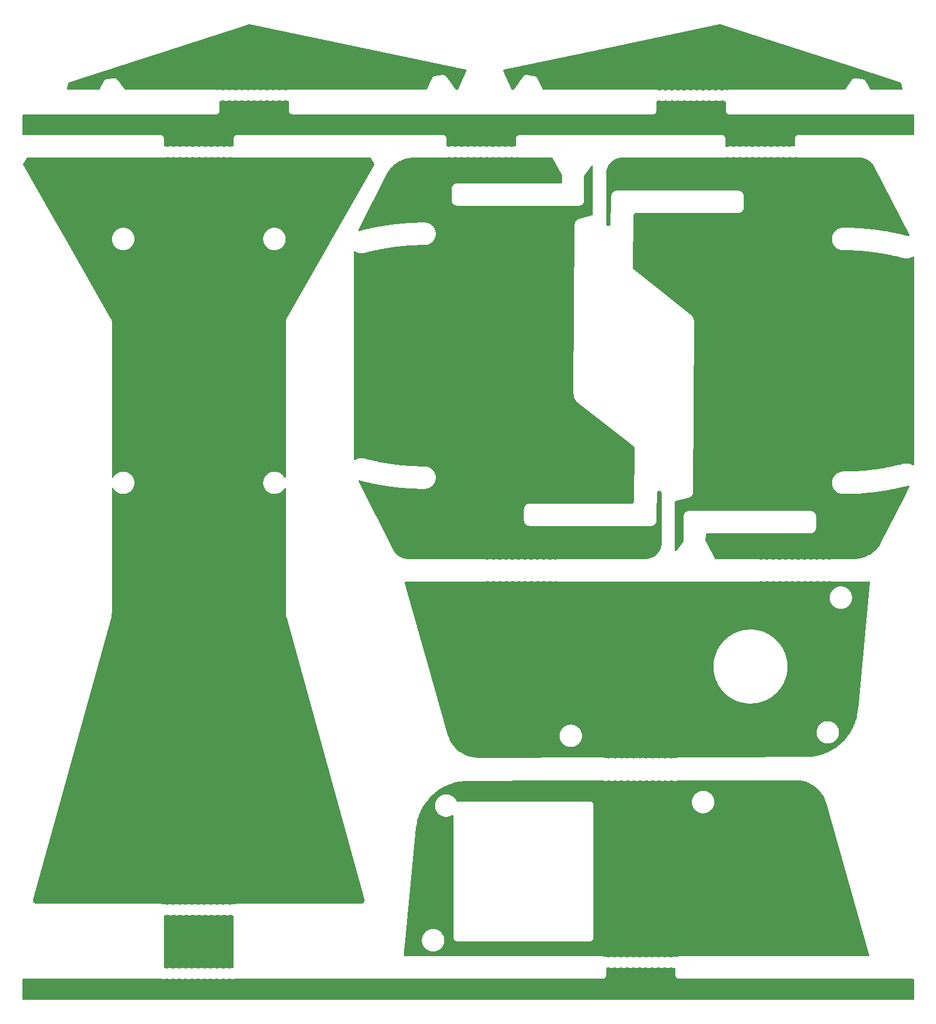
<source format=gbr>
%TF.GenerationSoftware,KiCad,Pcbnew,(6.0.5)*%
%TF.CreationDate,2022-08-06T09:39:29+09:00*%
%TF.ProjectId,ergotonic_f24_parts,6572676f-746f-46e6-9963-5f6632345f70,rev?*%
%TF.SameCoordinates,Original*%
%TF.FileFunction,Copper,L1,Top*%
%TF.FilePolarity,Positive*%
%FSLAX46Y46*%
G04 Gerber Fmt 4.6, Leading zero omitted, Abs format (unit mm)*
G04 Created by KiCad (PCBNEW (6.0.5)) date 2022-08-06 09:39:29*
%MOMM*%
%LPD*%
G01*
G04 APERTURE LIST*
G04 APERTURE END LIST*
%TA.AperFunction,NonConductor*%
G36*
X-126113695Y11574629D02*
G01*
X-126078364Y11572505D01*
X-126066188Y11571177D01*
X-126015728Y11563174D01*
X-126009680Y11562062D01*
X-94966467Y5071888D01*
X-94903881Y5038369D01*
X-94869352Y4976335D01*
X-94873844Y4905480D01*
X-94877944Y4895549D01*
X-95725458Y3068186D01*
X-96088868Y2284622D01*
X-96135675Y2231239D01*
X-96188319Y2212514D01*
X-96195071Y2211712D01*
X-96206067Y2210893D01*
X-96390120Y2205260D01*
X-96458820Y2223169D01*
X-96490191Y2249849D01*
X-96494405Y2254833D01*
X-96500397Y2262501D01*
X-97783011Y4041637D01*
X-97795172Y4062449D01*
X-97796469Y4065254D01*
X-97800235Y4073401D01*
X-97806135Y4080161D01*
X-97806137Y4080165D01*
X-97829018Y4106384D01*
X-97836298Y4115552D01*
X-97837525Y4117254D01*
X-97840145Y4120889D01*
X-97854233Y4135509D01*
X-97858413Y4140067D01*
X-97860358Y4142296D01*
X-97896007Y4183146D01*
X-97903575Y4187984D01*
X-97906346Y4190371D01*
X-97906427Y4190447D01*
X-97906497Y4190497D01*
X-97909394Y4192753D01*
X-97915621Y4199215D01*
X-97965257Y4227597D01*
X-97970569Y4230811D01*
X-98011170Y4256766D01*
X-98011173Y4256767D01*
X-98018731Y4261599D01*
X-98027342Y4264116D01*
X-98030692Y4265638D01*
X-98030775Y4265680D01*
X-98030867Y4265712D01*
X-98034277Y4267063D01*
X-98042067Y4271517D01*
X-98050792Y4273606D01*
X-98050796Y4273607D01*
X-98097659Y4284824D01*
X-98103651Y4286415D01*
X-98158541Y4302455D01*
X-98167521Y4302454D01*
X-98171138Y4302971D01*
X-98171248Y4302992D01*
X-98171333Y4302996D01*
X-98174997Y4303337D01*
X-98183722Y4305425D01*
X-98192683Y4304981D01*
X-98192686Y4304981D01*
X-98215310Y4303859D01*
X-98240818Y4302595D01*
X-98247002Y4302440D01*
X-98262494Y4302438D01*
X-98265592Y4302437D01*
X-98265593Y4302437D01*
X-98270459Y4302436D01*
X-98275269Y4301686D01*
X-98275272Y4301686D01*
X-98276248Y4301534D01*
X-98289415Y4300185D01*
X-98305416Y4299391D01*
X-98320234Y4298657D01*
X-98320237Y4298657D01*
X-98329201Y4298212D01*
X-98337684Y4295268D01*
X-98337685Y4295268D01*
X-98344308Y4292970D01*
X-98366206Y4287511D01*
X-99422952Y4122777D01*
X-99429378Y4121943D01*
X-99431743Y4121698D01*
X-99486381Y4116039D01*
X-99526919Y4099485D01*
X-99527115Y4099405D01*
X-99537885Y4095568D01*
X-99571381Y4085320D01*
X-99571384Y4085319D01*
X-99579963Y4082694D01*
X-99587462Y4077766D01*
X-99589314Y4076549D01*
X-99610869Y4065203D01*
X-99621228Y4060973D01*
X-99628251Y4055384D01*
X-99655656Y4033575D01*
X-99664918Y4026868D01*
X-99694186Y4007634D01*
X-99694189Y4007631D01*
X-99701690Y4002702D01*
X-99707504Y3995868D01*
X-99707505Y3995867D01*
X-99708939Y3994181D01*
X-99726445Y3977240D01*
X-99728173Y3975865D01*
X-99728176Y3975862D01*
X-99735200Y3970272D01*
X-99747273Y3953149D01*
X-99760553Y3934315D01*
X-99767560Y3925277D01*
X-99796073Y3891762D01*
X-99815661Y3847952D01*
X-99821141Y3835696D01*
X-99823246Y3831226D01*
X-99859957Y3757066D01*
X-100585061Y2292301D01*
X-100586198Y2290005D01*
X-100634345Y2237829D01*
X-100687956Y2220401D01*
X-100694760Y2219796D01*
X-100705797Y2219301D01*
X-119841511Y2203376D01*
X-119842152Y2203378D01*
X-119918822Y2203846D01*
X-119927453Y2201379D01*
X-119927454Y2201379D01*
X-119947506Y2195648D01*
X-119964169Y2192083D01*
X-119969934Y2191253D01*
X-119982305Y2189471D01*
X-119993698Y2187830D01*
X-120001867Y2184108D01*
X-120001869Y2184107D01*
X-120016825Y2177292D01*
X-120034448Y2170800D01*
X-120047954Y2166940D01*
X-120125673Y2169688D01*
X-120127469Y2170342D01*
X-120160821Y2182481D01*
X-120177066Y2188394D01*
X-120177067Y2188394D01*
X-120183685Y2190803D01*
X-120323769Y2208500D01*
X-120420610Y2208500D01*
X-120555255Y2193397D01*
X-120561908Y2191080D01*
X-120561909Y2191080D01*
X-120616188Y2172178D01*
X-120726552Y2133745D01*
X-120732524Y2130014D01*
X-120732529Y2130011D01*
X-120757447Y2114440D01*
X-120825816Y2095304D01*
X-120892473Y2115383D01*
X-120907315Y2124948D01*
X-120913238Y2128765D01*
X-120920216Y2131305D01*
X-121077066Y2188394D01*
X-121077067Y2188394D01*
X-121083685Y2190803D01*
X-121223769Y2208500D01*
X-121320610Y2208500D01*
X-121455255Y2193397D01*
X-121461908Y2191080D01*
X-121461909Y2191080D01*
X-121516188Y2172178D01*
X-121626552Y2133745D01*
X-121632524Y2130014D01*
X-121632529Y2130011D01*
X-121657447Y2114440D01*
X-121725816Y2095304D01*
X-121792473Y2115383D01*
X-121807315Y2124948D01*
X-121813238Y2128765D01*
X-121820216Y2131305D01*
X-121977066Y2188394D01*
X-121977067Y2188394D01*
X-121983685Y2190803D01*
X-122123769Y2208500D01*
X-122220610Y2208500D01*
X-122355255Y2193397D01*
X-122361908Y2191080D01*
X-122361909Y2191080D01*
X-122416188Y2172178D01*
X-122526552Y2133745D01*
X-122532524Y2130014D01*
X-122532529Y2130011D01*
X-122557447Y2114440D01*
X-122625816Y2095304D01*
X-122692473Y2115383D01*
X-122707315Y2124948D01*
X-122713238Y2128765D01*
X-122720216Y2131305D01*
X-122877066Y2188394D01*
X-122877067Y2188394D01*
X-122883685Y2190803D01*
X-123023769Y2208500D01*
X-123120610Y2208500D01*
X-123255255Y2193397D01*
X-123261908Y2191080D01*
X-123261909Y2191080D01*
X-123316188Y2172178D01*
X-123426552Y2133745D01*
X-123432524Y2130014D01*
X-123432529Y2130011D01*
X-123457447Y2114440D01*
X-123525816Y2095304D01*
X-123592473Y2115383D01*
X-123607315Y2124948D01*
X-123613238Y2128765D01*
X-123620216Y2131305D01*
X-123777066Y2188394D01*
X-123777067Y2188394D01*
X-123783685Y2190803D01*
X-123923769Y2208500D01*
X-124020610Y2208500D01*
X-124155255Y2193397D01*
X-124161908Y2191080D01*
X-124161909Y2191080D01*
X-124216188Y2172178D01*
X-124326552Y2133745D01*
X-124332524Y2130014D01*
X-124332529Y2130011D01*
X-124357447Y2114440D01*
X-124425816Y2095304D01*
X-124492473Y2115383D01*
X-124507315Y2124948D01*
X-124513238Y2128765D01*
X-124520216Y2131305D01*
X-124677066Y2188394D01*
X-124677067Y2188394D01*
X-124683685Y2190803D01*
X-124823769Y2208500D01*
X-124920610Y2208500D01*
X-125055255Y2193397D01*
X-125061908Y2191080D01*
X-125061909Y2191080D01*
X-125116188Y2172178D01*
X-125226552Y2133745D01*
X-125232524Y2130014D01*
X-125232529Y2130011D01*
X-125257447Y2114440D01*
X-125325816Y2095304D01*
X-125392473Y2115383D01*
X-125407315Y2124948D01*
X-125413238Y2128765D01*
X-125420216Y2131305D01*
X-125577066Y2188394D01*
X-125577067Y2188394D01*
X-125583685Y2190803D01*
X-125723769Y2208500D01*
X-125820610Y2208500D01*
X-125955255Y2193397D01*
X-125961908Y2191080D01*
X-125961909Y2191080D01*
X-126016188Y2172178D01*
X-126126552Y2133745D01*
X-126132524Y2130014D01*
X-126132529Y2130011D01*
X-126157447Y2114440D01*
X-126225816Y2095304D01*
X-126292473Y2115383D01*
X-126307315Y2124948D01*
X-126313238Y2128765D01*
X-126320216Y2131305D01*
X-126477066Y2188394D01*
X-126477067Y2188394D01*
X-126483685Y2190803D01*
X-126623769Y2208500D01*
X-126720610Y2208500D01*
X-126855255Y2193397D01*
X-126861908Y2191080D01*
X-126861909Y2191080D01*
X-126916188Y2172178D01*
X-127026552Y2133745D01*
X-127032524Y2130014D01*
X-127032529Y2130011D01*
X-127057447Y2114440D01*
X-127125816Y2095304D01*
X-127192473Y2115383D01*
X-127207315Y2124948D01*
X-127213238Y2128765D01*
X-127220216Y2131305D01*
X-127377066Y2188394D01*
X-127377067Y2188394D01*
X-127383685Y2190803D01*
X-127523769Y2208500D01*
X-127620610Y2208500D01*
X-127755255Y2193397D01*
X-127761908Y2191080D01*
X-127761909Y2191080D01*
X-127816188Y2172178D01*
X-127926552Y2133745D01*
X-127932524Y2130014D01*
X-127932529Y2130011D01*
X-127957447Y2114440D01*
X-128025816Y2095304D01*
X-128092473Y2115383D01*
X-128107315Y2124948D01*
X-128113238Y2128765D01*
X-128120216Y2131305D01*
X-128277066Y2188394D01*
X-128277067Y2188394D01*
X-128283685Y2190803D01*
X-128423769Y2208500D01*
X-128520610Y2208500D01*
X-128655255Y2193397D01*
X-128661908Y2191080D01*
X-128661909Y2191080D01*
X-128716188Y2172178D01*
X-128826552Y2133745D01*
X-128832524Y2130014D01*
X-128832529Y2130011D01*
X-128857447Y2114440D01*
X-128925816Y2095304D01*
X-128992473Y2115383D01*
X-129007315Y2124948D01*
X-129013238Y2128765D01*
X-129020216Y2131305D01*
X-129177066Y2188394D01*
X-129177067Y2188394D01*
X-129183685Y2190803D01*
X-129323769Y2208500D01*
X-129420610Y2208500D01*
X-129555255Y2193397D01*
X-129561908Y2191080D01*
X-129561909Y2191080D01*
X-129616188Y2172178D01*
X-129726552Y2133745D01*
X-129732524Y2130014D01*
X-129732529Y2130011D01*
X-129757447Y2114440D01*
X-129825816Y2095304D01*
X-129892473Y2115383D01*
X-129907315Y2124948D01*
X-129913238Y2128765D01*
X-129920216Y2131305D01*
X-130077066Y2188394D01*
X-130077067Y2188394D01*
X-130083685Y2190803D01*
X-130223769Y2208500D01*
X-130320610Y2208500D01*
X-130455255Y2193397D01*
X-130562981Y2155883D01*
X-130640514Y2154157D01*
X-130658462Y2159524D01*
X-130675819Y2166143D01*
X-130691175Y2173337D01*
X-130691174Y2173337D01*
X-130699305Y2177146D01*
X-130725802Y2181249D01*
X-130728268Y2181631D01*
X-130745085Y2185429D01*
X-130746608Y2185884D01*
X-130773163Y2193826D01*
X-130782137Y2193881D01*
X-130782139Y2193881D01*
X-130790986Y2193935D01*
X-130807680Y2194037D01*
X-130808637Y2194076D01*
X-130809906Y2194273D01*
X-130841599Y2194246D01*
X-130842239Y2194248D01*
X-130918818Y2194716D01*
X-130920332Y2194284D01*
X-130921842Y2194180D01*
X-143868412Y2183403D01*
X-143936549Y2203348D01*
X-143963249Y2226326D01*
X-143970838Y2234980D01*
X-143977838Y2243718D01*
X-143980116Y2246837D01*
X-144923020Y3537413D01*
X-144927360Y3544098D01*
X-144929829Y3550305D01*
X-144969174Y3600692D01*
X-144971591Y3603892D01*
X-144983777Y3620572D01*
X-144983779Y3620575D01*
X-144986422Y3624192D01*
X-144989553Y3627400D01*
X-144992449Y3630824D01*
X-144992354Y3630904D01*
X-144996207Y3635314D01*
X-145013948Y3658035D01*
X-145013950Y3658037D01*
X-145019473Y3665110D01*
X-145030525Y3673056D01*
X-145033605Y3675271D01*
X-145050225Y3689569D01*
X-145056124Y3695613D01*
X-145062393Y3702037D01*
X-145095347Y3720604D01*
X-145107035Y3728067D01*
X-145130445Y3744898D01*
X-145130447Y3744899D01*
X-145137735Y3750139D01*
X-145146201Y3753123D01*
X-145154156Y3755927D01*
X-145174118Y3764985D01*
X-145181472Y3769128D01*
X-145181476Y3769130D01*
X-145189295Y3773535D01*
X-145198034Y3775568D01*
X-145198036Y3775569D01*
X-145226120Y3782103D01*
X-145239452Y3785991D01*
X-145266644Y3795576D01*
X-145266651Y3795577D01*
X-145275110Y3798559D01*
X-145284067Y3799047D01*
X-145284068Y3799047D01*
X-145290879Y3799418D01*
X-145292503Y3799506D01*
X-145314200Y3802597D01*
X-145331163Y3806544D01*
X-145340123Y3806043D01*
X-145340125Y3806043D01*
X-145368911Y3804433D01*
X-145380044Y3804423D01*
X-145381998Y3804378D01*
X-145386863Y3804643D01*
X-145411427Y3802176D01*
X-145416959Y3801744D01*
X-145476594Y3798408D01*
X-145485057Y3795411D01*
X-145485264Y3795369D01*
X-145497447Y3793538D01*
X-146532464Y3689604D01*
X-146535640Y3689327D01*
X-146583875Y3685733D01*
X-146601745Y3684402D01*
X-146610150Y3681250D01*
X-146610152Y3681249D01*
X-146635281Y3671823D01*
X-146649296Y3667478D01*
X-146684069Y3658883D01*
X-146691829Y3654369D01*
X-146691835Y3654367D01*
X-146700851Y3649123D01*
X-146719946Y3640067D01*
X-146728127Y3636998D01*
X-146738124Y3633248D01*
X-146745305Y3627864D01*
X-146745307Y3627863D01*
X-146766786Y3611759D01*
X-146779011Y3603661D01*
X-146809977Y3585649D01*
X-146823344Y3571571D01*
X-146839130Y3557520D01*
X-146854665Y3545872D01*
X-146860048Y3538687D01*
X-146876145Y3517202D01*
X-146885608Y3505995D01*
X-146891785Y3499489D01*
X-146910270Y3480020D01*
X-146914373Y3472042D01*
X-146942994Y3416389D01*
X-146943774Y3414899D01*
X-147560322Y2254833D01*
X-147563831Y2248230D01*
X-147613463Y2197464D01*
X-147664243Y2181831D01*
X-147666222Y2181660D01*
X-147670978Y2181249D01*
X-147681723Y2180781D01*
X-152105085Y2177141D01*
X-152110716Y2177136D01*
X-152178853Y2197082D01*
X-152225391Y2250699D01*
X-152235552Y2320965D01*
X-152234140Y2328984D01*
X-152206624Y2460263D01*
X-152105830Y2941144D01*
X-152104900Y2945238D01*
X-152097773Y2974364D01*
X-152094861Y2984431D01*
X-152081660Y3023847D01*
X-152077108Y3035488D01*
X-152062411Y3068186D01*
X-152056778Y3079229D01*
X-152039030Y3110166D01*
X-152032377Y3120550D01*
X-152011730Y3149547D01*
X-152004129Y3159191D01*
X-151994356Y3170418D01*
X-151980755Y3186042D01*
X-151972264Y3194887D01*
X-151946379Y3219342D01*
X-151937032Y3227346D01*
X-151908863Y3249176D01*
X-151898724Y3256265D01*
X-151892933Y3259904D01*
X-151868440Y3275295D01*
X-151857578Y3281393D01*
X-151825287Y3297475D01*
X-151813775Y3302509D01*
X-151764483Y3321193D01*
X-151758543Y3323277D01*
X-126281355Y11550278D01*
X-126279413Y11550887D01*
X-126275671Y11552029D01*
X-126272976Y11552851D01*
X-126265075Y11554984D01*
X-126236311Y11561752D01*
X-126220445Y11565485D01*
X-126208414Y11567705D01*
X-126173377Y11572425D01*
X-126161219Y11573466D01*
X-126144906Y11574068D01*
X-126125906Y11574770D01*
X-126113695Y11574629D01*
G37*
%TD.AperFunction*%
%TA.AperFunction,NonConductor*%
G36*
X-58384574Y11574497D02*
G01*
X-58349350Y11572050D01*
X-58337208Y11570612D01*
X-58302343Y11564755D01*
X-58290376Y11562141D01*
X-58240998Y11548808D01*
X-58235167Y11547079D01*
X-40726391Y5891691D01*
X-32763443Y3319634D01*
X-32759466Y3318276D01*
X-32731237Y3308105D01*
X-32721551Y3304153D01*
X-32683739Y3286856D01*
X-32672650Y3281102D01*
X-32641688Y3263034D01*
X-32631297Y3256263D01*
X-32602400Y3235339D01*
X-32592788Y3227635D01*
X-32566124Y3204031D01*
X-32557349Y3195465D01*
X-32533088Y3169354D01*
X-32525204Y3159993D01*
X-32513317Y3144396D01*
X-32503620Y3131672D01*
X-32496647Y3121530D01*
X-32477910Y3091206D01*
X-32471930Y3080372D01*
X-32456205Y3048248D01*
X-32451287Y3036798D01*
X-32438704Y3002987D01*
X-32434918Y2991023D01*
X-32421542Y2940024D01*
X-32420102Y2933916D01*
X-32383272Y2758119D01*
X-32293367Y2328984D01*
X-32292928Y2326887D01*
X-32298537Y2256113D01*
X-32341519Y2199606D01*
X-32408228Y2175307D01*
X-32416365Y2175051D01*
X-36851124Y2179063D01*
X-36919227Y2199127D01*
X-36956815Y2236643D01*
X-36960479Y2242309D01*
X-36965940Y2251604D01*
X-37235928Y2759687D01*
X-37582076Y3411095D01*
X-37583501Y3413860D01*
X-37613106Y3473211D01*
X-37619205Y3479795D01*
X-37637449Y3499489D01*
X-37646775Y3510813D01*
X-37651440Y3517202D01*
X-37667900Y3539745D01*
X-37683294Y3551584D01*
X-37698906Y3565829D01*
X-37703851Y3571167D01*
X-37712093Y3580064D01*
X-37719788Y3584668D01*
X-37719795Y3584673D01*
X-37742835Y3598456D01*
X-37754964Y3606707D01*
X-37776242Y3623072D01*
X-37783358Y3628545D01*
X-37801444Y3635584D01*
X-37820432Y3644876D01*
X-37829383Y3650231D01*
X-37829389Y3650234D01*
X-37837091Y3654841D01*
X-37845776Y3657101D01*
X-37845780Y3657103D01*
X-37871756Y3663863D01*
X-37885715Y3668379D01*
X-37919099Y3681371D01*
X-37990365Y3687562D01*
X-37992060Y3687721D01*
X-39030059Y3792037D01*
X-39037933Y3793269D01*
X-39044195Y3795574D01*
X-39053147Y3796186D01*
X-39053149Y3796186D01*
X-39095036Y3799047D01*
X-39107973Y3799931D01*
X-39111959Y3800267D01*
X-39136992Y3802782D01*
X-39141472Y3802593D01*
X-39145950Y3802723D01*
X-39145946Y3802848D01*
X-39151805Y3802924D01*
X-39189514Y3805500D01*
X-39198282Y3803573D01*
X-39198286Y3803573D01*
X-39206527Y3801762D01*
X-39228265Y3798938D01*
X-39236699Y3798583D01*
X-39236701Y3798583D01*
X-39245668Y3798205D01*
X-39254171Y3795325D01*
X-39281475Y3786077D01*
X-39294855Y3782353D01*
X-39331777Y3774240D01*
X-39339649Y3769931D01*
X-39339650Y3769931D01*
X-39347051Y3765880D01*
X-39367129Y3757066D01*
X-39383627Y3751478D01*
X-39390979Y3746328D01*
X-39414598Y3729783D01*
X-39426384Y3722461D01*
X-39459549Y3704309D01*
X-39465898Y3697961D01*
X-39465900Y3697960D01*
X-39471868Y3691993D01*
X-39488655Y3677906D01*
X-39502926Y3667909D01*
X-39508536Y3660904D01*
X-39508538Y3660902D01*
X-39513771Y3654367D01*
X-39525731Y3639432D01*
X-39526557Y3638401D01*
X-39533942Y3630155D01*
X-39535249Y3628629D01*
X-39538698Y3625181D01*
X-39542066Y3620572D01*
X-39553254Y3605262D01*
X-39556637Y3600841D01*
X-39588363Y3561226D01*
X-39588365Y3561222D01*
X-39593976Y3554216D01*
X-39597397Y3545912D01*
X-39597499Y3545739D01*
X-39604285Y3535428D01*
X-40554154Y2235567D01*
X-40554816Y2234661D01*
X-40611157Y2191462D01*
X-40645470Y2183490D01*
X-40656906Y2182481D01*
X-40668094Y2181993D01*
X-44614430Y2185591D01*
X-57136128Y2197009D01*
X-57136783Y2197011D01*
X-57186703Y2197316D01*
X-57215824Y2197494D01*
X-57224447Y2195029D01*
X-57224451Y2195029D01*
X-57243986Y2189446D01*
X-57260858Y2185853D01*
X-57280953Y2182994D01*
X-57280956Y2182993D01*
X-57289840Y2181729D01*
X-57298013Y2178022D01*
X-57298016Y2178021D01*
X-57313490Y2171002D01*
X-57330904Y2164603D01*
X-57355874Y2157467D01*
X-57363465Y2152677D01*
X-57363468Y2152676D01*
X-57378571Y2143146D01*
X-57446856Y2123710D01*
X-57488904Y2131305D01*
X-57495607Y2133745D01*
X-57547619Y2152676D01*
X-57577066Y2163394D01*
X-57577067Y2163394D01*
X-57583685Y2165803D01*
X-57723769Y2183500D01*
X-57820610Y2183500D01*
X-57955255Y2168397D01*
X-57961908Y2166080D01*
X-57961909Y2166080D01*
X-58027766Y2143146D01*
X-58126552Y2108745D01*
X-58132524Y2105014D01*
X-58132529Y2105011D01*
X-58157447Y2089440D01*
X-58225816Y2070304D01*
X-58292473Y2090383D01*
X-58307315Y2099948D01*
X-58313238Y2103765D01*
X-58359175Y2120485D01*
X-58477066Y2163394D01*
X-58477067Y2163394D01*
X-58483685Y2165803D01*
X-58623769Y2183500D01*
X-58720610Y2183500D01*
X-58855255Y2168397D01*
X-58861908Y2166080D01*
X-58861909Y2166080D01*
X-58927766Y2143146D01*
X-59026552Y2108745D01*
X-59032524Y2105014D01*
X-59032529Y2105011D01*
X-59057447Y2089440D01*
X-59125816Y2070304D01*
X-59192473Y2090383D01*
X-59207315Y2099948D01*
X-59213238Y2103765D01*
X-59259175Y2120485D01*
X-59377066Y2163394D01*
X-59377067Y2163394D01*
X-59383685Y2165803D01*
X-59523769Y2183500D01*
X-59620610Y2183500D01*
X-59755255Y2168397D01*
X-59761908Y2166080D01*
X-59761909Y2166080D01*
X-59827766Y2143146D01*
X-59926552Y2108745D01*
X-59932524Y2105014D01*
X-59932529Y2105011D01*
X-59957447Y2089440D01*
X-60025816Y2070304D01*
X-60092473Y2090383D01*
X-60107315Y2099948D01*
X-60113238Y2103765D01*
X-60159175Y2120485D01*
X-60277066Y2163394D01*
X-60277067Y2163394D01*
X-60283685Y2165803D01*
X-60423769Y2183500D01*
X-60520610Y2183500D01*
X-60655255Y2168397D01*
X-60661908Y2166080D01*
X-60661909Y2166080D01*
X-60727766Y2143146D01*
X-60826552Y2108745D01*
X-60832524Y2105014D01*
X-60832529Y2105011D01*
X-60857447Y2089440D01*
X-60925816Y2070304D01*
X-60992473Y2090383D01*
X-61007315Y2099948D01*
X-61013238Y2103765D01*
X-61059175Y2120485D01*
X-61177066Y2163394D01*
X-61177067Y2163394D01*
X-61183685Y2165803D01*
X-61323769Y2183500D01*
X-61420610Y2183500D01*
X-61555255Y2168397D01*
X-61561908Y2166080D01*
X-61561909Y2166080D01*
X-61627766Y2143146D01*
X-61726552Y2108745D01*
X-61732524Y2105014D01*
X-61732529Y2105011D01*
X-61757447Y2089440D01*
X-61825816Y2070304D01*
X-61892473Y2090383D01*
X-61907315Y2099948D01*
X-61913238Y2103765D01*
X-61959175Y2120485D01*
X-62077066Y2163394D01*
X-62077067Y2163394D01*
X-62083685Y2165803D01*
X-62223769Y2183500D01*
X-62320610Y2183500D01*
X-62455255Y2168397D01*
X-62461908Y2166080D01*
X-62461909Y2166080D01*
X-62527766Y2143146D01*
X-62626552Y2108745D01*
X-62632524Y2105014D01*
X-62632529Y2105011D01*
X-62657447Y2089440D01*
X-62725816Y2070304D01*
X-62792473Y2090383D01*
X-62807315Y2099948D01*
X-62813238Y2103765D01*
X-62859175Y2120485D01*
X-62977066Y2163394D01*
X-62977067Y2163394D01*
X-62983685Y2165803D01*
X-63123769Y2183500D01*
X-63220610Y2183500D01*
X-63355255Y2168397D01*
X-63361908Y2166080D01*
X-63361909Y2166080D01*
X-63427766Y2143146D01*
X-63526552Y2108745D01*
X-63532524Y2105014D01*
X-63532529Y2105011D01*
X-63557447Y2089440D01*
X-63625816Y2070304D01*
X-63692473Y2090383D01*
X-63707315Y2099948D01*
X-63713238Y2103765D01*
X-63759175Y2120485D01*
X-63877066Y2163394D01*
X-63877067Y2163394D01*
X-63883685Y2165803D01*
X-64023769Y2183500D01*
X-64120610Y2183500D01*
X-64255255Y2168397D01*
X-64261908Y2166080D01*
X-64261909Y2166080D01*
X-64327766Y2143146D01*
X-64426552Y2108745D01*
X-64432524Y2105014D01*
X-64432529Y2105011D01*
X-64457447Y2089440D01*
X-64525816Y2070304D01*
X-64592473Y2090383D01*
X-64607315Y2099948D01*
X-64613238Y2103765D01*
X-64659175Y2120485D01*
X-64777066Y2163394D01*
X-64777067Y2163394D01*
X-64783685Y2165803D01*
X-64923769Y2183500D01*
X-65020610Y2183500D01*
X-65155255Y2168397D01*
X-65161908Y2166080D01*
X-65161909Y2166080D01*
X-65227766Y2143146D01*
X-65326552Y2108745D01*
X-65332524Y2105014D01*
X-65332529Y2105011D01*
X-65357447Y2089440D01*
X-65425816Y2070304D01*
X-65492473Y2090383D01*
X-65507315Y2099948D01*
X-65513238Y2103765D01*
X-65559175Y2120485D01*
X-65677066Y2163394D01*
X-65677067Y2163394D01*
X-65683685Y2165803D01*
X-65823769Y2183500D01*
X-65920610Y2183500D01*
X-66055255Y2168397D01*
X-66061908Y2166080D01*
X-66061909Y2166080D01*
X-66127766Y2143146D01*
X-66226552Y2108745D01*
X-66232524Y2105014D01*
X-66232529Y2105011D01*
X-66257447Y2089440D01*
X-66325816Y2070304D01*
X-66392473Y2090383D01*
X-66407315Y2099948D01*
X-66413238Y2103765D01*
X-66459175Y2120485D01*
X-66577066Y2163394D01*
X-66577067Y2163394D01*
X-66583685Y2165803D01*
X-66723769Y2183500D01*
X-66820610Y2183500D01*
X-66955255Y2168397D01*
X-66961908Y2166080D01*
X-66961909Y2166080D01*
X-67027766Y2143146D01*
X-67126552Y2108745D01*
X-67132524Y2105014D01*
X-67132529Y2105011D01*
X-67157447Y2089440D01*
X-67225816Y2070304D01*
X-67292473Y2090383D01*
X-67307315Y2099948D01*
X-67313238Y2103765D01*
X-67359175Y2120485D01*
X-67477066Y2163394D01*
X-67477067Y2163394D01*
X-67483685Y2165803D01*
X-67623769Y2183500D01*
X-67720610Y2183500D01*
X-67795934Y2175051D01*
X-67848259Y2169182D01*
X-67848261Y2169181D01*
X-67855255Y2168397D01*
X-67861904Y2166081D01*
X-67868776Y2164520D01*
X-67869459Y2167525D01*
X-67934516Y2166071D01*
X-67954942Y2172179D01*
X-67972487Y2178889D01*
X-67987327Y2185873D01*
X-67987328Y2185873D01*
X-67995451Y2189696D01*
X-68024955Y2194318D01*
X-68041554Y2198082D01*
X-68061567Y2204067D01*
X-68061568Y2204067D01*
X-68070165Y2206638D01*
X-68079137Y2206693D01*
X-68079138Y2206693D01*
X-68087316Y2206743D01*
X-68104507Y2206848D01*
X-68105109Y2206874D01*
X-68106021Y2207016D01*
X-68121606Y2207030D01*
X-68136206Y2207044D01*
X-68136858Y2207046D01*
X-68195594Y2207404D01*
X-68215820Y2207528D01*
X-68216978Y2207197D01*
X-68218142Y2207118D01*
X-80345864Y2218176D01*
X-83827096Y2221350D01*
X-83895198Y2241414D01*
X-83934568Y2281767D01*
X-83937319Y2286280D01*
X-83938108Y2287575D01*
X-83943445Y2297264D01*
X-84702091Y3830101D01*
X-84704814Y3835978D01*
X-84723992Y3880325D01*
X-84723993Y3880327D01*
X-84727554Y3888561D01*
X-84733286Y3895469D01*
X-84755646Y3922415D01*
X-84762545Y3931542D01*
X-84782367Y3960403D01*
X-84782369Y3960405D01*
X-84787450Y3967803D01*
X-84796125Y3974883D01*
X-84813414Y3992030D01*
X-84820569Y4000652D01*
X-84830915Y4007634D01*
X-84857037Y4025263D01*
X-84866220Y4032087D01*
X-84893343Y4054222D01*
X-84900298Y4059898D01*
X-84908564Y4063393D01*
X-84908566Y4063394D01*
X-84910612Y4064259D01*
X-84932024Y4075868D01*
X-84941305Y4082131D01*
X-84958346Y4087574D01*
X-84983201Y4095513D01*
X-84993930Y4099485D01*
X-85026185Y4113122D01*
X-85026187Y4113123D01*
X-85034457Y4116619D01*
X-85043372Y4117653D01*
X-85043375Y4117654D01*
X-85095500Y4123701D01*
X-85100389Y4124366D01*
X-85370624Y4166508D01*
X-86156864Y4289118D01*
X-86180218Y4295093D01*
X-86180703Y4295268D01*
X-86191559Y4299186D01*
X-86200520Y4299741D01*
X-86205665Y4300060D01*
X-86235267Y4301893D01*
X-86246881Y4303155D01*
X-86253406Y4304173D01*
X-86257886Y4304229D01*
X-86257889Y4304229D01*
X-86265785Y4304327D01*
X-86273680Y4304425D01*
X-86279882Y4304656D01*
X-86336938Y4308189D01*
X-86345693Y4306207D01*
X-86349377Y4305910D01*
X-86349461Y4305907D01*
X-86349546Y4305892D01*
X-86353199Y4305415D01*
X-86362171Y4305527D01*
X-86370810Y4303117D01*
X-86370819Y4303116D01*
X-86417231Y4290169D01*
X-86423256Y4288647D01*
X-86479000Y4276026D01*
X-86486842Y4271669D01*
X-86490293Y4270351D01*
X-86490368Y4270326D01*
X-86490445Y4270288D01*
X-86493823Y4268803D01*
X-86502471Y4266390D01*
X-86551005Y4236196D01*
X-86556362Y4233044D01*
X-86606325Y4205285D01*
X-86612635Y4198896D01*
X-86615566Y4196671D01*
X-86615639Y4196621D01*
X-86615695Y4196569D01*
X-86618526Y4194191D01*
X-86626149Y4189448D01*
X-86632133Y4182758D01*
X-86632137Y4182755D01*
X-86664270Y4146833D01*
X-86668505Y4142327D01*
X-86684970Y4125656D01*
X-86687819Y4121706D01*
X-86687825Y4121698D01*
X-86688406Y4120893D01*
X-86696686Y4110595D01*
X-86723261Y4080887D01*
X-86727128Y4072784D01*
X-86730146Y4066461D01*
X-86741657Y4047039D01*
X-87539856Y2940047D01*
X-88008570Y2290005D01*
X-88029954Y2260349D01*
X-88086020Y2216793D01*
X-88126314Y2208178D01*
X-88132799Y2207877D01*
X-88142520Y2207801D01*
X-88326834Y2213478D01*
X-88394307Y2235567D01*
X-88432193Y2276624D01*
X-88435588Y2282530D01*
X-88440659Y2292320D01*
X-88448152Y2308481D01*
X-89648906Y4898038D01*
X-89659416Y4968252D01*
X-89630297Y5033003D01*
X-89570794Y5071731D01*
X-89560380Y5074375D01*
X-76102977Y7886771D01*
X-58506534Y11564165D01*
X-58504556Y11564562D01*
X-58497833Y11565855D01*
X-58489734Y11567141D01*
X-58473383Y11569193D01*
X-58444293Y11572844D01*
X-58432082Y11573777D01*
X-58396785Y11574752D01*
X-58384574Y11574497D01*
G37*
%TD.AperFunction*%
%TA.AperFunction,NonConductor*%
G36*
X-120757527Y684617D02*
G01*
X-120736762Y671235D01*
X-120730142Y668826D01*
X-120730141Y668825D01*
X-120572934Y611606D01*
X-120566315Y609197D01*
X-120559327Y608314D01*
X-120559326Y608314D01*
X-120545782Y606603D01*
X-120467808Y596752D01*
X-120402733Y568371D01*
X-120363331Y509312D01*
X-120357601Y471747D01*
X-120357601Y-824863D01*
X-120357603Y-825633D01*
X-120358077Y-903207D01*
X-120355610Y-911838D01*
X-120349951Y-931639D01*
X-120346373Y-948401D01*
X-120342181Y-977673D01*
X-120338467Y-985841D01*
X-120338467Y-985842D01*
X-120331553Y-1001048D01*
X-120325105Y-1018572D01*
X-120318050Y-1043257D01*
X-120313258Y-1050851D01*
X-120313257Y-1050854D01*
X-120302271Y-1068266D01*
X-120294132Y-1083349D01*
X-120281893Y-1110268D01*
X-120276032Y-1117070D01*
X-120265131Y-1129721D01*
X-120254028Y-1144725D01*
X-120240325Y-1166444D01*
X-120233600Y-1172383D01*
X-120233597Y-1172387D01*
X-120218163Y-1186018D01*
X-120206119Y-1198210D01*
X-120192674Y-1213813D01*
X-120192671Y-1213815D01*
X-120186814Y-1220613D01*
X-120179285Y-1225493D01*
X-120179284Y-1225494D01*
X-120165266Y-1234580D01*
X-120150392Y-1245871D01*
X-120137884Y-1256917D01*
X-120131150Y-1262864D01*
X-120104390Y-1275428D01*
X-120089410Y-1283749D01*
X-120072118Y-1294957D01*
X-120072113Y-1294959D01*
X-120064586Y-1299838D01*
X-120055993Y-1302408D01*
X-120055988Y-1302410D01*
X-120039981Y-1307197D01*
X-120022537Y-1313858D01*
X-120007425Y-1320953D01*
X-120007423Y-1320954D01*
X-119999301Y-1324767D01*
X-119990434Y-1326148D01*
X-119990433Y-1326148D01*
X-119987748Y-1326566D01*
X-119970084Y-1329316D01*
X-119953369Y-1333099D01*
X-119933635Y-1339001D01*
X-119933629Y-1339002D01*
X-119925035Y-1341572D01*
X-119916064Y-1341627D01*
X-119916063Y-1341627D01*
X-119906004Y-1341688D01*
X-119890595Y-1341782D01*
X-119889812Y-1341815D01*
X-119888715Y-1341986D01*
X-119857724Y-1341986D01*
X-119856954Y-1341988D01*
X-119783316Y-1342438D01*
X-119783315Y-1342438D01*
X-119779380Y-1342462D01*
X-119778036Y-1342078D01*
X-119776691Y-1341986D01*
X-68154722Y-1341986D01*
X-68153951Y-1341988D01*
X-68076378Y-1342462D01*
X-68047947Y-1334336D01*
X-68031184Y-1330758D01*
X-68030346Y-1330638D01*
X-68001912Y-1326566D01*
X-67978535Y-1315937D01*
X-67961012Y-1309490D01*
X-67936328Y-1302435D01*
X-67928734Y-1297643D01*
X-67928731Y-1297642D01*
X-67911319Y-1286656D01*
X-67896234Y-1278516D01*
X-67869317Y-1266278D01*
X-67849864Y-1249516D01*
X-67834860Y-1238413D01*
X-67813141Y-1224710D01*
X-67807202Y-1217985D01*
X-67807198Y-1217982D01*
X-67793567Y-1202548D01*
X-67781375Y-1190504D01*
X-67765772Y-1177059D01*
X-67765770Y-1177056D01*
X-67758972Y-1171199D01*
X-67745005Y-1149651D01*
X-67733714Y-1134777D01*
X-67722668Y-1122269D01*
X-67722667Y-1122268D01*
X-67716721Y-1115535D01*
X-67704156Y-1088773D01*
X-67695836Y-1073795D01*
X-67684628Y-1056503D01*
X-67684626Y-1056498D01*
X-67679747Y-1048971D01*
X-67677177Y-1040378D01*
X-67677175Y-1040373D01*
X-67672388Y-1024366D01*
X-67665727Y-1006922D01*
X-67658632Y-991810D01*
X-67658631Y-991808D01*
X-67654818Y-983686D01*
X-67650269Y-954469D01*
X-67646486Y-937754D01*
X-67640584Y-918020D01*
X-67640583Y-918014D01*
X-67638013Y-909420D01*
X-67637803Y-874980D01*
X-67637770Y-874197D01*
X-67637599Y-873100D01*
X-67637599Y-842109D01*
X-67637597Y-841339D01*
X-67637147Y-767701D01*
X-67637147Y-767700D01*
X-67637123Y-763765D01*
X-67637507Y-762421D01*
X-67637599Y-761076D01*
X-67637599Y452922D01*
X-67617597Y521043D01*
X-67563941Y567536D01*
X-67525645Y578137D01*
X-67501743Y580818D01*
X-67494745Y581603D01*
X-67466324Y591500D01*
X-67408588Y611606D01*
X-67323448Y641255D01*
X-67317476Y644986D01*
X-67317471Y644989D01*
X-67292553Y660560D01*
X-67224184Y679696D01*
X-67157527Y659617D01*
X-67136762Y646235D01*
X-67130142Y643826D01*
X-67130141Y643825D01*
X-66986380Y591500D01*
X-66966315Y584197D01*
X-66826231Y566500D01*
X-66729390Y566500D01*
X-66594745Y581603D01*
X-66566324Y591500D01*
X-66508588Y611606D01*
X-66423448Y641255D01*
X-66417476Y644986D01*
X-66417471Y644989D01*
X-66392553Y660560D01*
X-66324184Y679696D01*
X-66257527Y659617D01*
X-66236762Y646235D01*
X-66230142Y643826D01*
X-66230141Y643825D01*
X-66086380Y591500D01*
X-66066315Y584197D01*
X-65926231Y566500D01*
X-65829390Y566500D01*
X-65694745Y581603D01*
X-65666324Y591500D01*
X-65608588Y611606D01*
X-65523448Y641255D01*
X-65517476Y644986D01*
X-65517471Y644989D01*
X-65492553Y660560D01*
X-65424184Y679696D01*
X-65357527Y659617D01*
X-65336762Y646235D01*
X-65330142Y643826D01*
X-65330141Y643825D01*
X-65186380Y591500D01*
X-65166315Y584197D01*
X-65026231Y566500D01*
X-64929390Y566500D01*
X-64794745Y581603D01*
X-64766324Y591500D01*
X-64708588Y611606D01*
X-64623448Y641255D01*
X-64617476Y644986D01*
X-64617471Y644989D01*
X-64592553Y660560D01*
X-64524184Y679696D01*
X-64457527Y659617D01*
X-64436762Y646235D01*
X-64430142Y643826D01*
X-64430141Y643825D01*
X-64286380Y591500D01*
X-64266315Y584197D01*
X-64126231Y566500D01*
X-64029390Y566500D01*
X-63894745Y581603D01*
X-63866324Y591500D01*
X-63808588Y611606D01*
X-63723448Y641255D01*
X-63717476Y644986D01*
X-63717471Y644989D01*
X-63692553Y660560D01*
X-63624184Y679696D01*
X-63557527Y659617D01*
X-63536762Y646235D01*
X-63530142Y643826D01*
X-63530141Y643825D01*
X-63386380Y591500D01*
X-63366315Y584197D01*
X-63226231Y566500D01*
X-63129390Y566500D01*
X-62994745Y581603D01*
X-62966324Y591500D01*
X-62908588Y611606D01*
X-62823448Y641255D01*
X-62817476Y644986D01*
X-62817471Y644989D01*
X-62792553Y660560D01*
X-62724184Y679696D01*
X-62657527Y659617D01*
X-62636762Y646235D01*
X-62630142Y643826D01*
X-62630141Y643825D01*
X-62486380Y591500D01*
X-62466315Y584197D01*
X-62326231Y566500D01*
X-62229390Y566500D01*
X-62094745Y581603D01*
X-62066324Y591500D01*
X-62008588Y611606D01*
X-61923448Y641255D01*
X-61917476Y644986D01*
X-61917471Y644989D01*
X-61892553Y660560D01*
X-61824184Y679696D01*
X-61757527Y659617D01*
X-61736762Y646235D01*
X-61730142Y643826D01*
X-61730141Y643825D01*
X-61586380Y591500D01*
X-61566315Y584197D01*
X-61426231Y566500D01*
X-61329390Y566500D01*
X-61194745Y581603D01*
X-61166324Y591500D01*
X-61108588Y611606D01*
X-61023448Y641255D01*
X-61017476Y644986D01*
X-61017471Y644989D01*
X-60992553Y660560D01*
X-60924184Y679696D01*
X-60857527Y659617D01*
X-60836762Y646235D01*
X-60830142Y643826D01*
X-60830141Y643825D01*
X-60686380Y591500D01*
X-60666315Y584197D01*
X-60526231Y566500D01*
X-60429390Y566500D01*
X-60294745Y581603D01*
X-60266324Y591500D01*
X-60208588Y611606D01*
X-60123448Y641255D01*
X-60117476Y644986D01*
X-60117471Y644989D01*
X-60092553Y660560D01*
X-60024184Y679696D01*
X-59957527Y659617D01*
X-59936762Y646235D01*
X-59930142Y643826D01*
X-59930141Y643825D01*
X-59786380Y591500D01*
X-59766315Y584197D01*
X-59626231Y566500D01*
X-59529390Y566500D01*
X-59394745Y581603D01*
X-59366324Y591500D01*
X-59308588Y611606D01*
X-59223448Y641255D01*
X-59217476Y644986D01*
X-59217471Y644989D01*
X-59192553Y660560D01*
X-59124184Y679696D01*
X-59057527Y659617D01*
X-59036762Y646235D01*
X-59030142Y643826D01*
X-59030141Y643825D01*
X-58886380Y591500D01*
X-58866315Y584197D01*
X-58726231Y566500D01*
X-58629390Y566500D01*
X-58494745Y581603D01*
X-58466324Y591500D01*
X-58408588Y611606D01*
X-58323448Y641255D01*
X-58317476Y644986D01*
X-58317471Y644989D01*
X-58292553Y660560D01*
X-58224184Y679696D01*
X-58157527Y659617D01*
X-58136762Y646235D01*
X-58130142Y643826D01*
X-58130141Y643825D01*
X-57986380Y591500D01*
X-57966315Y584197D01*
X-57826231Y566500D01*
X-57780603Y566500D01*
X-57712482Y546498D01*
X-57665989Y492842D01*
X-57654603Y440500D01*
X-57654603Y-824863D01*
X-57654605Y-825633D01*
X-57655079Y-903207D01*
X-57652612Y-911838D01*
X-57646953Y-931639D01*
X-57643375Y-948401D01*
X-57639183Y-977673D01*
X-57635469Y-985841D01*
X-57635469Y-985842D01*
X-57628555Y-1001048D01*
X-57622107Y-1018572D01*
X-57615052Y-1043257D01*
X-57610260Y-1050851D01*
X-57610259Y-1050854D01*
X-57599273Y-1068266D01*
X-57591134Y-1083349D01*
X-57578895Y-1110268D01*
X-57573034Y-1117070D01*
X-57562133Y-1129721D01*
X-57551030Y-1144725D01*
X-57537327Y-1166444D01*
X-57530602Y-1172383D01*
X-57530599Y-1172387D01*
X-57515165Y-1186018D01*
X-57503121Y-1198210D01*
X-57489676Y-1213813D01*
X-57489673Y-1213815D01*
X-57483816Y-1220613D01*
X-57476287Y-1225493D01*
X-57476286Y-1225494D01*
X-57462268Y-1234580D01*
X-57447394Y-1245871D01*
X-57434886Y-1256917D01*
X-57428152Y-1262864D01*
X-57401392Y-1275428D01*
X-57386412Y-1283749D01*
X-57369120Y-1294957D01*
X-57369115Y-1294959D01*
X-57361588Y-1299838D01*
X-57352995Y-1302408D01*
X-57352990Y-1302410D01*
X-57336983Y-1307197D01*
X-57319539Y-1313858D01*
X-57304427Y-1320953D01*
X-57304425Y-1320954D01*
X-57296303Y-1324767D01*
X-57287436Y-1326148D01*
X-57287435Y-1326148D01*
X-57284750Y-1326566D01*
X-57267086Y-1329316D01*
X-57250371Y-1333099D01*
X-57230637Y-1339001D01*
X-57230631Y-1339002D01*
X-57222037Y-1341572D01*
X-57213066Y-1341627D01*
X-57213065Y-1341627D01*
X-57203006Y-1341688D01*
X-57187597Y-1341782D01*
X-57186814Y-1341815D01*
X-57185717Y-1341986D01*
X-57154726Y-1341986D01*
X-57153956Y-1341988D01*
X-57080318Y-1342438D01*
X-57080317Y-1342438D01*
X-57076382Y-1342462D01*
X-57075038Y-1342078D01*
X-57073693Y-1341986D01*
X-30756154Y-1341986D01*
X-30688033Y-1361988D01*
X-30641540Y-1415644D01*
X-30630154Y-1467986D01*
X-30630154Y-4198979D01*
X-30650156Y-4267100D01*
X-30703812Y-4313593D01*
X-30756154Y-4324979D01*
X-47228696Y-4324979D01*
X-47229466Y-4324977D01*
X-47230282Y-4324972D01*
X-47307040Y-4324503D01*
X-47329401Y-4330894D01*
X-47335472Y-4332629D01*
X-47352234Y-4336207D01*
X-47381506Y-4340399D01*
X-47389674Y-4344113D01*
X-47389675Y-4344113D01*
X-47404881Y-4351027D01*
X-47422405Y-4357475D01*
X-47447090Y-4364530D01*
X-47454684Y-4369322D01*
X-47454687Y-4369323D01*
X-47472099Y-4380309D01*
X-47487182Y-4388448D01*
X-47514101Y-4400687D01*
X-47520903Y-4406548D01*
X-47533554Y-4417449D01*
X-47548558Y-4428552D01*
X-47570277Y-4442255D01*
X-47576216Y-4448980D01*
X-47576220Y-4448983D01*
X-47589851Y-4464417D01*
X-47602043Y-4476461D01*
X-47617646Y-4489906D01*
X-47617648Y-4489909D01*
X-47624446Y-4495766D01*
X-47629326Y-4503295D01*
X-47629327Y-4503296D01*
X-47638413Y-4517314D01*
X-47649704Y-4532188D01*
X-47660750Y-4544696D01*
X-47666697Y-4551430D01*
X-47673007Y-4564870D01*
X-47679261Y-4578190D01*
X-47687582Y-4593170D01*
X-47698790Y-4610462D01*
X-47698792Y-4610467D01*
X-47703671Y-4617994D01*
X-47706241Y-4626587D01*
X-47706243Y-4626592D01*
X-47711030Y-4642599D01*
X-47717691Y-4660043D01*
X-47724786Y-4675155D01*
X-47728600Y-4683279D01*
X-47729981Y-4692146D01*
X-47729981Y-4692147D01*
X-47733149Y-4712494D01*
X-47736932Y-4729211D01*
X-47742834Y-4748945D01*
X-47742835Y-4748951D01*
X-47745405Y-4757545D01*
X-47745460Y-4766516D01*
X-47745460Y-4766517D01*
X-47745615Y-4791976D01*
X-47745648Y-4792768D01*
X-47745819Y-4793865D01*
X-47745819Y-4824856D01*
X-47745821Y-4825626D01*
X-47746295Y-4903200D01*
X-47745911Y-4904544D01*
X-47745819Y-4905889D01*
X-47745819Y-5824220D01*
X-47765821Y-5892341D01*
X-47819477Y-5938834D01*
X-47887611Y-5949226D01*
X-47905103Y-5947016D01*
X-47948769Y-5941500D01*
X-48045610Y-5941500D01*
X-48180255Y-5956603D01*
X-48351552Y-6016255D01*
X-48357524Y-6019986D01*
X-48357529Y-6019989D01*
X-48382447Y-6035560D01*
X-48450816Y-6054696D01*
X-48517473Y-6034617D01*
X-48532315Y-6025052D01*
X-48538238Y-6021235D01*
X-48702063Y-5961607D01*
X-48702066Y-5961606D01*
X-48702067Y-5961606D01*
X-48708685Y-5959197D01*
X-48848769Y-5941500D01*
X-48945610Y-5941500D01*
X-49080255Y-5956603D01*
X-49251552Y-6016255D01*
X-49257524Y-6019986D01*
X-49257529Y-6019989D01*
X-49282447Y-6035560D01*
X-49350816Y-6054696D01*
X-49417473Y-6034617D01*
X-49432315Y-6025052D01*
X-49438238Y-6021235D01*
X-49602063Y-5961607D01*
X-49602066Y-5961606D01*
X-49602067Y-5961606D01*
X-49608685Y-5959197D01*
X-49748769Y-5941500D01*
X-49845610Y-5941500D01*
X-49980255Y-5956603D01*
X-50151552Y-6016255D01*
X-50157524Y-6019986D01*
X-50157529Y-6019989D01*
X-50182447Y-6035560D01*
X-50250816Y-6054696D01*
X-50317473Y-6034617D01*
X-50332315Y-6025052D01*
X-50338238Y-6021235D01*
X-50502063Y-5961607D01*
X-50502066Y-5961606D01*
X-50502067Y-5961606D01*
X-50508685Y-5959197D01*
X-50648769Y-5941500D01*
X-50745610Y-5941500D01*
X-50880255Y-5956603D01*
X-51051552Y-6016255D01*
X-51057524Y-6019986D01*
X-51057529Y-6019989D01*
X-51082447Y-6035560D01*
X-51150816Y-6054696D01*
X-51217473Y-6034617D01*
X-51232315Y-6025052D01*
X-51238238Y-6021235D01*
X-51402063Y-5961607D01*
X-51402066Y-5961606D01*
X-51402067Y-5961606D01*
X-51408685Y-5959197D01*
X-51548769Y-5941500D01*
X-51645610Y-5941500D01*
X-51780255Y-5956603D01*
X-51951552Y-6016255D01*
X-51957524Y-6019986D01*
X-51957529Y-6019989D01*
X-51982447Y-6035560D01*
X-52050816Y-6054696D01*
X-52117473Y-6034617D01*
X-52132315Y-6025052D01*
X-52138238Y-6021235D01*
X-52302063Y-5961607D01*
X-52302066Y-5961606D01*
X-52302067Y-5961606D01*
X-52308685Y-5959197D01*
X-52448769Y-5941500D01*
X-52545610Y-5941500D01*
X-52680255Y-5956603D01*
X-52851552Y-6016255D01*
X-52857524Y-6019986D01*
X-52857529Y-6019989D01*
X-52882447Y-6035560D01*
X-52950816Y-6054696D01*
X-53017473Y-6034617D01*
X-53032315Y-6025052D01*
X-53038238Y-6021235D01*
X-53202063Y-5961607D01*
X-53202066Y-5961606D01*
X-53202067Y-5961606D01*
X-53208685Y-5959197D01*
X-53348769Y-5941500D01*
X-53445610Y-5941500D01*
X-53580255Y-5956603D01*
X-53751552Y-6016255D01*
X-53757524Y-6019986D01*
X-53757529Y-6019989D01*
X-53782447Y-6035560D01*
X-53850816Y-6054696D01*
X-53917473Y-6034617D01*
X-53932315Y-6025052D01*
X-53938238Y-6021235D01*
X-54102063Y-5961607D01*
X-54102066Y-5961606D01*
X-54102067Y-5961606D01*
X-54108685Y-5959197D01*
X-54248769Y-5941500D01*
X-54345610Y-5941500D01*
X-54480255Y-5956603D01*
X-54651552Y-6016255D01*
X-54657524Y-6019986D01*
X-54657529Y-6019989D01*
X-54682447Y-6035560D01*
X-54750816Y-6054696D01*
X-54817473Y-6034617D01*
X-54832315Y-6025052D01*
X-54838238Y-6021235D01*
X-55002063Y-5961607D01*
X-55002066Y-5961606D01*
X-55002067Y-5961606D01*
X-55008685Y-5959197D01*
X-55148769Y-5941500D01*
X-55245610Y-5941500D01*
X-55380255Y-5956603D01*
X-55551552Y-6016255D01*
X-55557524Y-6019986D01*
X-55557529Y-6019989D01*
X-55582447Y-6035560D01*
X-55650816Y-6054696D01*
X-55717473Y-6034617D01*
X-55732315Y-6025052D01*
X-55738238Y-6021235D01*
X-55902063Y-5961607D01*
X-55902066Y-5961606D01*
X-55902067Y-5961606D01*
X-55908685Y-5959197D01*
X-56048769Y-5941500D01*
X-56145610Y-5941500D01*
X-56280255Y-5956603D01*
X-56451552Y-6016255D01*
X-56457524Y-6019986D01*
X-56457529Y-6019989D01*
X-56482447Y-6035560D01*
X-56550816Y-6054696D01*
X-56617473Y-6034617D01*
X-56632315Y-6025052D01*
X-56638238Y-6021235D01*
X-56802063Y-5961607D01*
X-56802066Y-5961606D01*
X-56802067Y-5961606D01*
X-56808685Y-5959197D01*
X-56948769Y-5941500D01*
X-57045610Y-5941500D01*
X-57180255Y-5956603D01*
X-57351552Y-6016255D01*
X-57357524Y-6019986D01*
X-57357529Y-6019989D01*
X-57382447Y-6035560D01*
X-57450816Y-6054696D01*
X-57517473Y-6034617D01*
X-57532315Y-6025052D01*
X-57538238Y-6021235D01*
X-57583336Y-6004820D01*
X-57645910Y-5982045D01*
X-57703081Y-5939950D01*
X-57728419Y-5873629D01*
X-57728815Y-5863644D01*
X-57728815Y-4842102D01*
X-57728813Y-4841332D01*
X-57728515Y-4792581D01*
X-57728339Y-4763758D01*
X-57736465Y-4735326D01*
X-57740043Y-4718564D01*
X-57742963Y-4698177D01*
X-57744235Y-4689292D01*
X-57754864Y-4665915D01*
X-57761311Y-4648392D01*
X-57765899Y-4632341D01*
X-57768366Y-4623708D01*
X-57773159Y-4616111D01*
X-57784145Y-4598699D01*
X-57792285Y-4583614D01*
X-57794751Y-4578190D01*
X-57804523Y-4556697D01*
X-57821285Y-4537244D01*
X-57832388Y-4522240D01*
X-57846091Y-4500521D01*
X-57852816Y-4494582D01*
X-57852819Y-4494578D01*
X-57868253Y-4480947D01*
X-57880297Y-4468755D01*
X-57893742Y-4453152D01*
X-57893745Y-4453150D01*
X-57899602Y-4446352D01*
X-57913306Y-4437469D01*
X-57921150Y-4432385D01*
X-57936024Y-4421094D01*
X-57948532Y-4410048D01*
X-57948533Y-4410047D01*
X-57955266Y-4404101D01*
X-57982028Y-4391536D01*
X-57997006Y-4383216D01*
X-58014298Y-4372008D01*
X-58014303Y-4372006D01*
X-58021830Y-4367127D01*
X-58030423Y-4364557D01*
X-58030428Y-4364555D01*
X-58046435Y-4359768D01*
X-58063879Y-4353107D01*
X-58078991Y-4346012D01*
X-58078993Y-4346011D01*
X-58087115Y-4342198D01*
X-58095982Y-4340817D01*
X-58095983Y-4340817D01*
X-58106837Y-4339127D01*
X-58116332Y-4337649D01*
X-58133047Y-4333866D01*
X-58152781Y-4327964D01*
X-58152787Y-4327963D01*
X-58161381Y-4325393D01*
X-58170352Y-4325338D01*
X-58170353Y-4325338D01*
X-58180412Y-4325277D01*
X-58195821Y-4325183D01*
X-58196604Y-4325150D01*
X-58197701Y-4324979D01*
X-58228692Y-4324979D01*
X-58229462Y-4324977D01*
X-58303100Y-4324527D01*
X-58303101Y-4324527D01*
X-58307036Y-4324503D01*
X-58308380Y-4324887D01*
X-58309725Y-4324979D01*
X-87258983Y-4324979D01*
X-87259753Y-4324977D01*
X-87260569Y-4324972D01*
X-87337327Y-4324503D01*
X-87359688Y-4330894D01*
X-87365759Y-4332629D01*
X-87382521Y-4336207D01*
X-87411793Y-4340399D01*
X-87419961Y-4344113D01*
X-87419962Y-4344113D01*
X-87435168Y-4351027D01*
X-87452692Y-4357475D01*
X-87477377Y-4364530D01*
X-87484971Y-4369322D01*
X-87484974Y-4369323D01*
X-87502386Y-4380309D01*
X-87517469Y-4388448D01*
X-87544388Y-4400687D01*
X-87551190Y-4406548D01*
X-87563841Y-4417449D01*
X-87578845Y-4428552D01*
X-87600564Y-4442255D01*
X-87606503Y-4448980D01*
X-87606507Y-4448983D01*
X-87620138Y-4464417D01*
X-87632330Y-4476461D01*
X-87647933Y-4489906D01*
X-87647935Y-4489909D01*
X-87654733Y-4495766D01*
X-87659613Y-4503295D01*
X-87659614Y-4503296D01*
X-87668700Y-4517314D01*
X-87679991Y-4532188D01*
X-87691037Y-4544696D01*
X-87696984Y-4551430D01*
X-87703294Y-4564870D01*
X-87709548Y-4578190D01*
X-87717869Y-4593170D01*
X-87729077Y-4610462D01*
X-87729079Y-4610467D01*
X-87733958Y-4617994D01*
X-87736528Y-4626587D01*
X-87736530Y-4626592D01*
X-87741317Y-4642599D01*
X-87747978Y-4660043D01*
X-87755073Y-4675155D01*
X-87758887Y-4683279D01*
X-87760268Y-4692146D01*
X-87760268Y-4692147D01*
X-87763436Y-4712494D01*
X-87767219Y-4729211D01*
X-87773121Y-4748945D01*
X-87773122Y-4748951D01*
X-87775692Y-4757545D01*
X-87775747Y-4766516D01*
X-87775747Y-4766517D01*
X-87775902Y-4791976D01*
X-87775935Y-4792768D01*
X-87776106Y-4793865D01*
X-87776106Y-4824856D01*
X-87776108Y-4825626D01*
X-87776582Y-4903200D01*
X-87776198Y-4904544D01*
X-87776106Y-4905889D01*
X-87776106Y-5815500D01*
X-87796108Y-5883621D01*
X-87849764Y-5930114D01*
X-87902106Y-5941500D01*
X-87995610Y-5941500D01*
X-88130255Y-5956603D01*
X-88301552Y-6016255D01*
X-88307524Y-6019986D01*
X-88307529Y-6019989D01*
X-88332447Y-6035560D01*
X-88400816Y-6054696D01*
X-88467473Y-6034617D01*
X-88482315Y-6025052D01*
X-88488238Y-6021235D01*
X-88652063Y-5961607D01*
X-88652066Y-5961606D01*
X-88652067Y-5961606D01*
X-88658685Y-5959197D01*
X-88798769Y-5941500D01*
X-88895610Y-5941500D01*
X-89030255Y-5956603D01*
X-89201552Y-6016255D01*
X-89207524Y-6019986D01*
X-89207529Y-6019989D01*
X-89232447Y-6035560D01*
X-89300816Y-6054696D01*
X-89367473Y-6034617D01*
X-89382315Y-6025052D01*
X-89388238Y-6021235D01*
X-89552063Y-5961607D01*
X-89552066Y-5961606D01*
X-89552067Y-5961606D01*
X-89558685Y-5959197D01*
X-89698769Y-5941500D01*
X-89795610Y-5941500D01*
X-89930255Y-5956603D01*
X-90101552Y-6016255D01*
X-90107524Y-6019986D01*
X-90107529Y-6019989D01*
X-90132447Y-6035560D01*
X-90200816Y-6054696D01*
X-90267473Y-6034617D01*
X-90282315Y-6025052D01*
X-90288238Y-6021235D01*
X-90452063Y-5961607D01*
X-90452066Y-5961606D01*
X-90452067Y-5961606D01*
X-90458685Y-5959197D01*
X-90598769Y-5941500D01*
X-90695610Y-5941500D01*
X-90830255Y-5956603D01*
X-91001552Y-6016255D01*
X-91007524Y-6019986D01*
X-91007529Y-6019989D01*
X-91032447Y-6035560D01*
X-91100816Y-6054696D01*
X-91167473Y-6034617D01*
X-91182315Y-6025052D01*
X-91188238Y-6021235D01*
X-91352063Y-5961607D01*
X-91352066Y-5961606D01*
X-91352067Y-5961606D01*
X-91358685Y-5959197D01*
X-91498769Y-5941500D01*
X-91595610Y-5941500D01*
X-91730255Y-5956603D01*
X-91901552Y-6016255D01*
X-91907524Y-6019986D01*
X-91907529Y-6019989D01*
X-91932447Y-6035560D01*
X-92000816Y-6054696D01*
X-92067473Y-6034617D01*
X-92082315Y-6025052D01*
X-92088238Y-6021235D01*
X-92252063Y-5961607D01*
X-92252066Y-5961606D01*
X-92252067Y-5961606D01*
X-92258685Y-5959197D01*
X-92398769Y-5941500D01*
X-92495610Y-5941500D01*
X-92630255Y-5956603D01*
X-92801552Y-6016255D01*
X-92807524Y-6019986D01*
X-92807529Y-6019989D01*
X-92832447Y-6035560D01*
X-92900816Y-6054696D01*
X-92967473Y-6034617D01*
X-92982315Y-6025052D01*
X-92988238Y-6021235D01*
X-93152063Y-5961607D01*
X-93152066Y-5961606D01*
X-93152067Y-5961606D01*
X-93158685Y-5959197D01*
X-93298769Y-5941500D01*
X-93395610Y-5941500D01*
X-93530255Y-5956603D01*
X-93701552Y-6016255D01*
X-93707524Y-6019986D01*
X-93707529Y-6019989D01*
X-93732447Y-6035560D01*
X-93800816Y-6054696D01*
X-93867473Y-6034617D01*
X-93882315Y-6025052D01*
X-93888238Y-6021235D01*
X-94052063Y-5961607D01*
X-94052066Y-5961606D01*
X-94052067Y-5961606D01*
X-94058685Y-5959197D01*
X-94198769Y-5941500D01*
X-94295610Y-5941500D01*
X-94430255Y-5956603D01*
X-94601552Y-6016255D01*
X-94607524Y-6019986D01*
X-94607529Y-6019989D01*
X-94632447Y-6035560D01*
X-94700816Y-6054696D01*
X-94767473Y-6034617D01*
X-94782315Y-6025052D01*
X-94788238Y-6021235D01*
X-94952063Y-5961607D01*
X-94952066Y-5961606D01*
X-94952067Y-5961606D01*
X-94958685Y-5959197D01*
X-95098769Y-5941500D01*
X-95195610Y-5941500D01*
X-95330255Y-5956603D01*
X-95501552Y-6016255D01*
X-95507524Y-6019986D01*
X-95507529Y-6019989D01*
X-95532447Y-6035560D01*
X-95600816Y-6054696D01*
X-95667473Y-6034617D01*
X-95682315Y-6025052D01*
X-95688238Y-6021235D01*
X-95852063Y-5961607D01*
X-95852066Y-5961606D01*
X-95852067Y-5961606D01*
X-95858685Y-5959197D01*
X-95998769Y-5941500D01*
X-96095610Y-5941500D01*
X-96230255Y-5956603D01*
X-96401552Y-6016255D01*
X-96407524Y-6019986D01*
X-96407529Y-6019989D01*
X-96432447Y-6035560D01*
X-96500816Y-6054696D01*
X-96567473Y-6034617D01*
X-96582315Y-6025052D01*
X-96588238Y-6021235D01*
X-96752063Y-5961607D01*
X-96752066Y-5961606D01*
X-96752067Y-5961606D01*
X-96758685Y-5959197D01*
X-96898769Y-5941500D01*
X-96995610Y-5941500D01*
X-97130255Y-5956603D01*
X-97301552Y-6016255D01*
X-97307524Y-6019986D01*
X-97307529Y-6019989D01*
X-97332447Y-6035560D01*
X-97400816Y-6054696D01*
X-97467473Y-6034617D01*
X-97482315Y-6025052D01*
X-97488238Y-6021235D01*
X-97501920Y-6016255D01*
X-97652062Y-5961607D01*
X-97652067Y-5961606D01*
X-97658685Y-5959197D01*
X-97663485Y-5958591D01*
X-97724234Y-5923571D01*
X-97756809Y-5860488D01*
X-97759102Y-5836560D01*
X-97759102Y-4842102D01*
X-97759100Y-4841332D01*
X-97758802Y-4792581D01*
X-97758626Y-4763758D01*
X-97766752Y-4735326D01*
X-97770330Y-4718564D01*
X-97773250Y-4698177D01*
X-97774522Y-4689292D01*
X-97785151Y-4665915D01*
X-97791598Y-4648392D01*
X-97796186Y-4632341D01*
X-97798653Y-4623708D01*
X-97803446Y-4616111D01*
X-97814432Y-4598699D01*
X-97822572Y-4583614D01*
X-97825038Y-4578190D01*
X-97834810Y-4556697D01*
X-97851572Y-4537244D01*
X-97862675Y-4522240D01*
X-97876378Y-4500521D01*
X-97883103Y-4494582D01*
X-97883106Y-4494578D01*
X-97898540Y-4480947D01*
X-97910584Y-4468755D01*
X-97924029Y-4453152D01*
X-97924032Y-4453150D01*
X-97929889Y-4446352D01*
X-97943593Y-4437469D01*
X-97951437Y-4432385D01*
X-97966311Y-4421094D01*
X-97978819Y-4410048D01*
X-97978820Y-4410047D01*
X-97985553Y-4404101D01*
X-98012315Y-4391536D01*
X-98027293Y-4383216D01*
X-98044585Y-4372008D01*
X-98044590Y-4372006D01*
X-98052117Y-4367127D01*
X-98060710Y-4364557D01*
X-98060715Y-4364555D01*
X-98076722Y-4359768D01*
X-98094166Y-4353107D01*
X-98109278Y-4346012D01*
X-98109280Y-4346011D01*
X-98117402Y-4342198D01*
X-98126269Y-4340817D01*
X-98126270Y-4340817D01*
X-98137124Y-4339127D01*
X-98146619Y-4337649D01*
X-98163334Y-4333866D01*
X-98183068Y-4327964D01*
X-98183074Y-4327963D01*
X-98191668Y-4325393D01*
X-98200639Y-4325338D01*
X-98200640Y-4325338D01*
X-98210699Y-4325277D01*
X-98226108Y-4325183D01*
X-98226891Y-4325150D01*
X-98227988Y-4324979D01*
X-98258979Y-4324979D01*
X-98259749Y-4324977D01*
X-98333387Y-4324527D01*
X-98333388Y-4324527D01*
X-98337323Y-4324503D01*
X-98338667Y-4324887D01*
X-98340012Y-4324979D01*
X-127795419Y-4324979D01*
X-127796189Y-4324977D01*
X-127797005Y-4324972D01*
X-127873763Y-4324503D01*
X-127896124Y-4330894D01*
X-127902195Y-4332629D01*
X-127918957Y-4336207D01*
X-127948229Y-4340399D01*
X-127956397Y-4344113D01*
X-127956398Y-4344113D01*
X-127971604Y-4351027D01*
X-127989128Y-4357475D01*
X-128013813Y-4364530D01*
X-128021407Y-4369322D01*
X-128021410Y-4369323D01*
X-128038822Y-4380309D01*
X-128053905Y-4388448D01*
X-128080824Y-4400687D01*
X-128087626Y-4406548D01*
X-128100277Y-4417449D01*
X-128115281Y-4428552D01*
X-128137000Y-4442255D01*
X-128142939Y-4448980D01*
X-128142943Y-4448983D01*
X-128156574Y-4464417D01*
X-128168766Y-4476461D01*
X-128184369Y-4489906D01*
X-128184371Y-4489909D01*
X-128191169Y-4495766D01*
X-128196049Y-4503295D01*
X-128196050Y-4503296D01*
X-128205136Y-4517314D01*
X-128216427Y-4532188D01*
X-128227473Y-4544696D01*
X-128233420Y-4551430D01*
X-128239730Y-4564870D01*
X-128245984Y-4578190D01*
X-128254305Y-4593170D01*
X-128265513Y-4610462D01*
X-128265515Y-4610467D01*
X-128270394Y-4617994D01*
X-128272964Y-4626587D01*
X-128272966Y-4626592D01*
X-128277753Y-4642599D01*
X-128284414Y-4660043D01*
X-128291509Y-4675155D01*
X-128295323Y-4683279D01*
X-128296704Y-4692146D01*
X-128296704Y-4692147D01*
X-128299872Y-4712494D01*
X-128303655Y-4729211D01*
X-128309557Y-4748945D01*
X-128309558Y-4748951D01*
X-128312128Y-4757545D01*
X-128312183Y-4766516D01*
X-128312183Y-4766517D01*
X-128312338Y-4791976D01*
X-128312371Y-4792768D01*
X-128312542Y-4793865D01*
X-128312542Y-4824856D01*
X-128312544Y-4825626D01*
X-128313018Y-4903200D01*
X-128312634Y-4904544D01*
X-128312542Y-4905889D01*
X-128312542Y-5819525D01*
X-128332544Y-5887646D01*
X-128386200Y-5934139D01*
X-128424497Y-5944740D01*
X-128499701Y-5953176D01*
X-128530255Y-5956603D01*
X-128701552Y-6016255D01*
X-128707524Y-6019986D01*
X-128707529Y-6019989D01*
X-128732447Y-6035560D01*
X-128800816Y-6054696D01*
X-128867473Y-6034617D01*
X-128882315Y-6025052D01*
X-128888238Y-6021235D01*
X-129052063Y-5961607D01*
X-129052066Y-5961606D01*
X-129052067Y-5961606D01*
X-129058685Y-5959197D01*
X-129198769Y-5941500D01*
X-129295610Y-5941500D01*
X-129430255Y-5956603D01*
X-129601552Y-6016255D01*
X-129607524Y-6019986D01*
X-129607529Y-6019989D01*
X-129632447Y-6035560D01*
X-129700816Y-6054696D01*
X-129767473Y-6034617D01*
X-129782315Y-6025052D01*
X-129788238Y-6021235D01*
X-129952063Y-5961607D01*
X-129952066Y-5961606D01*
X-129952067Y-5961606D01*
X-129958685Y-5959197D01*
X-130098769Y-5941500D01*
X-130195610Y-5941500D01*
X-130330255Y-5956603D01*
X-130501552Y-6016255D01*
X-130507524Y-6019986D01*
X-130507529Y-6019989D01*
X-130532447Y-6035560D01*
X-130600816Y-6054696D01*
X-130667473Y-6034617D01*
X-130682315Y-6025052D01*
X-130688238Y-6021235D01*
X-130852063Y-5961607D01*
X-130852066Y-5961606D01*
X-130852067Y-5961606D01*
X-130858685Y-5959197D01*
X-130998769Y-5941500D01*
X-131095610Y-5941500D01*
X-131230255Y-5956603D01*
X-131401552Y-6016255D01*
X-131407524Y-6019986D01*
X-131407529Y-6019989D01*
X-131432447Y-6035560D01*
X-131500816Y-6054696D01*
X-131567473Y-6034617D01*
X-131582315Y-6025052D01*
X-131588238Y-6021235D01*
X-131752063Y-5961607D01*
X-131752066Y-5961606D01*
X-131752067Y-5961606D01*
X-131758685Y-5959197D01*
X-131898769Y-5941500D01*
X-131995610Y-5941500D01*
X-132130255Y-5956603D01*
X-132301552Y-6016255D01*
X-132307524Y-6019986D01*
X-132307529Y-6019989D01*
X-132332447Y-6035560D01*
X-132400816Y-6054696D01*
X-132467473Y-6034617D01*
X-132482315Y-6025052D01*
X-132488238Y-6021235D01*
X-132652063Y-5961607D01*
X-132652066Y-5961606D01*
X-132652067Y-5961606D01*
X-132658685Y-5959197D01*
X-132798769Y-5941500D01*
X-132895610Y-5941500D01*
X-133030255Y-5956603D01*
X-133201552Y-6016255D01*
X-133207524Y-6019986D01*
X-133207529Y-6019989D01*
X-133232447Y-6035560D01*
X-133300816Y-6054696D01*
X-133367473Y-6034617D01*
X-133382315Y-6025052D01*
X-133388238Y-6021235D01*
X-133552063Y-5961607D01*
X-133552066Y-5961606D01*
X-133552067Y-5961606D01*
X-133558685Y-5959197D01*
X-133698769Y-5941500D01*
X-133795610Y-5941500D01*
X-133930255Y-5956603D01*
X-134101552Y-6016255D01*
X-134107524Y-6019986D01*
X-134107529Y-6019989D01*
X-134132447Y-6035560D01*
X-134200816Y-6054696D01*
X-134267473Y-6034617D01*
X-134282315Y-6025052D01*
X-134288238Y-6021235D01*
X-134452063Y-5961607D01*
X-134452066Y-5961606D01*
X-134452067Y-5961606D01*
X-134458685Y-5959197D01*
X-134598769Y-5941500D01*
X-134695610Y-5941500D01*
X-134830255Y-5956603D01*
X-135001552Y-6016255D01*
X-135007524Y-6019986D01*
X-135007529Y-6019989D01*
X-135032447Y-6035560D01*
X-135100816Y-6054696D01*
X-135167473Y-6034617D01*
X-135182315Y-6025052D01*
X-135188238Y-6021235D01*
X-135352063Y-5961607D01*
X-135352066Y-5961606D01*
X-135352067Y-5961606D01*
X-135358685Y-5959197D01*
X-135498769Y-5941500D01*
X-135595610Y-5941500D01*
X-135730255Y-5956603D01*
X-135901552Y-6016255D01*
X-135907524Y-6019986D01*
X-135907529Y-6019989D01*
X-135932447Y-6035560D01*
X-136000816Y-6054696D01*
X-136067473Y-6034617D01*
X-136082315Y-6025052D01*
X-136088238Y-6021235D01*
X-136252063Y-5961607D01*
X-136252066Y-5961606D01*
X-136252067Y-5961606D01*
X-136258685Y-5959197D01*
X-136398769Y-5941500D01*
X-136495610Y-5941500D01*
X-136630255Y-5956603D01*
X-136801552Y-6016255D01*
X-136807524Y-6019986D01*
X-136807529Y-6019989D01*
X-136832447Y-6035560D01*
X-136900816Y-6054696D01*
X-136967473Y-6034617D01*
X-136982315Y-6025052D01*
X-136988238Y-6021235D01*
X-137152063Y-5961607D01*
X-137152066Y-5961606D01*
X-137152067Y-5961606D01*
X-137158685Y-5959197D01*
X-137298769Y-5941500D01*
X-137395610Y-5941500D01*
X-137530255Y-5956603D01*
X-137701552Y-6016255D01*
X-137707524Y-6019986D01*
X-137707529Y-6019989D01*
X-137732447Y-6035560D01*
X-137800816Y-6054696D01*
X-137867473Y-6034617D01*
X-137882315Y-6025052D01*
X-137888238Y-6021235D01*
X-138052063Y-5961607D01*
X-138052066Y-5961606D01*
X-138052067Y-5961606D01*
X-138058685Y-5959197D01*
X-138185331Y-5943198D01*
X-138250407Y-5914816D01*
X-138289808Y-5855757D01*
X-138295538Y-5818192D01*
X-138295538Y-4842102D01*
X-138295536Y-4841332D01*
X-138295238Y-4792581D01*
X-138295062Y-4763758D01*
X-138303188Y-4735326D01*
X-138306766Y-4718564D01*
X-138309686Y-4698177D01*
X-138310958Y-4689292D01*
X-138321587Y-4665915D01*
X-138328034Y-4648392D01*
X-138332622Y-4632341D01*
X-138335089Y-4623708D01*
X-138339882Y-4616111D01*
X-138350868Y-4598699D01*
X-138359008Y-4583614D01*
X-138361474Y-4578190D01*
X-138371246Y-4556697D01*
X-138388008Y-4537244D01*
X-138399111Y-4522240D01*
X-138412814Y-4500521D01*
X-138419539Y-4494582D01*
X-138419542Y-4494578D01*
X-138434976Y-4480947D01*
X-138447020Y-4468755D01*
X-138460465Y-4453152D01*
X-138460468Y-4453150D01*
X-138466325Y-4446352D01*
X-138480029Y-4437469D01*
X-138487873Y-4432385D01*
X-138502747Y-4421094D01*
X-138515255Y-4410048D01*
X-138515256Y-4410047D01*
X-138521989Y-4404101D01*
X-138548751Y-4391536D01*
X-138563729Y-4383216D01*
X-138581021Y-4372008D01*
X-138581026Y-4372006D01*
X-138588553Y-4367127D01*
X-138597146Y-4364557D01*
X-138597151Y-4364555D01*
X-138613158Y-4359768D01*
X-138630602Y-4353107D01*
X-138645714Y-4346012D01*
X-138645716Y-4346011D01*
X-138653838Y-4342198D01*
X-138662705Y-4340817D01*
X-138662706Y-4340817D01*
X-138673560Y-4339127D01*
X-138683055Y-4337649D01*
X-138699770Y-4333866D01*
X-138719504Y-4327964D01*
X-138719510Y-4327963D01*
X-138728104Y-4325393D01*
X-138737075Y-4325338D01*
X-138737076Y-4325338D01*
X-138747135Y-4325277D01*
X-138762544Y-4325183D01*
X-138763327Y-4325150D01*
X-138764424Y-4324979D01*
X-138795415Y-4324979D01*
X-138796185Y-4324977D01*
X-138869823Y-4324527D01*
X-138869824Y-4324527D01*
X-138873759Y-4324503D01*
X-138875103Y-4324887D01*
X-138876448Y-4324979D01*
X-158514700Y-4324979D01*
X-158582821Y-4304977D01*
X-158629314Y-4251321D01*
X-158640700Y-4198979D01*
X-158640700Y-1467986D01*
X-158620698Y-1399865D01*
X-158567042Y-1353372D01*
X-158514700Y-1341986D01*
X-130857720Y-1341986D01*
X-130856949Y-1341988D01*
X-130779376Y-1342462D01*
X-130750945Y-1334336D01*
X-130734182Y-1330758D01*
X-130733344Y-1330638D01*
X-130704910Y-1326566D01*
X-130681533Y-1315937D01*
X-130664010Y-1309490D01*
X-130639326Y-1302435D01*
X-130631732Y-1297643D01*
X-130631729Y-1297642D01*
X-130614317Y-1286656D01*
X-130599232Y-1278516D01*
X-130572315Y-1266278D01*
X-130552862Y-1249516D01*
X-130537858Y-1238413D01*
X-130516139Y-1224710D01*
X-130510200Y-1217985D01*
X-130510196Y-1217982D01*
X-130496565Y-1202548D01*
X-130484373Y-1190504D01*
X-130468770Y-1177059D01*
X-130468768Y-1177056D01*
X-130461970Y-1171199D01*
X-130448003Y-1149651D01*
X-130436712Y-1134777D01*
X-130425666Y-1122269D01*
X-130425665Y-1122268D01*
X-130419719Y-1115535D01*
X-130407154Y-1088773D01*
X-130398834Y-1073795D01*
X-130387626Y-1056503D01*
X-130387624Y-1056498D01*
X-130382745Y-1048971D01*
X-130380175Y-1040378D01*
X-130380173Y-1040373D01*
X-130375386Y-1024366D01*
X-130368725Y-1006922D01*
X-130361630Y-991810D01*
X-130361629Y-991808D01*
X-130357816Y-983686D01*
X-130353267Y-954469D01*
X-130349484Y-937754D01*
X-130343582Y-918020D01*
X-130343581Y-918014D01*
X-130341011Y-909420D01*
X-130340801Y-874980D01*
X-130340768Y-874197D01*
X-130340597Y-873100D01*
X-130340597Y-842109D01*
X-130340595Y-841339D01*
X-130340145Y-767701D01*
X-130340145Y-767700D01*
X-130340121Y-763765D01*
X-130340505Y-762421D01*
X-130340597Y-761076D01*
X-130340597Y466369D01*
X-130320595Y534490D01*
X-130266939Y580983D01*
X-130228643Y591584D01*
X-130094745Y606603D01*
X-129923448Y666255D01*
X-129917476Y669986D01*
X-129917471Y669989D01*
X-129892553Y685560D01*
X-129824184Y704696D01*
X-129757527Y684617D01*
X-129736762Y671235D01*
X-129730142Y668826D01*
X-129730141Y668825D01*
X-129572934Y611606D01*
X-129566315Y609197D01*
X-129426231Y591500D01*
X-129329390Y591500D01*
X-129194745Y606603D01*
X-129023448Y666255D01*
X-129017476Y669986D01*
X-129017471Y669989D01*
X-128992553Y685560D01*
X-128924184Y704696D01*
X-128857527Y684617D01*
X-128836762Y671235D01*
X-128830142Y668826D01*
X-128830141Y668825D01*
X-128672934Y611606D01*
X-128666315Y609197D01*
X-128526231Y591500D01*
X-128429390Y591500D01*
X-128294745Y606603D01*
X-128123448Y666255D01*
X-128117476Y669986D01*
X-128117471Y669989D01*
X-128092553Y685560D01*
X-128024184Y704696D01*
X-127957527Y684617D01*
X-127936762Y671235D01*
X-127930142Y668826D01*
X-127930141Y668825D01*
X-127772934Y611606D01*
X-127766315Y609197D01*
X-127626231Y591500D01*
X-127529390Y591500D01*
X-127394745Y606603D01*
X-127223448Y666255D01*
X-127217476Y669986D01*
X-127217471Y669989D01*
X-127192553Y685560D01*
X-127124184Y704696D01*
X-127057527Y684617D01*
X-127036762Y671235D01*
X-127030142Y668826D01*
X-127030141Y668825D01*
X-126872934Y611606D01*
X-126866315Y609197D01*
X-126726231Y591500D01*
X-126629390Y591500D01*
X-126494745Y606603D01*
X-126323448Y666255D01*
X-126317476Y669986D01*
X-126317471Y669989D01*
X-126292553Y685560D01*
X-126224184Y704696D01*
X-126157527Y684617D01*
X-126136762Y671235D01*
X-126130142Y668826D01*
X-126130141Y668825D01*
X-125972934Y611606D01*
X-125966315Y609197D01*
X-125826231Y591500D01*
X-125729390Y591500D01*
X-125594745Y606603D01*
X-125423448Y666255D01*
X-125417476Y669986D01*
X-125417471Y669989D01*
X-125392553Y685560D01*
X-125324184Y704696D01*
X-125257527Y684617D01*
X-125236762Y671235D01*
X-125230142Y668826D01*
X-125230141Y668825D01*
X-125072934Y611606D01*
X-125066315Y609197D01*
X-124926231Y591500D01*
X-124829390Y591500D01*
X-124694745Y606603D01*
X-124523448Y666255D01*
X-124517476Y669986D01*
X-124517471Y669989D01*
X-124492553Y685560D01*
X-124424184Y704696D01*
X-124357527Y684617D01*
X-124336762Y671235D01*
X-124330142Y668826D01*
X-124330141Y668825D01*
X-124172934Y611606D01*
X-124166315Y609197D01*
X-124026231Y591500D01*
X-123929390Y591500D01*
X-123794745Y606603D01*
X-123623448Y666255D01*
X-123617476Y669986D01*
X-123617471Y669989D01*
X-123592553Y685560D01*
X-123524184Y704696D01*
X-123457527Y684617D01*
X-123436762Y671235D01*
X-123430142Y668826D01*
X-123430141Y668825D01*
X-123272934Y611606D01*
X-123266315Y609197D01*
X-123126231Y591500D01*
X-123029390Y591500D01*
X-122894745Y606603D01*
X-122723448Y666255D01*
X-122717476Y669986D01*
X-122717471Y669989D01*
X-122692553Y685560D01*
X-122624184Y704696D01*
X-122557527Y684617D01*
X-122536762Y671235D01*
X-122530142Y668826D01*
X-122530141Y668825D01*
X-122372934Y611606D01*
X-122366315Y609197D01*
X-122226231Y591500D01*
X-122129390Y591500D01*
X-121994745Y606603D01*
X-121823448Y666255D01*
X-121817476Y669986D01*
X-121817471Y669989D01*
X-121792553Y685560D01*
X-121724184Y704696D01*
X-121657527Y684617D01*
X-121636762Y671235D01*
X-121630142Y668826D01*
X-121630141Y668825D01*
X-121472934Y611606D01*
X-121466315Y609197D01*
X-121326231Y591500D01*
X-121229390Y591500D01*
X-121094745Y606603D01*
X-120923448Y666255D01*
X-120917476Y669986D01*
X-120917471Y669989D01*
X-120892553Y685560D01*
X-120824184Y704696D01*
X-120757527Y684617D01*
G37*
%TD.AperFunction*%
%TA.AperFunction,NonConductor*%
G36*
X-48382527Y-7465383D02*
G01*
X-48361762Y-7478765D01*
X-48355142Y-7481174D01*
X-48355141Y-7481175D01*
X-48212512Y-7533088D01*
X-48191315Y-7540803D01*
X-48051231Y-7558500D01*
X-47954390Y-7558500D01*
X-47819745Y-7543397D01*
X-47812296Y-7540803D01*
X-47655106Y-7486064D01*
X-47655103Y-7486062D01*
X-47648448Y-7483745D01*
X-47632174Y-7473576D01*
X-47563807Y-7454442D01*
X-47511860Y-7466377D01*
X-47492600Y-7475420D01*
X-47477628Y-7483737D01*
X-47460336Y-7494945D01*
X-47460331Y-7494947D01*
X-47452804Y-7499826D01*
X-47444211Y-7502396D01*
X-47444206Y-7502398D01*
X-47428199Y-7507185D01*
X-47410755Y-7513846D01*
X-47395643Y-7520941D01*
X-47395641Y-7520942D01*
X-47387519Y-7524755D01*
X-47378652Y-7526136D01*
X-47378651Y-7526136D01*
X-47375966Y-7526554D01*
X-47358302Y-7529304D01*
X-47341587Y-7533087D01*
X-47321853Y-7538989D01*
X-47321847Y-7538990D01*
X-47313253Y-7541560D01*
X-47304282Y-7541615D01*
X-47304281Y-7541615D01*
X-47294222Y-7541676D01*
X-47278813Y-7541770D01*
X-47278030Y-7541803D01*
X-47276933Y-7541974D01*
X-47245942Y-7541974D01*
X-47245172Y-7541976D01*
X-47171534Y-7542426D01*
X-47171533Y-7542426D01*
X-47167598Y-7542450D01*
X-47166254Y-7542066D01*
X-47164909Y-7541974D01*
X-38510588Y-7541974D01*
X-38508486Y-7541992D01*
X-38502884Y-7542086D01*
X-38423792Y-7543407D01*
X-38419590Y-7543547D01*
X-38374249Y-7545819D01*
X-38340659Y-7547503D01*
X-38336509Y-7547781D01*
X-38258082Y-7554335D01*
X-38253964Y-7554748D01*
X-38176085Y-7563870D01*
X-38171979Y-7564420D01*
X-38120768Y-7572145D01*
X-38094778Y-7576066D01*
X-38090675Y-7576754D01*
X-38014100Y-7590905D01*
X-38010031Y-7591726D01*
X-37934151Y-7608351D01*
X-37930132Y-7609302D01*
X-37892678Y-7618807D01*
X-37855053Y-7628356D01*
X-37851068Y-7629437D01*
X-37776754Y-7650913D01*
X-37772816Y-7652121D01*
X-37699400Y-7675964D01*
X-37695511Y-7677298D01*
X-37622988Y-7703496D01*
X-37619189Y-7704938D01*
X-37547610Y-7733465D01*
X-37543829Y-7735044D01*
X-37473294Y-7765850D01*
X-37469586Y-7767541D01*
X-37400121Y-7800607D01*
X-37396491Y-7802409D01*
X-37328191Y-7837683D01*
X-37324599Y-7839612D01*
X-37257479Y-7877083D01*
X-37253946Y-7879132D01*
X-37188781Y-7918337D01*
X-37188095Y-7918750D01*
X-37184625Y-7920915D01*
X-37120077Y-7962661D01*
X-37116702Y-7964922D01*
X-37053491Y-8008776D01*
X-37050175Y-8011158D01*
X-36990499Y-8055498D01*
X-36988401Y-8057057D01*
X-36985149Y-8059557D01*
X-36924862Y-8107474D01*
X-36921692Y-8110079D01*
X-36862913Y-8160005D01*
X-36859859Y-8162684D01*
X-36802609Y-8214621D01*
X-36799673Y-8217375D01*
X-36777604Y-8238753D01*
X-36744121Y-8271188D01*
X-36741205Y-8274107D01*
X-36687333Y-8329826D01*
X-36684503Y-8332851D01*
X-36632376Y-8390439D01*
X-36629654Y-8393546D01*
X-36579316Y-8452979D01*
X-36576722Y-8456146D01*
X-36532526Y-8511963D01*
X-36528231Y-8517388D01*
X-36525694Y-8520704D01*
X-36479093Y-8583744D01*
X-36476688Y-8587113D01*
X-36434592Y-8648200D01*
X-36432038Y-8651906D01*
X-36429720Y-8655393D01*
X-36399348Y-8702769D01*
X-36387087Y-8721895D01*
X-36384875Y-8725475D01*
X-36349130Y-8785558D01*
X-36345266Y-8792548D01*
X-31296558Y-18651412D01*
X-31283312Y-18721162D01*
X-31309877Y-18787001D01*
X-31367821Y-18828026D01*
X-31440508Y-18830765D01*
X-31639980Y-18778738D01*
X-31641507Y-18778282D01*
X-31643044Y-18777629D01*
X-31658586Y-18773707D01*
X-31679025Y-18768549D01*
X-31679995Y-18768300D01*
X-31706906Y-18761281D01*
X-31712868Y-18759726D01*
X-31714525Y-18759538D01*
X-31716099Y-18759193D01*
X-31844902Y-18726690D01*
X-31922548Y-18707096D01*
X-31924086Y-18706651D01*
X-31925620Y-18706013D01*
X-31929864Y-18704978D01*
X-31929874Y-18704975D01*
X-31961541Y-18697252D01*
X-31962427Y-18697032D01*
X-31995580Y-18688666D01*
X-31997240Y-18688492D01*
X-31998833Y-18688156D01*
X-32205966Y-18637636D01*
X-32207507Y-18637203D01*
X-32209060Y-18636572D01*
X-32245169Y-18628069D01*
X-32246130Y-18627839D01*
X-32274928Y-18620815D01*
X-32274940Y-18620812D01*
X-32279149Y-18619786D01*
X-32280814Y-18619624D01*
X-32282392Y-18619304D01*
X-32490276Y-18570355D01*
X-32491795Y-18569941D01*
X-32493354Y-18569322D01*
X-32529638Y-18561083D01*
X-32530364Y-18560915D01*
X-32559323Y-18554096D01*
X-32559324Y-18554096D01*
X-32563570Y-18553096D01*
X-32565242Y-18552947D01*
X-32566830Y-18552639D01*
X-32707856Y-18520617D01*
X-32775366Y-18505288D01*
X-32776933Y-18504875D01*
X-32778493Y-18504270D01*
X-32782787Y-18503331D01*
X-32782791Y-18503330D01*
X-32808887Y-18497624D01*
X-32814767Y-18496338D01*
X-32815730Y-18496123D01*
X-32844586Y-18489571D01*
X-32844583Y-18489571D01*
X-32848831Y-18488607D01*
X-32850506Y-18488471D01*
X-32852098Y-18488175D01*
X-33061352Y-18442418D01*
X-33062899Y-18442023D01*
X-33064470Y-18441429D01*
X-33100712Y-18433808D01*
X-33101701Y-18433596D01*
X-33104394Y-18433007D01*
X-33134924Y-18426331D01*
X-33136600Y-18426208D01*
X-33138210Y-18425922D01*
X-33348119Y-18381781D01*
X-33349692Y-18381393D01*
X-33351270Y-18380810D01*
X-33355597Y-18379936D01*
X-33355602Y-18379935D01*
X-33387643Y-18373465D01*
X-33388632Y-18373261D01*
X-33411079Y-18368541D01*
X-33421840Y-18366278D01*
X-33423511Y-18366169D01*
X-33425124Y-18365896D01*
X-33566637Y-18337320D01*
X-33635737Y-18323366D01*
X-33637302Y-18322994D01*
X-33638889Y-18322422D01*
X-33643214Y-18321585D01*
X-33643217Y-18321584D01*
X-33675300Y-18315373D01*
X-33676290Y-18315177D01*
X-33698299Y-18310733D01*
X-33709566Y-18308458D01*
X-33711239Y-18308362D01*
X-33712860Y-18308101D01*
X-33924143Y-18267199D01*
X-33925728Y-18266835D01*
X-33927317Y-18266277D01*
X-33931656Y-18265473D01*
X-33931661Y-18265472D01*
X-33951045Y-18261881D01*
X-33963842Y-18259510D01*
X-33964718Y-18259344D01*
X-33998099Y-18252882D01*
X-33999780Y-18252800D01*
X-34001396Y-18252553D01*
X-34188505Y-18217889D01*
X-34213369Y-18213282D01*
X-34214943Y-18212934D01*
X-34216543Y-18212387D01*
X-34253004Y-18205935D01*
X-34253994Y-18205756D01*
X-34283123Y-18200360D01*
X-34287425Y-18199563D01*
X-34289107Y-18199494D01*
X-34290725Y-18199260D01*
X-34503378Y-18161631D01*
X-34504954Y-18161295D01*
X-34506559Y-18160761D01*
X-34543269Y-18154570D01*
X-34544000Y-18154443D01*
X-34573210Y-18149274D01*
X-34573226Y-18149272D01*
X-34577537Y-18148509D01*
X-34579225Y-18148454D01*
X-34580863Y-18148230D01*
X-34716099Y-18125423D01*
X-34794148Y-18112260D01*
X-34795744Y-18111934D01*
X-34797355Y-18111412D01*
X-34827193Y-18106627D01*
X-34833889Y-18105553D01*
X-34834887Y-18105389D01*
X-34864114Y-18100461D01*
X-34868425Y-18099734D01*
X-34870111Y-18099692D01*
X-34871738Y-18099483D01*
X-34994920Y-18079730D01*
X-35085713Y-18065170D01*
X-35087305Y-18064858D01*
X-35088924Y-18064348D01*
X-35093310Y-18063681D01*
X-35093330Y-18063677D01*
X-35125586Y-18058771D01*
X-35126587Y-18058615D01*
X-35155758Y-18053938D01*
X-35155759Y-18053938D01*
X-35160080Y-18053245D01*
X-35161773Y-18053217D01*
X-35163409Y-18053020D01*
X-35222756Y-18043995D01*
X-35378030Y-18020381D01*
X-35379633Y-18020080D01*
X-35381253Y-18019584D01*
X-35417975Y-18014303D01*
X-35418845Y-18014174D01*
X-35452494Y-18009057D01*
X-35454186Y-18009042D01*
X-35455828Y-18008859D01*
X-35671092Y-17977900D01*
X-35672705Y-17977611D01*
X-35674334Y-17977126D01*
X-35678734Y-17976529D01*
X-35678737Y-17976529D01*
X-35711107Y-17972141D01*
X-35712045Y-17972010D01*
X-35734249Y-17968817D01*
X-35741333Y-17967798D01*
X-35741340Y-17967797D01*
X-35745653Y-17967177D01*
X-35747343Y-17967176D01*
X-35748988Y-17967006D01*
X-35964915Y-17937735D01*
X-35966526Y-17937459D01*
X-35968162Y-17936987D01*
X-35972571Y-17936426D01*
X-35972581Y-17936424D01*
X-35995877Y-17933459D01*
X-36004968Y-17932301D01*
X-36005845Y-17932186D01*
X-36039552Y-17927617D01*
X-36041250Y-17927630D01*
X-36042892Y-17927473D01*
X-36259472Y-17899900D01*
X-36261080Y-17899639D01*
X-36262723Y-17899179D01*
X-36267142Y-17898653D01*
X-36267147Y-17898652D01*
X-36299555Y-17894793D01*
X-36300566Y-17894668D01*
X-36329805Y-17890946D01*
X-36329813Y-17890945D01*
X-36334183Y-17890389D01*
X-36335885Y-17890416D01*
X-36337527Y-17890273D01*
X-36477024Y-17873663D01*
X-36554734Y-17864410D01*
X-36556365Y-17864159D01*
X-36558007Y-17863713D01*
X-36588173Y-17860369D01*
X-36594903Y-17859623D01*
X-36595764Y-17859524D01*
X-36629533Y-17855504D01*
X-36631231Y-17855545D01*
X-36632882Y-17855414D01*
X-36850733Y-17831268D01*
X-36852362Y-17831030D01*
X-36854008Y-17830598D01*
X-36877768Y-17828160D01*
X-36890848Y-17826818D01*
X-36891867Y-17826709D01*
X-36914001Y-17824256D01*
X-36925593Y-17822971D01*
X-36927300Y-17823026D01*
X-36928935Y-17822910D01*
X-37064355Y-17809014D01*
X-37147441Y-17800488D01*
X-37149060Y-17800265D01*
X-37150714Y-17799845D01*
X-37187749Y-17796349D01*
X-37188454Y-17796280D01*
X-37201621Y-17794929D01*
X-37217967Y-17793251D01*
X-37217974Y-17793251D01*
X-37222355Y-17792801D01*
X-37224055Y-17792869D01*
X-37225731Y-17792764D01*
X-37321781Y-17783698D01*
X-37444834Y-17772083D01*
X-37446458Y-17771873D01*
X-37448118Y-17771466D01*
X-37461162Y-17770342D01*
X-37485043Y-17768284D01*
X-37486065Y-17768191D01*
X-37515400Y-17765422D01*
X-37515410Y-17765421D01*
X-37519811Y-17765006D01*
X-37521519Y-17765088D01*
X-37523173Y-17764998D01*
X-37742907Y-17746062D01*
X-37744545Y-17745864D01*
X-37746211Y-17745470D01*
X-37783172Y-17742589D01*
X-37784151Y-17742509D01*
X-37817948Y-17739596D01*
X-37819653Y-17739692D01*
X-37821307Y-17739615D01*
X-37949918Y-17729589D01*
X-38041671Y-17722436D01*
X-38043315Y-17722250D01*
X-38044979Y-17721871D01*
X-38049417Y-17721561D01*
X-38049421Y-17721561D01*
X-38081921Y-17719294D01*
X-38082945Y-17719218D01*
X-38099637Y-17717917D01*
X-38116761Y-17716582D01*
X-38118468Y-17716693D01*
X-38120136Y-17716629D01*
X-38341110Y-17701215D01*
X-38342745Y-17701044D01*
X-38344418Y-17700677D01*
X-38364063Y-17699468D01*
X-38381343Y-17698404D01*
X-38382367Y-17698337D01*
X-38411827Y-17696282D01*
X-38411840Y-17696282D01*
X-38416236Y-17695975D01*
X-38417938Y-17696099D01*
X-38419615Y-17696049D01*
X-38641206Y-17682410D01*
X-38642840Y-17682253D01*
X-38644517Y-17681899D01*
X-38666788Y-17680711D01*
X-38681394Y-17679932D01*
X-38682423Y-17679873D01*
X-38711946Y-17678056D01*
X-38711948Y-17678056D01*
X-38716366Y-17677784D01*
X-38718073Y-17677922D01*
X-38719758Y-17677885D01*
X-38828394Y-17672091D01*
X-38941939Y-17666034D01*
X-38943582Y-17665890D01*
X-38945267Y-17665549D01*
X-38949747Y-17665347D01*
X-38949756Y-17665346D01*
X-38982328Y-17663876D01*
X-38983356Y-17663825D01*
X-39012732Y-17662258D01*
X-39012741Y-17662258D01*
X-39017145Y-17662023D01*
X-39018849Y-17662175D01*
X-39020522Y-17662152D01*
X-39243315Y-17652097D01*
X-39244972Y-17651965D01*
X-39246657Y-17651638D01*
X-39251125Y-17651473D01*
X-39251137Y-17651472D01*
X-39271212Y-17650731D01*
X-39283778Y-17650267D01*
X-39284620Y-17650232D01*
X-39311666Y-17649012D01*
X-39314147Y-17648900D01*
X-39314149Y-17648900D01*
X-39318559Y-17648701D01*
X-39320265Y-17648867D01*
X-39321926Y-17648858D01*
X-39545332Y-17640608D01*
X-39546987Y-17640490D01*
X-39548678Y-17640176D01*
X-39562759Y-17639772D01*
X-39585740Y-17639111D01*
X-39586770Y-17639077D01*
X-39616173Y-17637991D01*
X-39616185Y-17637991D01*
X-39620599Y-17637828D01*
X-39622301Y-17638008D01*
X-39623975Y-17638013D01*
X-39847987Y-17631577D01*
X-39849629Y-17631473D01*
X-39851322Y-17631174D01*
X-39888493Y-17630411D01*
X-39889187Y-17630394D01*
X-39923256Y-17629415D01*
X-39924961Y-17629610D01*
X-39926656Y-17629628D01*
X-40151216Y-17625019D01*
X-40152879Y-17624928D01*
X-40154577Y-17624642D01*
X-40159080Y-17624587D01*
X-40159090Y-17624586D01*
X-40191653Y-17624185D01*
X-40192550Y-17624171D01*
X-40226523Y-17623474D01*
X-40228227Y-17623682D01*
X-40229905Y-17623714D01*
X-40310287Y-17622724D01*
X-40455083Y-17620942D01*
X-40456739Y-17620864D01*
X-40458439Y-17620592D01*
X-40495528Y-17620440D01*
X-40496499Y-17620431D01*
X-40530387Y-17620014D01*
X-40532097Y-17620237D01*
X-40533760Y-17620283D01*
X-40746816Y-17619408D01*
X-40777584Y-17619282D01*
X-40777837Y-17619281D01*
X-40779474Y-17619271D01*
X-40870138Y-17618717D01*
X-40885419Y-17623084D01*
X-40913681Y-17627773D01*
X-40920845Y-17628135D01*
X-40927577Y-17628295D01*
X-40950443Y-17628226D01*
X-40957897Y-17629364D01*
X-40970439Y-17630634D01*
X-40970524Y-17630644D01*
X-40974996Y-17630870D01*
X-40979385Y-17631726D01*
X-40979398Y-17631728D01*
X-40998396Y-17635435D01*
X-41003513Y-17636325D01*
X-41021766Y-17639111D01*
X-41081109Y-17648168D01*
X-41087861Y-17649011D01*
X-41110372Y-17651206D01*
X-41117928Y-17653149D01*
X-41130271Y-17655670D01*
X-41134920Y-17656380D01*
X-41148878Y-17660602D01*
X-41157496Y-17663208D01*
X-41162595Y-17664634D01*
X-41187555Y-17671052D01*
X-41236479Y-17683631D01*
X-41243247Y-17685173D01*
X-41244739Y-17685470D01*
X-41260327Y-17688571D01*
X-41260333Y-17688573D01*
X-41265099Y-17689521D01*
X-41272726Y-17692312D01*
X-41284632Y-17696012D01*
X-41285048Y-17696119D01*
X-41289519Y-17697269D01*
X-41293649Y-17698986D01*
X-41293659Y-17698989D01*
X-41310971Y-17706185D01*
X-41316023Y-17708158D01*
X-41385897Y-17733733D01*
X-41392616Y-17735980D01*
X-41413591Y-17742341D01*
X-41417978Y-17744454D01*
X-41417985Y-17744457D01*
X-41421230Y-17746020D01*
X-41432590Y-17750822D01*
X-41433442Y-17751134D01*
X-41433450Y-17751137D01*
X-41437653Y-17752676D01*
X-41451188Y-17759949D01*
X-41457772Y-17763487D01*
X-41462726Y-17766009D01*
X-41528385Y-17797640D01*
X-41534979Y-17800587D01*
X-41554912Y-17808815D01*
X-41559072Y-17811343D01*
X-41559079Y-17811346D01*
X-41562452Y-17813395D01*
X-41573178Y-17819220D01*
X-41578331Y-17821702D01*
X-41582050Y-17824198D01*
X-41582058Y-17824203D01*
X-41597009Y-17834239D01*
X-41601812Y-17837308D01*
X-41663053Y-17874513D01*
X-41669436Y-17878141D01*
X-41679710Y-17883590D01*
X-41688237Y-17888112D01*
X-41692138Y-17891030D01*
X-41692139Y-17891030D01*
X-41695513Y-17893553D01*
X-41705561Y-17900339D01*
X-41710667Y-17903441D01*
X-41714131Y-17906289D01*
X-41714132Y-17906290D01*
X-41727804Y-17917532D01*
X-41732371Y-17921114D01*
X-41789140Y-17963566D01*
X-41795194Y-17967822D01*
X-41812819Y-17979451D01*
X-41816422Y-17982726D01*
X-41816426Y-17982729D01*
X-41819671Y-17985678D01*
X-41828958Y-17993342D01*
X-41833885Y-17997026D01*
X-41849477Y-18012585D01*
X-41853718Y-18016623D01*
X-41905869Y-18064022D01*
X-41911518Y-18068860D01*
X-41927894Y-18082066D01*
X-41931166Y-18085667D01*
X-41931170Y-18085670D01*
X-41934173Y-18088974D01*
X-41942670Y-18097471D01*
X-41947268Y-18101650D01*
X-41960598Y-18117773D01*
X-41961246Y-18118557D01*
X-41965109Y-18123012D01*
X-42007203Y-18169329D01*
X-42012510Y-18175168D01*
X-42017658Y-18180508D01*
X-42029263Y-18191856D01*
X-42029267Y-18191861D01*
X-42032742Y-18195259D01*
X-42035654Y-18199153D01*
X-42035660Y-18199160D01*
X-42038284Y-18202670D01*
X-42045943Y-18211952D01*
X-42050091Y-18216517D01*
X-42052835Y-18220567D01*
X-42062446Y-18234753D01*
X-42065852Y-18239535D01*
X-42108286Y-18296283D01*
X-42112852Y-18302032D01*
X-42126575Y-18318313D01*
X-42129862Y-18323725D01*
X-42131294Y-18326082D01*
X-42138075Y-18336121D01*
X-42138866Y-18337179D01*
X-42141655Y-18340908D01*
X-42151014Y-18358047D01*
X-42152293Y-18360389D01*
X-42155193Y-18365419D01*
X-42170062Y-18389896D01*
X-42192410Y-18426681D01*
X-42196344Y-18432756D01*
X-42208576Y-18450507D01*
X-42210689Y-18454894D01*
X-42210691Y-18454897D01*
X-42212401Y-18458447D01*
X-42218230Y-18469184D01*
X-42221199Y-18474070D01*
X-42229031Y-18492407D01*
X-42230030Y-18494745D01*
X-42232388Y-18499936D01*
X-42264019Y-18565598D01*
X-42267270Y-18571887D01*
X-42277878Y-18591063D01*
X-42279553Y-18595640D01*
X-42280788Y-18599014D01*
X-42285591Y-18610380D01*
X-42287935Y-18615246D01*
X-42289287Y-18619515D01*
X-42289290Y-18619523D01*
X-42294835Y-18637035D01*
X-42296625Y-18642285D01*
X-42322208Y-18712182D01*
X-42324765Y-18718612D01*
X-42333577Y-18739104D01*
X-42335555Y-18746799D01*
X-42335601Y-18746976D01*
X-42339302Y-18758889D01*
X-42341032Y-18763615D01*
X-42344168Y-18778430D01*
X-42345838Y-18786319D01*
X-42347075Y-18791599D01*
X-42366075Y-18865497D01*
X-42367951Y-18872052D01*
X-42374769Y-18893639D01*
X-42375502Y-18898443D01*
X-42375505Y-18898455D01*
X-42375947Y-18901353D01*
X-42378470Y-18913703D01*
X-42379639Y-18918249D01*
X-42380129Y-18922708D01*
X-42382215Y-18941691D01*
X-42382903Y-18946934D01*
X-42384044Y-18954414D01*
X-42394096Y-19020286D01*
X-42394736Y-19024478D01*
X-42395926Y-19031088D01*
X-42400589Y-19053521D01*
X-42400858Y-19058852D01*
X-42400970Y-19061069D01*
X-42402236Y-19073560D01*
X-42402246Y-19073685D01*
X-42402922Y-19078113D01*
X-42403044Y-19091365D01*
X-42403141Y-19101934D01*
X-42403296Y-19107126D01*
X-42407056Y-19181597D01*
X-42407371Y-19187826D01*
X-42407891Y-19194544D01*
X-42410265Y-19217284D01*
X-42410020Y-19222140D01*
X-42410020Y-19222147D01*
X-42409883Y-19224851D01*
X-42409883Y-19237511D01*
X-42409882Y-19237547D01*
X-42410108Y-19242018D01*
X-42409698Y-19246473D01*
X-42409698Y-19246475D01*
X-42409479Y-19248851D01*
X-42407944Y-19265526D01*
X-42407927Y-19265716D01*
X-42407557Y-19270903D01*
X-42403513Y-19350967D01*
X-42403480Y-19351630D01*
X-42403321Y-19358359D01*
X-42403390Y-19381221D01*
X-42402582Y-19386515D01*
X-42402250Y-19388691D01*
X-42400976Y-19401264D01*
X-42400971Y-19401301D01*
X-42400745Y-19405783D01*
X-42399889Y-19410172D01*
X-42399887Y-19410185D01*
X-42396180Y-19429180D01*
X-42395289Y-19434305D01*
X-42383454Y-19511862D01*
X-42382607Y-19518638D01*
X-42380412Y-19541149D01*
X-42379203Y-19545853D01*
X-42379202Y-19545856D01*
X-42378473Y-19548690D01*
X-42375946Y-19561061D01*
X-42375915Y-19561267D01*
X-42375913Y-19561276D01*
X-42375238Y-19565699D01*
X-42372286Y-19575461D01*
X-42368407Y-19588286D01*
X-42366982Y-19593383D01*
X-42347994Y-19667234D01*
X-42346449Y-19674016D01*
X-42342098Y-19695881D01*
X-42340423Y-19700458D01*
X-42340422Y-19700461D01*
X-42339305Y-19703514D01*
X-42335603Y-19715428D01*
X-42335470Y-19715945D01*
X-42335466Y-19715958D01*
X-42334350Y-19720297D01*
X-42325428Y-19741765D01*
X-42323473Y-19746770D01*
X-42297889Y-19816671D01*
X-42295635Y-19823413D01*
X-42291149Y-19838205D01*
X-42289281Y-19844366D01*
X-42286419Y-19850306D01*
X-42285599Y-19852009D01*
X-42280796Y-19863375D01*
X-42280487Y-19864219D01*
X-42280483Y-19864227D01*
X-42278944Y-19868433D01*
X-42272021Y-19881316D01*
X-42268128Y-19888561D01*
X-42265610Y-19893505D01*
X-42233978Y-19959169D01*
X-42231038Y-19965751D01*
X-42224669Y-19981183D01*
X-42224666Y-19981189D01*
X-42222809Y-19985688D01*
X-42218225Y-19993233D01*
X-42212404Y-20003956D01*
X-42209923Y-20009106D01*
X-42197382Y-20027790D01*
X-42194331Y-20032565D01*
X-42193819Y-20033407D01*
X-42158529Y-20091496D01*
X-42157106Y-20093839D01*
X-42153474Y-20100231D01*
X-42147454Y-20111582D01*
X-42143510Y-20119020D01*
X-42140597Y-20122916D01*
X-42140593Y-20122922D01*
X-42138070Y-20126297D01*
X-42131300Y-20136319D01*
X-42128185Y-20141446D01*
X-42125343Y-20144903D01*
X-42125336Y-20144912D01*
X-42114086Y-20158593D01*
X-42110514Y-20163147D01*
X-42088360Y-20192772D01*
X-42068054Y-20219927D01*
X-42063791Y-20225992D01*
X-42057948Y-20234847D01*
X-42052176Y-20243596D01*
X-42045960Y-20250435D01*
X-42038301Y-20259716D01*
X-42034598Y-20264668D01*
X-42031437Y-20267835D01*
X-42031435Y-20267838D01*
X-42026951Y-20272331D01*
X-42019021Y-20280278D01*
X-42014991Y-20284510D01*
X-41967599Y-20336655D01*
X-41962768Y-20342296D01*
X-41952613Y-20354890D01*
X-41952605Y-20354898D01*
X-41949558Y-20358677D01*
X-41945965Y-20361943D01*
X-41945959Y-20361949D01*
X-41942663Y-20364944D01*
X-41934160Y-20373447D01*
X-41929979Y-20378047D01*
X-41926528Y-20380900D01*
X-41926523Y-20380905D01*
X-41913057Y-20392038D01*
X-41908599Y-20395903D01*
X-41856466Y-20443285D01*
X-41851127Y-20448432D01*
X-41836366Y-20463526D01*
X-41832472Y-20466438D01*
X-41828947Y-20469074D01*
X-41819670Y-20476728D01*
X-41815108Y-20480874D01*
X-41811404Y-20483384D01*
X-41811398Y-20483388D01*
X-41796885Y-20493220D01*
X-41792100Y-20496627D01*
X-41735339Y-20539071D01*
X-41729585Y-20543641D01*
X-41717029Y-20554226D01*
X-41717024Y-20554230D01*
X-41713314Y-20557357D01*
X-41709158Y-20559882D01*
X-41705538Y-20562082D01*
X-41695521Y-20568847D01*
X-41694310Y-20569752D01*
X-41694306Y-20569755D01*
X-41690717Y-20572438D01*
X-41671228Y-20583080D01*
X-41666220Y-20585967D01*
X-41604931Y-20623201D01*
X-41598863Y-20627131D01*
X-41581117Y-20639360D01*
X-41576732Y-20641472D01*
X-41576729Y-20641474D01*
X-41573181Y-20643183D01*
X-41562445Y-20649012D01*
X-41561396Y-20649649D01*
X-41557558Y-20651981D01*
X-41536861Y-20660821D01*
X-41531676Y-20663176D01*
X-41466060Y-20694785D01*
X-41459745Y-20698049D01*
X-41444828Y-20706302D01*
X-41444822Y-20706305D01*
X-41440565Y-20708660D01*
X-41435996Y-20710332D01*
X-41435990Y-20710335D01*
X-41432596Y-20711577D01*
X-41421219Y-20716386D01*
X-41420422Y-20716770D01*
X-41420416Y-20716772D01*
X-41416377Y-20718718D01*
X-41394582Y-20725619D01*
X-41389354Y-20727403D01*
X-41319444Y-20752991D01*
X-41313025Y-20755543D01*
X-41292518Y-20764362D01*
X-41287805Y-20765574D01*
X-41287804Y-20765574D01*
X-41284646Y-20766386D01*
X-41272714Y-20770094D01*
X-41268011Y-20771815D01*
X-41245309Y-20776621D01*
X-41240031Y-20777858D01*
X-41187494Y-20791366D01*
X-41166111Y-20796864D01*
X-41159551Y-20798742D01*
X-41137981Y-20805554D01*
X-41130275Y-20806730D01*
X-41117916Y-20809256D01*
X-41113371Y-20810424D01*
X-41089898Y-20813003D01*
X-41084697Y-20813685D01*
X-41007125Y-20825524D01*
X-41000500Y-20826717D01*
X-40982862Y-20830383D01*
X-40982860Y-20830383D01*
X-40978098Y-20831373D01*
X-40971044Y-20831729D01*
X-40970554Y-20831754D01*
X-40958029Y-20833023D01*
X-40957936Y-20833030D01*
X-40953503Y-20833707D01*
X-40929663Y-20833926D01*
X-40924475Y-20834081D01*
X-40838244Y-20838436D01*
X-40838125Y-20838442D01*
X-40788866Y-20841108D01*
X-40784035Y-20840621D01*
X-40784019Y-20840621D01*
X-40756794Y-20837878D01*
X-40755716Y-20837774D01*
X-40751371Y-20837374D01*
X-40739201Y-20836845D01*
X-40492384Y-20838075D01*
X-40491429Y-20838084D01*
X-40213724Y-20841751D01*
X-40212831Y-20841767D01*
X-40052725Y-20845197D01*
X-39935960Y-20847699D01*
X-39934926Y-20847725D01*
X-39762509Y-20852836D01*
X-39658341Y-20855924D01*
X-39657387Y-20855956D01*
X-39381560Y-20866400D01*
X-39380611Y-20866441D01*
X-39261500Y-20871931D01*
X-39105502Y-20879121D01*
X-39104471Y-20879172D01*
X-38829629Y-20894098D01*
X-38828597Y-20894159D01*
X-38554695Y-20911289D01*
X-38553665Y-20911357D01*
X-38280294Y-20930703D01*
X-38279266Y-20930780D01*
X-38006377Y-20952339D01*
X-38005350Y-20952425D01*
X-37733286Y-20976159D01*
X-37732256Y-20976253D01*
X-37460714Y-21002182D01*
X-37459769Y-21002276D01*
X-37374313Y-21011141D01*
X-37188882Y-21030378D01*
X-37187860Y-21030488D01*
X-36917778Y-21060736D01*
X-36916765Y-21060853D01*
X-36646956Y-21093302D01*
X-36645979Y-21093424D01*
X-36377128Y-21127982D01*
X-36376278Y-21128094D01*
X-36121067Y-21163016D01*
X-36107942Y-21164812D01*
X-36106927Y-21164955D01*
X-35839269Y-21203801D01*
X-35838256Y-21203953D01*
X-35778090Y-21213185D01*
X-35571540Y-21244878D01*
X-35570670Y-21245015D01*
X-35412308Y-21270632D01*
X-35304519Y-21288068D01*
X-35303509Y-21288235D01*
X-35184787Y-21308430D01*
X-35037852Y-21333425D01*
X-35036952Y-21333582D01*
X-34957832Y-21347701D01*
X-34772328Y-21380806D01*
X-34771325Y-21380989D01*
X-34507321Y-21430310D01*
X-34506319Y-21430501D01*
X-34378164Y-21455518D01*
X-34242968Y-21481910D01*
X-34242158Y-21482071D01*
X-33979590Y-21535532D01*
X-33978594Y-21535739D01*
X-33716757Y-21591256D01*
X-33715765Y-21591471D01*
X-33454887Y-21648986D01*
X-33454009Y-21649182D01*
X-33193641Y-21708788D01*
X-33192702Y-21709008D01*
X-32933248Y-21770605D01*
X-32932264Y-21770842D01*
X-32673499Y-21834476D01*
X-32672518Y-21834722D01*
X-32414761Y-21900306D01*
X-32413783Y-21900559D01*
X-32192531Y-21958747D01*
X-32192476Y-21958764D01*
X-32192417Y-21958789D01*
X-32188910Y-21959710D01*
X-32176453Y-21962982D01*
X-32164520Y-21966759D01*
X-32161616Y-21967840D01*
X-32161604Y-21967843D01*
X-32157055Y-21969536D01*
X-32152292Y-21970510D01*
X-32135534Y-21973937D01*
X-32128745Y-21975522D01*
X-32118942Y-21978100D01*
X-32118875Y-21978108D01*
X-32118827Y-21978118D01*
X-32110240Y-21980374D01*
X-32101532Y-21981377D01*
X-32090710Y-21983103D01*
X-32043233Y-21992811D01*
X-32035319Y-21994698D01*
X-32021473Y-21998474D01*
X-32016773Y-21999756D01*
X-32007686Y-22000776D01*
X-32005757Y-22000993D01*
X-31994582Y-22002759D01*
X-31986763Y-22004358D01*
X-31966668Y-22005554D01*
X-31960154Y-22006114D01*
X-31912979Y-22011411D01*
X-31903295Y-22012883D01*
X-31888681Y-22015689D01*
X-31873373Y-22016229D01*
X-31863766Y-22016937D01*
X-31851622Y-22018301D01*
X-31847143Y-22018165D01*
X-31847136Y-22018165D01*
X-31835905Y-22017823D01*
X-31827634Y-22017843D01*
X-31814644Y-22018301D01*
X-31779890Y-22019527D01*
X-31771280Y-22020127D01*
X-31753494Y-22021984D01*
X-31741093Y-22021358D01*
X-31730317Y-22021276D01*
X-31721017Y-22021604D01*
X-31716557Y-22021125D01*
X-31716554Y-22021125D01*
X-31702407Y-22019606D01*
X-31695323Y-22019046D01*
X-31619142Y-22015199D01*
X-31612421Y-22015040D01*
X-31589558Y-22015109D01*
X-31582085Y-22013969D01*
X-31569530Y-22012697D01*
X-31569475Y-22012690D01*
X-31564997Y-22012464D01*
X-31541572Y-22007893D01*
X-31536497Y-22007011D01*
X-31458918Y-21995172D01*
X-31452149Y-21994327D01*
X-31444965Y-21993626D01*
X-31434481Y-21992604D01*
X-31434478Y-21992604D01*
X-31429632Y-21992131D01*
X-31422084Y-21990190D01*
X-31409726Y-21987665D01*
X-31409520Y-21987634D01*
X-31409506Y-21987631D01*
X-31405083Y-21986956D01*
X-31400790Y-21985658D01*
X-31400787Y-21985657D01*
X-31382531Y-21980136D01*
X-31377434Y-21978710D01*
X-31303540Y-21959710D01*
X-31296756Y-21958164D01*
X-31274905Y-21953817D01*
X-31267272Y-21951023D01*
X-31255344Y-21947318D01*
X-31255266Y-21947298D01*
X-31250487Y-21946069D01*
X-31229042Y-21937155D01*
X-31223990Y-21935182D01*
X-31154106Y-21909605D01*
X-31147377Y-21907355D01*
X-31126418Y-21900999D01*
X-31122030Y-21898885D01*
X-31122022Y-21898882D01*
X-31118782Y-21897321D01*
X-31107407Y-21892513D01*
X-31106571Y-21892207D01*
X-31106567Y-21892205D01*
X-31102353Y-21890663D01*
X-31082216Y-21879842D01*
X-31077278Y-21877327D01*
X-31011635Y-21845706D01*
X-31005024Y-21842753D01*
X-30989614Y-21836393D01*
X-30989600Y-21836386D01*
X-30985101Y-21834529D01*
X-30980939Y-21832000D01*
X-30980934Y-21831998D01*
X-30977563Y-21829950D01*
X-30966834Y-21824124D01*
X-30961679Y-21821641D01*
X-30957959Y-21819144D01*
X-30943016Y-21809114D01*
X-30938212Y-21806045D01*
X-30876944Y-21768825D01*
X-30870559Y-21765196D01*
X-30856062Y-21757508D01*
X-30856059Y-21757506D01*
X-30851769Y-21755231D01*
X-30844495Y-21749792D01*
X-30834467Y-21743019D01*
X-30829343Y-21739906D01*
X-30828308Y-21739055D01*
X-30761921Y-21716213D01*
X-30692957Y-21733077D01*
X-30644057Y-21784548D01*
X-30630155Y-21842080D01*
X-30630161Y-30029103D01*
X-30630175Y-51612742D01*
X-30650177Y-51680863D01*
X-30703833Y-51727356D01*
X-30774107Y-51737459D01*
X-30824043Y-51717343D01*
X-30824604Y-51718266D01*
X-30832379Y-51713542D01*
X-30842411Y-51706766D01*
X-30843610Y-51705869D01*
X-30843612Y-51705868D01*
X-30847198Y-51703186D01*
X-30866681Y-51692547D01*
X-30871712Y-51689647D01*
X-30877779Y-51685961D01*
X-30932974Y-51652429D01*
X-30939046Y-51648497D01*
X-30952785Y-51639030D01*
X-30956797Y-51636265D01*
X-30961184Y-51634152D01*
X-30961187Y-51634150D01*
X-30964737Y-51632440D01*
X-30975474Y-51626611D01*
X-30980360Y-51623642D01*
X-30984479Y-51621883D01*
X-30984484Y-51621880D01*
X-30994214Y-51617724D01*
X-31001046Y-51614806D01*
X-31006226Y-51612453D01*
X-31071884Y-51580824D01*
X-31078184Y-51577568D01*
X-31097347Y-51566966D01*
X-31101914Y-51565294D01*
X-31101926Y-51565289D01*
X-31105309Y-51564051D01*
X-31116676Y-51559247D01*
X-31117489Y-51558855D01*
X-31117496Y-51558852D01*
X-31121536Y-51556906D01*
X-31143323Y-51550007D01*
X-31148594Y-51548209D01*
X-31218439Y-51522645D01*
X-31224911Y-51520072D01*
X-31240925Y-51513185D01*
X-31240924Y-51513185D01*
X-31245394Y-51511263D01*
X-31250103Y-51510052D01*
X-31250107Y-51510051D01*
X-31253254Y-51509242D01*
X-31265195Y-51505531D01*
X-31265686Y-51505351D01*
X-31265697Y-51505348D01*
X-31269898Y-51503810D01*
X-31292617Y-51499000D01*
X-31297892Y-51497764D01*
X-31371792Y-51478763D01*
X-31378364Y-51476882D01*
X-31384260Y-51475020D01*
X-31399929Y-51470071D01*
X-31407642Y-51468894D01*
X-31419980Y-51466372D01*
X-31420138Y-51466332D01*
X-31424540Y-51465200D01*
X-31428993Y-51464711D01*
X-31428997Y-51464710D01*
X-31447986Y-51462624D01*
X-31453234Y-51461936D01*
X-31530791Y-51450100D01*
X-31537415Y-51448907D01*
X-31559816Y-51444251D01*
X-31567361Y-51443870D01*
X-31579847Y-51442605D01*
X-31579961Y-51442596D01*
X-31584403Y-51441918D01*
X-31608240Y-51441699D01*
X-31613427Y-51441544D01*
X-31640105Y-51440197D01*
X-31689466Y-51437704D01*
X-31698091Y-51436970D01*
X-31710985Y-51435426D01*
X-31710991Y-51435426D01*
X-31715823Y-51434847D01*
X-31720680Y-51435018D01*
X-31720689Y-51435018D01*
X-31728226Y-51435284D01*
X-31739015Y-51435202D01*
X-31743837Y-51434959D01*
X-31743838Y-51434959D01*
X-31748313Y-51434733D01*
X-31752765Y-51435143D01*
X-31752778Y-51435143D01*
X-31766949Y-51436448D01*
X-31774043Y-51436900D01*
X-31820248Y-51438530D01*
X-31823039Y-51438628D01*
X-31832332Y-51438613D01*
X-31843695Y-51438175D01*
X-31843696Y-51438175D01*
X-31848548Y-51437988D01*
X-31853371Y-51438550D01*
X-31853376Y-51438550D01*
X-31862458Y-51439608D01*
X-31872595Y-51440376D01*
X-31879011Y-51440602D01*
X-31879015Y-51440602D01*
X-31883487Y-51440760D01*
X-31898106Y-51443382D01*
X-31900291Y-51443774D01*
X-31907958Y-51444907D01*
X-31966765Y-51451756D01*
X-31974238Y-51452401D01*
X-31982068Y-51452842D01*
X-31990182Y-51453299D01*
X-31990184Y-51453299D01*
X-31995041Y-51453573D01*
X-32004352Y-51455565D01*
X-32016121Y-51457504D01*
X-32017188Y-51457628D01*
X-32022490Y-51458246D01*
X-32026826Y-51459391D01*
X-32043511Y-51463797D01*
X-32049322Y-51465185D01*
X-32095294Y-51475020D01*
X-32108732Y-51477144D01*
X-32113851Y-51477671D01*
X-32118559Y-51478909D01*
X-32118564Y-51478910D01*
X-32137915Y-51483999D01*
X-32143600Y-51485354D01*
X-32164914Y-51489914D01*
X-32170203Y-51491863D01*
X-32170489Y-51491968D01*
X-32181999Y-51495593D01*
X-32411706Y-51556003D01*
X-32412683Y-51556255D01*
X-32670529Y-51621862D01*
X-32671511Y-51622108D01*
X-32930212Y-51685724D01*
X-32931195Y-51685961D01*
X-33190534Y-51747532D01*
X-33191522Y-51747763D01*
X-33307494Y-51774312D01*
X-33451828Y-51807354D01*
X-33452729Y-51807556D01*
X-33617572Y-51843898D01*
X-33713706Y-51865092D01*
X-33714698Y-51865307D01*
X-33976549Y-51920828D01*
X-33977545Y-51921035D01*
X-34021635Y-51930012D01*
X-34240001Y-51974472D01*
X-34240932Y-51974658D01*
X-34504194Y-52026049D01*
X-34505196Y-52026240D01*
X-34769239Y-52075569D01*
X-34770243Y-52075752D01*
X-35034760Y-52122956D01*
X-35035765Y-52123132D01*
X-35194313Y-52150102D01*
X-35276367Y-52164060D01*
X-35301393Y-52168317D01*
X-35302386Y-52168481D01*
X-35568530Y-52211534D01*
X-35569434Y-52211676D01*
X-35836299Y-52252624D01*
X-35837312Y-52252776D01*
X-36104882Y-52291608D01*
X-36105898Y-52291751D01*
X-36374049Y-52328442D01*
X-36375065Y-52328577D01*
X-36513955Y-52346431D01*
X-36644019Y-52363150D01*
X-36644929Y-52363263D01*
X-36914565Y-52395692D01*
X-36915586Y-52395810D01*
X-37185785Y-52426072D01*
X-37186808Y-52426182D01*
X-37392466Y-52447517D01*
X-37457657Y-52454280D01*
X-37458626Y-52454376D01*
X-37641579Y-52471846D01*
X-37730157Y-52480304D01*
X-37731184Y-52480398D01*
X-38003366Y-52504142D01*
X-38004393Y-52504228D01*
X-38214557Y-52520832D01*
X-38277200Y-52525780D01*
X-38278165Y-52525853D01*
X-38368086Y-52532216D01*
X-38551665Y-52545207D01*
X-38552694Y-52545275D01*
X-38590742Y-52547654D01*
X-38826726Y-52562412D01*
X-38827507Y-52562458D01*
X-39102352Y-52577387D01*
X-39103193Y-52577428D01*
X-39378534Y-52590118D01*
X-39379380Y-52590154D01*
X-39655251Y-52600600D01*
X-39656270Y-52600635D01*
X-39689443Y-52601618D01*
X-39932825Y-52608833D01*
X-39933859Y-52608859D01*
X-40048888Y-52611324D01*
X-40210721Y-52614792D01*
X-40211630Y-52614808D01*
X-40489407Y-52618475D01*
X-40490358Y-52618484D01*
X-40736980Y-52619714D01*
X-40750681Y-52619035D01*
X-40784429Y-52615512D01*
X-40789286Y-52615757D01*
X-40789292Y-52615757D01*
X-40816624Y-52617137D01*
X-40817700Y-52617186D01*
X-40887118Y-52620095D01*
X-40887124Y-52620096D01*
X-40892405Y-52620317D01*
X-40894223Y-52620933D01*
X-40896057Y-52621149D01*
X-40918790Y-52622296D01*
X-40925507Y-52622455D01*
X-40948372Y-52622386D01*
X-40955846Y-52623526D01*
X-40968393Y-52624797D01*
X-40968446Y-52624804D01*
X-40972929Y-52625030D01*
X-40977326Y-52625888D01*
X-40977327Y-52625888D01*
X-40979551Y-52626322D01*
X-40996336Y-52629597D01*
X-41001439Y-52630484D01*
X-41079022Y-52642324D01*
X-41085784Y-52643168D01*
X-41108298Y-52645364D01*
X-41115839Y-52647303D01*
X-41128210Y-52649830D01*
X-41128416Y-52649861D01*
X-41128425Y-52649863D01*
X-41132848Y-52650538D01*
X-41137136Y-52651835D01*
X-41137141Y-52651836D01*
X-41155423Y-52657365D01*
X-41160520Y-52658791D01*
X-41190202Y-52666423D01*
X-41234397Y-52677787D01*
X-41241155Y-52679326D01*
X-41263029Y-52683678D01*
X-41269884Y-52686187D01*
X-41270661Y-52686471D01*
X-41282593Y-52690178D01*
X-41283107Y-52690310D01*
X-41283110Y-52690311D01*
X-41287446Y-52691426D01*
X-41291578Y-52693143D01*
X-41291586Y-52693146D01*
X-41308887Y-52700337D01*
X-41313930Y-52702307D01*
X-41359433Y-52718961D01*
X-41383824Y-52727888D01*
X-41390564Y-52730141D01*
X-41411518Y-52736496D01*
X-41417543Y-52739398D01*
X-41419154Y-52740174D01*
X-41430512Y-52744975D01*
X-41435582Y-52746831D01*
X-41448520Y-52753784D01*
X-41455718Y-52757652D01*
X-41460681Y-52760179D01*
X-41467959Y-52763685D01*
X-41526305Y-52791791D01*
X-41532913Y-52794743D01*
X-41552837Y-52802967D01*
X-41559851Y-52807228D01*
X-41560371Y-52807544D01*
X-41571104Y-52813371D01*
X-41572211Y-52813904D01*
X-41572222Y-52813910D01*
X-41576257Y-52815854D01*
X-41594946Y-52828399D01*
X-41599723Y-52831450D01*
X-41660966Y-52868656D01*
X-41667353Y-52872286D01*
X-41681863Y-52879981D01*
X-41681868Y-52879984D01*
X-41686169Y-52882265D01*
X-41690064Y-52885178D01*
X-41690074Y-52885184D01*
X-41693453Y-52887711D01*
X-41703493Y-52894492D01*
X-41708594Y-52897591D01*
X-41712048Y-52900431D01*
X-41725739Y-52911688D01*
X-41730303Y-52915267D01*
X-41787065Y-52957714D01*
X-41793125Y-52961974D01*
X-41810746Y-52973600D01*
X-41814348Y-52976873D01*
X-41814351Y-52976876D01*
X-41817593Y-52979823D01*
X-41826882Y-52987488D01*
X-41828222Y-52988490D01*
X-41828226Y-52988493D01*
X-41831816Y-52991178D01*
X-41847425Y-53006753D01*
X-41851637Y-53010764D01*
X-41858241Y-53016767D01*
X-41903799Y-53058173D01*
X-41909451Y-53063013D01*
X-41922035Y-53073160D01*
X-41922039Y-53073164D01*
X-41925824Y-53076216D01*
X-41929096Y-53079816D01*
X-41929100Y-53079820D01*
X-41932098Y-53083119D01*
X-41940591Y-53091612D01*
X-41945196Y-53095797D01*
X-41948050Y-53099249D01*
X-41948053Y-53099252D01*
X-41959189Y-53112720D01*
X-41963051Y-53117174D01*
X-42010442Y-53169317D01*
X-42015586Y-53174653D01*
X-42027194Y-53186005D01*
X-42027199Y-53186010D01*
X-42030675Y-53189410D01*
X-42033591Y-53193310D01*
X-42036213Y-53196816D01*
X-42043873Y-53206100D01*
X-42048022Y-53210665D01*
X-42050536Y-53214376D01*
X-42050544Y-53214386D01*
X-42060377Y-53228901D01*
X-42063785Y-53233688D01*
X-42106233Y-53290453D01*
X-42110790Y-53296191D01*
X-42124506Y-53312462D01*
X-42127037Y-53316628D01*
X-42127042Y-53316635D01*
X-42129230Y-53320236D01*
X-42135994Y-53330252D01*
X-42139588Y-53335059D01*
X-42150245Y-53354575D01*
X-42153118Y-53359557D01*
X-42190355Y-53420852D01*
X-42194261Y-53426884D01*
X-42206510Y-53444659D01*
X-42208623Y-53449046D01*
X-42208625Y-53449049D01*
X-42210333Y-53452595D01*
X-42216162Y-53463331D01*
X-42219131Y-53468218D01*
X-42220893Y-53472343D01*
X-42220897Y-53472351D01*
X-42227972Y-53488914D01*
X-42230322Y-53494090D01*
X-42251260Y-53537557D01*
X-42261939Y-53559725D01*
X-42265202Y-53566036D01*
X-42267149Y-53569556D01*
X-42275812Y-53585215D01*
X-42277487Y-53589791D01*
X-42277490Y-53589798D01*
X-42278734Y-53593195D01*
X-42283534Y-53604553D01*
X-42283768Y-53605039D01*
X-42285868Y-53609399D01*
X-42291243Y-53626372D01*
X-42292760Y-53631164D01*
X-42294553Y-53636419D01*
X-42320148Y-53706353D01*
X-42322697Y-53712762D01*
X-42331511Y-53733258D01*
X-42332723Y-53737974D01*
X-42332724Y-53737975D01*
X-42333535Y-53741128D01*
X-42337241Y-53753055D01*
X-42338966Y-53757769D01*
X-42342415Y-53774060D01*
X-42343776Y-53780490D01*
X-42345008Y-53785751D01*
X-42352582Y-53815209D01*
X-42364008Y-53859648D01*
X-42365888Y-53866216D01*
X-42372703Y-53887795D01*
X-42373879Y-53895501D01*
X-42376405Y-53907860D01*
X-42377573Y-53912405D01*
X-42380152Y-53935883D01*
X-42380831Y-53941053D01*
X-42391995Y-54014209D01*
X-42392673Y-54018652D01*
X-42393867Y-54025281D01*
X-42398522Y-54047679D01*
X-42398783Y-54052856D01*
X-42398903Y-54055223D01*
X-42400170Y-54067722D01*
X-42400179Y-54067837D01*
X-42400856Y-54072272D01*
X-42401041Y-54092396D01*
X-42401075Y-54096110D01*
X-42401230Y-54101307D01*
X-42405304Y-54181986D01*
X-42405824Y-54188705D01*
X-42408198Y-54211445D01*
X-42407953Y-54216301D01*
X-42407953Y-54216308D01*
X-42407816Y-54219012D01*
X-42407816Y-54231672D01*
X-42407815Y-54231708D01*
X-42408041Y-54236179D01*
X-42407631Y-54240634D01*
X-42407631Y-54240636D01*
X-42405860Y-54259877D01*
X-42405490Y-54265064D01*
X-42401452Y-54345010D01*
X-42401413Y-54345789D01*
X-42401254Y-54352518D01*
X-42401323Y-54375380D01*
X-42400589Y-54380189D01*
X-42400183Y-54382850D01*
X-42398911Y-54395408D01*
X-42398904Y-54395463D01*
X-42398678Y-54399941D01*
X-42394107Y-54423366D01*
X-42393225Y-54428441D01*
X-42382271Y-54500215D01*
X-42381387Y-54506009D01*
X-42380541Y-54512789D01*
X-42378345Y-54535306D01*
X-42377133Y-54540019D01*
X-42376404Y-54542854D01*
X-42373879Y-54555212D01*
X-42373848Y-54555418D01*
X-42373845Y-54555431D01*
X-42373170Y-54559855D01*
X-42371872Y-54564148D01*
X-42371871Y-54564151D01*
X-42366350Y-54582407D01*
X-42364924Y-54587504D01*
X-42345922Y-54661405D01*
X-42344376Y-54668189D01*
X-42340030Y-54690035D01*
X-42338355Y-54694612D01*
X-42337240Y-54697659D01*
X-42333535Y-54709584D01*
X-42332283Y-54714451D01*
X-42327709Y-54725454D01*
X-42323366Y-54735903D01*
X-42321391Y-54740958D01*
X-42320302Y-54743936D01*
X-42295824Y-54810817D01*
X-42293584Y-54817514D01*
X-42287213Y-54838519D01*
X-42285105Y-54842894D01*
X-42285100Y-54842908D01*
X-42283533Y-54846160D01*
X-42278722Y-54857543D01*
X-42278417Y-54858377D01*
X-42278412Y-54858387D01*
X-42276876Y-54862585D01*
X-42267027Y-54880913D01*
X-42266057Y-54882718D01*
X-42263534Y-54887675D01*
X-42232088Y-54952951D01*
X-42231927Y-54953286D01*
X-42228974Y-54959895D01*
X-42220743Y-54979836D01*
X-42218214Y-54983998D01*
X-42218212Y-54984003D01*
X-42216164Y-54987374D01*
X-42210338Y-54998103D01*
X-42207855Y-55003258D01*
X-42205359Y-55006977D01*
X-42205358Y-55006978D01*
X-42195328Y-55021921D01*
X-42192259Y-55026725D01*
X-42155037Y-55087996D01*
X-42151408Y-55094381D01*
X-42141443Y-55113171D01*
X-42138531Y-55117064D01*
X-42138526Y-55117073D01*
X-42136012Y-55120434D01*
X-42129231Y-55130473D01*
X-42126120Y-55135594D01*
X-42123278Y-55139050D01*
X-42123277Y-55139052D01*
X-42112012Y-55152753D01*
X-42108435Y-55157314D01*
X-42105772Y-55160875D01*
X-42065977Y-55214092D01*
X-42061728Y-55220138D01*
X-42052794Y-55233680D01*
X-42052787Y-55233689D01*
X-42050111Y-55237745D01*
X-42046839Y-55241345D01*
X-42043891Y-55244589D01*
X-42036227Y-55253877D01*
X-42035214Y-55255232D01*
X-42035209Y-55255238D01*
X-42032531Y-55258819D01*
X-42029370Y-55261986D01*
X-42029368Y-55261989D01*
X-42016970Y-55274413D01*
X-42012916Y-55278670D01*
X-41965534Y-55330804D01*
X-41960706Y-55336443D01*
X-41947493Y-55352827D01*
X-41941301Y-55358455D01*
X-41940590Y-55359101D01*
X-41932104Y-55367587D01*
X-41927914Y-55372197D01*
X-41910987Y-55386193D01*
X-41906549Y-55390041D01*
X-41854401Y-55437436D01*
X-41849062Y-55442583D01*
X-41840927Y-55450901D01*
X-41834303Y-55457675D01*
X-41826879Y-55463227D01*
X-41817604Y-55470880D01*
X-41813043Y-55475025D01*
X-41809338Y-55477535D01*
X-41809333Y-55477539D01*
X-41794821Y-55487370D01*
X-41790034Y-55490779D01*
X-41733272Y-55533226D01*
X-41727522Y-55537793D01*
X-41711248Y-55551511D01*
X-41707091Y-55554037D01*
X-41707089Y-55554038D01*
X-41703466Y-55556240D01*
X-41693451Y-55563004D01*
X-41692251Y-55563901D01*
X-41688656Y-55566589D01*
X-41678275Y-55572258D01*
X-41669182Y-55577224D01*
X-41664152Y-55580123D01*
X-41602871Y-55617353D01*
X-41596815Y-55621274D01*
X-41579058Y-55633511D01*
X-41571109Y-55637340D01*
X-41560394Y-55643159D01*
X-41559335Y-55643802D01*
X-41559328Y-55643806D01*
X-41555492Y-55646136D01*
X-41551373Y-55647896D01*
X-41551368Y-55647898D01*
X-41534804Y-55654973D01*
X-41529615Y-55657330D01*
X-41463988Y-55688945D01*
X-41457676Y-55692208D01*
X-41438498Y-55702818D01*
X-41433927Y-55704491D01*
X-41430531Y-55705734D01*
X-41419173Y-55710534D01*
X-41414320Y-55712872D01*
X-41392533Y-55719772D01*
X-41387277Y-55721565D01*
X-41317404Y-55747138D01*
X-41310945Y-55749706D01*
X-41290454Y-55758519D01*
X-41282575Y-55760545D01*
X-41270661Y-55764247D01*
X-41265944Y-55765973D01*
X-41261562Y-55766901D01*
X-41261561Y-55766901D01*
X-41256620Y-55767947D01*
X-41244314Y-55770552D01*
X-41243242Y-55770779D01*
X-41237963Y-55772016D01*
X-41164057Y-55791019D01*
X-41157503Y-55792895D01*
X-41135918Y-55799712D01*
X-41131112Y-55800446D01*
X-41131106Y-55800447D01*
X-41128203Y-55800890D01*
X-41115862Y-55803411D01*
X-41115651Y-55803465D01*
X-41111306Y-55804582D01*
X-41106849Y-55805072D01*
X-41106847Y-55805072D01*
X-41087895Y-55807154D01*
X-41082645Y-55807842D01*
X-41075877Y-55808875D01*
X-41009693Y-55818976D01*
X-41005061Y-55819683D01*
X-40998441Y-55820875D01*
X-40976030Y-55825533D01*
X-40968734Y-55825901D01*
X-40968486Y-55825914D01*
X-40955931Y-55827186D01*
X-40955860Y-55827192D01*
X-40951442Y-55827866D01*
X-40927603Y-55828086D01*
X-40922420Y-55828241D01*
X-40916952Y-55828517D01*
X-40914747Y-55828628D01*
X-40884995Y-55833751D01*
X-40874283Y-55836954D01*
X-40865309Y-55837009D01*
X-40839505Y-55837167D01*
X-40837801Y-55837235D01*
X-40835875Y-55837526D01*
X-40831015Y-55837506D01*
X-40803525Y-55837393D01*
X-40802237Y-55837394D01*
X-40778217Y-55837541D01*
X-40728628Y-55837844D01*
X-40726451Y-55837222D01*
X-40724258Y-55837068D01*
X-40534766Y-55836290D01*
X-40533125Y-55836340D01*
X-40531420Y-55836584D01*
X-40526926Y-55836529D01*
X-40526917Y-55836529D01*
X-40503339Y-55836239D01*
X-40494485Y-55836130D01*
X-40493525Y-55836121D01*
X-40459470Y-55835981D01*
X-40457769Y-55835730D01*
X-40456075Y-55835656D01*
X-40230919Y-55832884D01*
X-40229259Y-55832921D01*
X-40227555Y-55833150D01*
X-40190413Y-55832388D01*
X-40189516Y-55832374D01*
X-40160063Y-55832011D01*
X-40160059Y-55832011D01*
X-40155610Y-55831956D01*
X-40153915Y-55831692D01*
X-40152233Y-55831605D01*
X-39980804Y-55828086D01*
X-39927652Y-55826995D01*
X-39925993Y-55827018D01*
X-39924288Y-55827234D01*
X-39919796Y-55827105D01*
X-39887253Y-55826171D01*
X-39886227Y-55826146D01*
X-39868328Y-55825778D01*
X-39852354Y-55825450D01*
X-39850655Y-55825171D01*
X-39848994Y-55825071D01*
X-39624982Y-55818635D01*
X-39623341Y-55818645D01*
X-39621630Y-55818847D01*
X-39584547Y-55817477D01*
X-39583670Y-55817448D01*
X-39549710Y-55816473D01*
X-39548022Y-55816182D01*
X-39546346Y-55816067D01*
X-39322950Y-55807816D01*
X-39321293Y-55807812D01*
X-39319589Y-55807999D01*
X-39282478Y-55806324D01*
X-39281637Y-55806290D01*
X-39264469Y-55805656D01*
X-39252123Y-55805200D01*
X-39252117Y-55805200D01*
X-39247688Y-55805036D01*
X-39245998Y-55804730D01*
X-39244333Y-55804602D01*
X-39103552Y-55798248D01*
X-39021532Y-55794546D01*
X-39019881Y-55794529D01*
X-39018172Y-55794702D01*
X-38981201Y-55792730D01*
X-38980175Y-55792679D01*
X-38946297Y-55791150D01*
X-38944618Y-55790832D01*
X-38942943Y-55790690D01*
X-38808071Y-55783495D01*
X-38720745Y-55778837D01*
X-38719105Y-55778806D01*
X-38717396Y-55778965D01*
X-38690249Y-55777294D01*
X-38680429Y-55776690D01*
X-38679401Y-55776631D01*
X-38649969Y-55775061D01*
X-38649968Y-55775061D01*
X-38645545Y-55774825D01*
X-38643863Y-55774492D01*
X-38642213Y-55774338D01*
X-38454797Y-55762804D01*
X-38420624Y-55760701D01*
X-38418966Y-55760656D01*
X-38417261Y-55760801D01*
X-38396731Y-55759369D01*
X-38380294Y-55758223D01*
X-38379270Y-55758156D01*
X-38349865Y-55756346D01*
X-38349863Y-55756346D01*
X-38345447Y-55756074D01*
X-38343768Y-55755727D01*
X-38342111Y-55755559D01*
X-38121122Y-55740145D01*
X-38119496Y-55740088D01*
X-38117786Y-55740219D01*
X-38080759Y-55737332D01*
X-38079945Y-55737272D01*
X-38057946Y-55735738D01*
X-38050406Y-55735212D01*
X-38050403Y-55735212D01*
X-38046006Y-55734905D01*
X-38044335Y-55734546D01*
X-38042677Y-55734364D01*
X-37939036Y-55726284D01*
X-37822316Y-55717185D01*
X-37820672Y-55717114D01*
X-37818970Y-55717230D01*
X-37791543Y-55714866D01*
X-37782149Y-55714057D01*
X-37781124Y-55713973D01*
X-37751647Y-55711675D01*
X-37751646Y-55711675D01*
X-37747235Y-55711331D01*
X-37745564Y-55710957D01*
X-37743902Y-55710761D01*
X-37692473Y-55706329D01*
X-37524162Y-55691825D01*
X-37522539Y-55691741D01*
X-37520830Y-55691845D01*
X-37483912Y-55688360D01*
X-37483021Y-55688280D01*
X-37453537Y-55685739D01*
X-37449139Y-55685360D01*
X-37447481Y-55684975D01*
X-37445812Y-55684764D01*
X-37274248Y-55668571D01*
X-37226727Y-55664086D01*
X-37225077Y-55663987D01*
X-37223373Y-55664076D01*
X-37218941Y-55663621D01*
X-37218937Y-55663621D01*
X-37212046Y-55662914D01*
X-37186330Y-55660275D01*
X-37185754Y-55660218D01*
X-37151734Y-55657007D01*
X-37150072Y-55656607D01*
X-37148435Y-55656387D01*
X-37074002Y-55648749D01*
X-36929942Y-55633967D01*
X-36928309Y-55633856D01*
X-36926608Y-55633931D01*
X-36914685Y-55632609D01*
X-36889804Y-55629852D01*
X-36888786Y-55629743D01*
X-36859411Y-55626729D01*
X-36859409Y-55626729D01*
X-36855026Y-55626279D01*
X-36853376Y-55625868D01*
X-36851726Y-55625632D01*
X-36633878Y-55601486D01*
X-36632245Y-55601362D01*
X-36630545Y-55601423D01*
X-36626140Y-55600898D01*
X-36626134Y-55600898D01*
X-36610095Y-55598988D01*
X-36593722Y-55597038D01*
X-36592761Y-55596928D01*
X-36563411Y-55593676D01*
X-36563396Y-55593674D01*
X-36559022Y-55593189D01*
X-36557370Y-55592762D01*
X-36555740Y-55592516D01*
X-36338520Y-55566652D01*
X-36336892Y-55566515D01*
X-36335190Y-55566562D01*
X-36320811Y-55564731D01*
X-36298421Y-55561881D01*
X-36297406Y-55561756D01*
X-36289059Y-55560762D01*
X-36263735Y-55557747D01*
X-36262092Y-55557308D01*
X-36260453Y-55557047D01*
X-36043896Y-55529477D01*
X-36042258Y-55529326D01*
X-36040559Y-55529359D01*
X-36003683Y-55524360D01*
X-36002788Y-55524243D01*
X-35969170Y-55519963D01*
X-35967535Y-55519512D01*
X-35965906Y-55519239D01*
X-35936715Y-55515282D01*
X-35749973Y-55489968D01*
X-35748356Y-55489805D01*
X-35746655Y-55489825D01*
X-35709898Y-55484539D01*
X-35708960Y-55484408D01*
X-35675343Y-55479851D01*
X-35673707Y-55479386D01*
X-35672097Y-55479102D01*
X-35476004Y-55450901D01*
X-35456812Y-55448141D01*
X-35455186Y-55447964D01*
X-35453491Y-55447970D01*
X-35449119Y-55447305D01*
X-35449109Y-55447304D01*
X-35416802Y-55442391D01*
X-35415797Y-55442242D01*
X-35405782Y-55440801D01*
X-35382256Y-55437418D01*
X-35380631Y-55436941D01*
X-35379014Y-55436643D01*
X-35164382Y-55404001D01*
X-35162767Y-55403812D01*
X-35161076Y-55403805D01*
X-35156710Y-55403105D01*
X-35156685Y-55403102D01*
X-35124561Y-55397950D01*
X-35123580Y-55397796D01*
X-35112257Y-55396074D01*
X-35094239Y-55393334D01*
X-35094229Y-55393332D01*
X-35089922Y-55392677D01*
X-35088305Y-55392189D01*
X-35086674Y-55391874D01*
X-34872717Y-55357564D01*
X-34871110Y-55357363D01*
X-34869414Y-55357342D01*
X-34865048Y-55356606D01*
X-34865043Y-55356605D01*
X-34832884Y-55351181D01*
X-34831878Y-55351015D01*
X-34802672Y-55346332D01*
X-34802668Y-55346331D01*
X-34798351Y-55345639D01*
X-34796739Y-55345138D01*
X-34795116Y-55344811D01*
X-34772181Y-55340943D01*
X-34581825Y-55308840D01*
X-34580213Y-55308625D01*
X-34578524Y-55308590D01*
X-34541954Y-55302119D01*
X-34540960Y-55301948D01*
X-34507549Y-55296313D01*
X-34505941Y-55295799D01*
X-34504338Y-55295463D01*
X-34291699Y-55257837D01*
X-34290093Y-55257610D01*
X-34288408Y-55257561D01*
X-34284083Y-55256760D01*
X-34284064Y-55256757D01*
X-34251919Y-55250801D01*
X-34250952Y-55250626D01*
X-34240544Y-55248784D01*
X-34221835Y-55245474D01*
X-34221828Y-55245472D01*
X-34217530Y-55244712D01*
X-34215926Y-55244185D01*
X-34214340Y-55243839D01*
X-34053631Y-55214066D01*
X-34002350Y-55204566D01*
X-34000760Y-55204328D01*
X-33999078Y-55204266D01*
X-33962698Y-55197223D01*
X-33961861Y-55197065D01*
X-33932595Y-55191643D01*
X-33932593Y-55191642D01*
X-33928299Y-55190847D01*
X-33926701Y-55190307D01*
X-33925097Y-55189944D01*
X-33713809Y-55149042D01*
X-33712224Y-55148792D01*
X-33710539Y-55148716D01*
X-33674157Y-55141370D01*
X-33673258Y-55141192D01*
X-33644158Y-55135559D01*
X-33644142Y-55135555D01*
X-33639869Y-55134728D01*
X-33638281Y-55134178D01*
X-33636679Y-55133801D01*
X-33544821Y-55115252D01*
X-33426054Y-55091270D01*
X-33424486Y-55091009D01*
X-33422808Y-55090920D01*
X-33418509Y-55090016D01*
X-33418503Y-55090015D01*
X-33405065Y-55087189D01*
X-33386599Y-55083306D01*
X-33385752Y-55083131D01*
X-33352242Y-55076364D01*
X-33350660Y-55075801D01*
X-33349053Y-55075410D01*
X-33154027Y-55034398D01*
X-33139155Y-55031271D01*
X-33137560Y-55030993D01*
X-33135885Y-55030891D01*
X-33131600Y-55029954D01*
X-33131577Y-55029950D01*
X-33099613Y-55022960D01*
X-33098624Y-55022748D01*
X-33069694Y-55016665D01*
X-33069675Y-55016660D01*
X-33065437Y-55015769D01*
X-33063857Y-55015193D01*
X-33062293Y-55014798D01*
X-32902402Y-54979836D01*
X-32853038Y-54969042D01*
X-32851466Y-54968755D01*
X-32849790Y-54968639D01*
X-32845501Y-54967665D01*
X-32845495Y-54967664D01*
X-32813646Y-54960432D01*
X-32812661Y-54960212D01*
X-32795969Y-54956562D01*
X-32779454Y-54952951D01*
X-32777888Y-54952366D01*
X-32776304Y-54951954D01*
X-32769244Y-54950351D01*
X-32567772Y-54904605D01*
X-32566191Y-54904304D01*
X-32564522Y-54904175D01*
X-32560257Y-54903171D01*
X-32560243Y-54903168D01*
X-32528440Y-54895679D01*
X-32527460Y-54895453D01*
X-32498556Y-54888890D01*
X-32498541Y-54888886D01*
X-32494313Y-54887926D01*
X-32492751Y-54887328D01*
X-32491171Y-54886903D01*
X-32283335Y-54837964D01*
X-32281763Y-54837651D01*
X-32280095Y-54837509D01*
X-32275827Y-54836468D01*
X-32275822Y-54836467D01*
X-32244039Y-54828715D01*
X-32243061Y-54828480D01*
X-32214215Y-54821688D01*
X-32214212Y-54821687D01*
X-32210011Y-54820698D01*
X-32208454Y-54820088D01*
X-32206910Y-54819659D01*
X-32084111Y-54789708D01*
X-31999743Y-54769131D01*
X-31998181Y-54768807D01*
X-31996520Y-54768652D01*
X-31992273Y-54767580D01*
X-31992267Y-54767579D01*
X-31960614Y-54759592D01*
X-31959644Y-54759351D01*
X-31930782Y-54752311D01*
X-31930771Y-54752308D01*
X-31926565Y-54751282D01*
X-31925016Y-54750660D01*
X-31923458Y-54750214D01*
X-31717017Y-54698119D01*
X-31715472Y-54697785D01*
X-31713804Y-54697617D01*
X-31677681Y-54688196D01*
X-31676937Y-54688005D01*
X-31648176Y-54680747D01*
X-31648174Y-54680746D01*
X-31643984Y-54679689D01*
X-31642449Y-54679059D01*
X-31640893Y-54678600D01*
X-31448588Y-54628443D01*
X-31377624Y-54630605D01*
X-31319095Y-54670790D01*
X-31291582Y-54736239D01*
X-31304331Y-54807191D01*
X-32087383Y-56356771D01*
X-35401325Y-62914720D01*
X-35405504Y-62922327D01*
X-35474653Y-63038524D01*
X-35476810Y-63042016D01*
X-35555554Y-63164816D01*
X-35557854Y-63168275D01*
X-35640237Y-63287798D01*
X-35642668Y-63291202D01*
X-35728643Y-63407478D01*
X-35731180Y-63410792D01*
X-35820657Y-63523776D01*
X-35823277Y-63526975D01*
X-35892220Y-63608359D01*
X-35916194Y-63636659D01*
X-35918893Y-63639741D01*
X-35998959Y-63728176D01*
X-36015106Y-63746011D01*
X-36017933Y-63749032D01*
X-36117351Y-63851844D01*
X-36120270Y-63854765D01*
X-36218624Y-63950023D01*
X-36222774Y-63954042D01*
X-36225780Y-63956860D01*
X-36331337Y-64052606D01*
X-36334427Y-64055318D01*
X-36421908Y-64129613D01*
X-36442871Y-64147416D01*
X-36446022Y-64150005D01*
X-36535512Y-64221120D01*
X-36557296Y-64238431D01*
X-36560543Y-64240926D01*
X-36674534Y-64325615D01*
X-36677854Y-64327999D01*
X-36770205Y-64392061D01*
X-36794443Y-64408874D01*
X-36797832Y-64411144D01*
X-36897324Y-64475479D01*
X-36916950Y-64488170D01*
X-36920418Y-64490334D01*
X-37041910Y-64563418D01*
X-37045445Y-64565467D01*
X-37169277Y-64634592D01*
X-37172880Y-64636527D01*
X-37298882Y-64701593D01*
X-37302529Y-64703403D01*
X-37430694Y-64764403D01*
X-37434387Y-64766088D01*
X-37564554Y-64822929D01*
X-37568306Y-64824495D01*
X-37700359Y-64877117D01*
X-37704139Y-64878552D01*
X-37837981Y-64926897D01*
X-37841831Y-64928218D01*
X-37977429Y-64972251D01*
X-37981339Y-64973449D01*
X-38098266Y-65007235D01*
X-38118419Y-65013058D01*
X-38122403Y-65014139D01*
X-38249368Y-65046358D01*
X-38261029Y-65049317D01*
X-38265058Y-65050269D01*
X-38405078Y-65080943D01*
X-38409146Y-65081764D01*
X-38550434Y-65107872D01*
X-38554537Y-65108561D01*
X-38636336Y-65120898D01*
X-38697070Y-65130058D01*
X-38701205Y-65130612D01*
X-38844841Y-65147433D01*
X-38849002Y-65147850D01*
X-38922858Y-65154023D01*
X-38993684Y-65159942D01*
X-38997841Y-65160220D01*
X-39050965Y-65162883D01*
X-39143440Y-65167517D01*
X-39147641Y-65167657D01*
X-39299352Y-65170192D01*
X-39301457Y-65170210D01*
X-42409761Y-65170210D01*
X-42410531Y-65170208D01*
X-42411347Y-65170203D01*
X-42488105Y-65169734D01*
X-42508766Y-65175639D01*
X-42516537Y-65177860D01*
X-42533299Y-65181438D01*
X-42562571Y-65185630D01*
X-42570739Y-65189344D01*
X-42570740Y-65189344D01*
X-42585946Y-65196258D01*
X-42603470Y-65202706D01*
X-42628155Y-65209761D01*
X-42635749Y-65214553D01*
X-42635752Y-65214554D01*
X-42653164Y-65225540D01*
X-42668247Y-65233679D01*
X-42695166Y-65245918D01*
X-42701968Y-65251779D01*
X-42703392Y-65253006D01*
X-42705091Y-65253776D01*
X-42709530Y-65256615D01*
X-42709940Y-65255974D01*
X-42768055Y-65282319D01*
X-42838145Y-65270980D01*
X-42838238Y-65271235D01*
X-42839571Y-65270750D01*
X-42839570Y-65270750D01*
X-42844859Y-65268825D01*
X-42844861Y-65268824D01*
X-43002066Y-65211606D01*
X-43002067Y-65211606D01*
X-43008685Y-65209197D01*
X-43148769Y-65191500D01*
X-43245610Y-65191500D01*
X-43380255Y-65206603D01*
X-43386908Y-65208920D01*
X-43386909Y-65208920D01*
X-43412239Y-65217741D01*
X-43551552Y-65266255D01*
X-43557524Y-65269986D01*
X-43557529Y-65269989D01*
X-43582447Y-65285560D01*
X-43650816Y-65304696D01*
X-43717473Y-65284617D01*
X-43732315Y-65275052D01*
X-43738238Y-65271235D01*
X-43744955Y-65268790D01*
X-43902066Y-65211606D01*
X-43902067Y-65211606D01*
X-43908685Y-65209197D01*
X-44048769Y-65191500D01*
X-44145610Y-65191500D01*
X-44280255Y-65206603D01*
X-44286908Y-65208920D01*
X-44286909Y-65208920D01*
X-44312239Y-65217741D01*
X-44451552Y-65266255D01*
X-44457524Y-65269986D01*
X-44457529Y-65269989D01*
X-44482447Y-65285560D01*
X-44550816Y-65304696D01*
X-44617473Y-65284617D01*
X-44632315Y-65275052D01*
X-44638238Y-65271235D01*
X-44644955Y-65268790D01*
X-44802066Y-65211606D01*
X-44802067Y-65211606D01*
X-44808685Y-65209197D01*
X-44948769Y-65191500D01*
X-45045610Y-65191500D01*
X-45180255Y-65206603D01*
X-45186908Y-65208920D01*
X-45186909Y-65208920D01*
X-45212239Y-65217741D01*
X-45351552Y-65266255D01*
X-45357524Y-65269986D01*
X-45357529Y-65269989D01*
X-45382447Y-65285560D01*
X-45450816Y-65304696D01*
X-45517473Y-65284617D01*
X-45532315Y-65275052D01*
X-45538238Y-65271235D01*
X-45544955Y-65268790D01*
X-45702066Y-65211606D01*
X-45702067Y-65211606D01*
X-45708685Y-65209197D01*
X-45848769Y-65191500D01*
X-45945610Y-65191500D01*
X-46080255Y-65206603D01*
X-46086908Y-65208920D01*
X-46086909Y-65208920D01*
X-46112239Y-65217741D01*
X-46251552Y-65266255D01*
X-46257524Y-65269986D01*
X-46257529Y-65269989D01*
X-46282447Y-65285560D01*
X-46350816Y-65304696D01*
X-46417473Y-65284617D01*
X-46432315Y-65275052D01*
X-46438238Y-65271235D01*
X-46444955Y-65268790D01*
X-46602066Y-65211606D01*
X-46602067Y-65211606D01*
X-46608685Y-65209197D01*
X-46748769Y-65191500D01*
X-46845610Y-65191500D01*
X-46980255Y-65206603D01*
X-46986908Y-65208920D01*
X-46986909Y-65208920D01*
X-47012239Y-65217741D01*
X-47151552Y-65266255D01*
X-47157524Y-65269986D01*
X-47157529Y-65269989D01*
X-47182447Y-65285560D01*
X-47250816Y-65304696D01*
X-47317473Y-65284617D01*
X-47332315Y-65275052D01*
X-47338238Y-65271235D01*
X-47344955Y-65268790D01*
X-47502066Y-65211606D01*
X-47502067Y-65211606D01*
X-47508685Y-65209197D01*
X-47648769Y-65191500D01*
X-47745610Y-65191500D01*
X-47880255Y-65206603D01*
X-47886908Y-65208920D01*
X-47886909Y-65208920D01*
X-47912239Y-65217741D01*
X-48051552Y-65266255D01*
X-48057524Y-65269986D01*
X-48057529Y-65269989D01*
X-48082447Y-65285560D01*
X-48150816Y-65304696D01*
X-48217473Y-65284617D01*
X-48232315Y-65275052D01*
X-48238238Y-65271235D01*
X-48244955Y-65268790D01*
X-48402066Y-65211606D01*
X-48402067Y-65211606D01*
X-48408685Y-65209197D01*
X-48548769Y-65191500D01*
X-48645610Y-65191500D01*
X-48780255Y-65206603D01*
X-48786908Y-65208920D01*
X-48786909Y-65208920D01*
X-48812239Y-65217741D01*
X-48951552Y-65266255D01*
X-48957524Y-65269986D01*
X-48957529Y-65269989D01*
X-48982447Y-65285560D01*
X-49050816Y-65304696D01*
X-49117473Y-65284617D01*
X-49132315Y-65275052D01*
X-49138238Y-65271235D01*
X-49144955Y-65268790D01*
X-49302066Y-65211606D01*
X-49302067Y-65211606D01*
X-49308685Y-65209197D01*
X-49448769Y-65191500D01*
X-49545610Y-65191500D01*
X-49680255Y-65206603D01*
X-49686908Y-65208920D01*
X-49686909Y-65208920D01*
X-49712239Y-65217741D01*
X-49851552Y-65266255D01*
X-49857524Y-65269986D01*
X-49857529Y-65269989D01*
X-49882447Y-65285560D01*
X-49950816Y-65304696D01*
X-50017473Y-65284617D01*
X-50032315Y-65275052D01*
X-50038238Y-65271235D01*
X-50044955Y-65268790D01*
X-50202066Y-65211606D01*
X-50202067Y-65211606D01*
X-50208685Y-65209197D01*
X-50348769Y-65191500D01*
X-50445610Y-65191500D01*
X-50580255Y-65206603D01*
X-50586908Y-65208920D01*
X-50586909Y-65208920D01*
X-50612239Y-65217741D01*
X-50751552Y-65266255D01*
X-50757524Y-65269986D01*
X-50757529Y-65269989D01*
X-50782447Y-65285560D01*
X-50850816Y-65304696D01*
X-50917473Y-65284617D01*
X-50932315Y-65275052D01*
X-50938238Y-65271235D01*
X-50944955Y-65268790D01*
X-51102066Y-65211606D01*
X-51102067Y-65211606D01*
X-51108685Y-65209197D01*
X-51248769Y-65191500D01*
X-51345610Y-65191500D01*
X-51480255Y-65206603D01*
X-51486908Y-65208920D01*
X-51486909Y-65208920D01*
X-51512239Y-65217741D01*
X-51651552Y-65266255D01*
X-51657524Y-65269986D01*
X-51657529Y-65269989D01*
X-51682447Y-65285560D01*
X-51750816Y-65304696D01*
X-51817473Y-65284617D01*
X-51832315Y-65275052D01*
X-51838238Y-65271235D01*
X-51844955Y-65268790D01*
X-52002066Y-65211606D01*
X-52002067Y-65211606D01*
X-52008685Y-65209197D01*
X-52148769Y-65191500D01*
X-52245610Y-65191500D01*
X-52380255Y-65206603D01*
X-52386908Y-65208920D01*
X-52386909Y-65208920D01*
X-52412239Y-65217741D01*
X-52551552Y-65266255D01*
X-52557524Y-65269986D01*
X-52557529Y-65269989D01*
X-52582447Y-65285560D01*
X-52650816Y-65304696D01*
X-52717473Y-65284617D01*
X-52732315Y-65275052D01*
X-52738238Y-65271235D01*
X-52744955Y-65268790D01*
X-52902066Y-65211606D01*
X-52902067Y-65211606D01*
X-52908685Y-65209197D01*
X-53048769Y-65191500D01*
X-53145610Y-65191500D01*
X-53188029Y-65196258D01*
X-53202794Y-65197914D01*
X-53253679Y-65193193D01*
X-53260056Y-65191243D01*
X-53268180Y-65187429D01*
X-53277047Y-65186048D01*
X-53277048Y-65186048D01*
X-53287902Y-65184358D01*
X-53297397Y-65182880D01*
X-53314112Y-65179097D01*
X-53333846Y-65173195D01*
X-53333852Y-65173194D01*
X-53342446Y-65170624D01*
X-53351417Y-65170569D01*
X-53351418Y-65170569D01*
X-53361477Y-65170508D01*
X-53376886Y-65170414D01*
X-53377669Y-65170381D01*
X-53378766Y-65170210D01*
X-53409757Y-65170210D01*
X-53410527Y-65170208D01*
X-53484165Y-65169758D01*
X-53484166Y-65169758D01*
X-53488101Y-65169734D01*
X-53489445Y-65170118D01*
X-53490790Y-65170210D01*
X-59116365Y-65170210D01*
X-59184486Y-65150208D01*
X-59227826Y-65102968D01*
X-60529281Y-62634181D01*
X-60543750Y-62571224D01*
X-60511467Y-61603611D01*
X-60489205Y-61536195D01*
X-60434028Y-61491517D01*
X-60385537Y-61481812D01*
X-45550619Y-61481812D01*
X-45537538Y-61482493D01*
X-45531119Y-61483163D01*
X-45526251Y-61482917D01*
X-45521389Y-61483047D01*
X-45521391Y-61483118D01*
X-45518453Y-61483113D01*
X-45517251Y-61483169D01*
X-45508438Y-61484850D01*
X-45499508Y-61483990D01*
X-45499507Y-61483990D01*
X-45489716Y-61483047D01*
X-45449423Y-61479167D01*
X-45443726Y-61478749D01*
X-45437925Y-61478456D01*
X-45427044Y-61477907D01*
X-45427038Y-61477906D01*
X-45422577Y-61477681D01*
X-45418191Y-61476825D01*
X-45418180Y-61476824D01*
X-45417417Y-61476675D01*
X-45405384Y-61474926D01*
X-45397034Y-61474122D01*
X-45377092Y-61469020D01*
X-45370004Y-61467423D01*
X-45364794Y-61466406D01*
X-45315818Y-61456850D01*
X-45309915Y-61453798D01*
X-45284706Y-61448143D01*
X-45282181Y-61447873D01*
X-45267012Y-61446253D01*
X-45232680Y-61432105D01*
X-45232403Y-61432002D01*
X-45232023Y-61431905D01*
X-45199311Y-61418354D01*
X-45163535Y-61403612D01*
X-45163201Y-61403410D01*
X-45162913Y-61403278D01*
X-45139825Y-61393714D01*
X-45139824Y-61393713D01*
X-45131531Y-61390278D01*
X-45124537Y-61384655D01*
X-45124531Y-61384651D01*
X-45107181Y-61370701D01*
X-45093671Y-61361225D01*
X-45092881Y-61360745D01*
X-45092536Y-61360535D01*
X-45075495Y-61351876D01*
X-45060642Y-61345697D01*
X-45060637Y-61345694D01*
X-45052349Y-61342246D01*
X-45022937Y-61318522D01*
X-45021514Y-61317446D01*
X-45019957Y-61316501D01*
X-44994272Y-61295406D01*
X-44993576Y-61294840D01*
X-44965236Y-61271980D01*
X-44964006Y-61270626D01*
X-44962694Y-61269471D01*
X-44942838Y-61253164D01*
X-44935900Y-61247466D01*
X-44919821Y-61223898D01*
X-44895330Y-61197230D01*
X-44882792Y-61187014D01*
X-44882790Y-61187011D01*
X-44875832Y-61181342D01*
X-44856416Y-61153119D01*
X-44854472Y-61150294D01*
X-44853638Y-61149161D01*
X-44852632Y-61148054D01*
X-44850430Y-61144802D01*
X-44850422Y-61144792D01*
X-44833777Y-61120217D01*
X-44833264Y-61119465D01*
X-44814666Y-61092431D01*
X-44814661Y-61092424D01*
X-44812399Y-61089135D01*
X-44811745Y-61087775D01*
X-44810995Y-61086580D01*
X-44796670Y-61065429D01*
X-44791634Y-61057994D01*
X-44782612Y-61029908D01*
X-44776206Y-61013848D01*
X-44774741Y-61010801D01*
X-44765958Y-60995410D01*
X-44750211Y-60971841D01*
X-44728466Y-60902653D01*
X-44706651Y-60833571D01*
X-44705961Y-60801311D01*
X-44704576Y-60785182D01*
X-44697982Y-60741570D01*
X-44690722Y-60694944D01*
X-44690722Y-60662958D01*
X-44690718Y-60661973D01*
X-44690166Y-60591358D01*
X-44690166Y-60591356D01*
X-44690128Y-60586474D01*
X-44690609Y-60584781D01*
X-44690722Y-60583096D01*
X-44690722Y-59124743D01*
X-44690041Y-59111660D01*
X-44689878Y-59110095D01*
X-44689372Y-59105251D01*
X-44689617Y-59100386D01*
X-44689487Y-59095523D01*
X-44689415Y-59095525D01*
X-44689422Y-59092581D01*
X-44689367Y-59091393D01*
X-44687685Y-59082577D01*
X-44693362Y-59023593D01*
X-44693781Y-59017887D01*
X-44694624Y-59001182D01*
X-44694624Y-59001179D01*
X-44694850Y-58996709D01*
X-44695855Y-58991558D01*
X-44697605Y-58979513D01*
X-44697941Y-58976018D01*
X-44697942Y-58976011D01*
X-44698408Y-58971173D01*
X-44703508Y-58951234D01*
X-44705099Y-58944173D01*
X-44715678Y-58889949D01*
X-44718729Y-58884048D01*
X-44724382Y-58858841D01*
X-44725317Y-58850081D01*
X-44726270Y-58841154D01*
X-44740405Y-58806847D01*
X-44740522Y-58806534D01*
X-44740617Y-58806160D01*
X-44741043Y-58805131D01*
X-44741048Y-58805118D01*
X-44754120Y-58773555D01*
X-44754208Y-58773344D01*
X-44768479Y-58738707D01*
X-44768483Y-58738699D01*
X-44768905Y-58737674D01*
X-44769105Y-58737344D01*
X-44769245Y-58737039D01*
X-44778803Y-58713963D01*
X-44782239Y-58705666D01*
X-44801812Y-58681321D01*
X-44811343Y-58667720D01*
X-44812023Y-58666599D01*
X-44820630Y-58649643D01*
X-44826811Y-58634785D01*
X-44826812Y-58634784D01*
X-44830260Y-58626494D01*
X-44853990Y-58597071D01*
X-44855061Y-58595655D01*
X-44856008Y-58594094D01*
X-44877013Y-58568515D01*
X-44877715Y-58567652D01*
X-44897547Y-58543062D01*
X-44897559Y-58543048D01*
X-44900520Y-58539377D01*
X-44901871Y-58538149D01*
X-44903038Y-58536823D01*
X-44919339Y-58516973D01*
X-44925038Y-58510033D01*
X-44932450Y-58504976D01*
X-44932453Y-58504973D01*
X-44948599Y-58493957D01*
X-44975268Y-58469460D01*
X-44985474Y-58456933D01*
X-44985477Y-58456931D01*
X-44991145Y-58449973D01*
X-45022178Y-58428619D01*
X-45023319Y-58427780D01*
X-45024437Y-58426764D01*
X-45027717Y-58424542D01*
X-45052250Y-58407923D01*
X-45053006Y-58407407D01*
X-45080034Y-58388810D01*
X-45080048Y-58388801D01*
X-45083346Y-58386532D01*
X-45084711Y-58385876D01*
X-45085905Y-58385126D01*
X-45107064Y-58370793D01*
X-45107065Y-58370792D01*
X-45114493Y-58365761D01*
X-45123037Y-58363015D01*
X-45123040Y-58363014D01*
X-45142571Y-58356738D01*
X-45158645Y-58350325D01*
X-45161676Y-58348867D01*
X-45177065Y-58340082D01*
X-45193155Y-58329329D01*
X-45193162Y-58329326D01*
X-45200624Y-58324339D01*
X-45269698Y-58302622D01*
X-45338898Y-58280763D01*
X-45347871Y-58280570D01*
X-45347873Y-58280570D01*
X-45371155Y-58280070D01*
X-45387297Y-58278681D01*
X-45429071Y-58272361D01*
X-45430832Y-58272095D01*
X-45431150Y-58272046D01*
X-45461181Y-58267366D01*
X-45472692Y-58265572D01*
X-45472694Y-58265572D01*
X-45477506Y-58264822D01*
X-45482372Y-58264821D01*
X-45482377Y-58264821D01*
X-45509454Y-58264818D01*
X-45510435Y-58264814D01*
X-45518254Y-58264752D01*
X-45585986Y-58264216D01*
X-45587675Y-58264695D01*
X-45589356Y-58264808D01*
X-62902533Y-58262668D01*
X-62915595Y-58261986D01*
X-62922034Y-58261314D01*
X-62926886Y-58261559D01*
X-62928771Y-58261508D01*
X-62939869Y-58260446D01*
X-62942831Y-58260381D01*
X-62951684Y-58258916D01*
X-62960593Y-58259994D01*
X-62960595Y-58259994D01*
X-63002488Y-58265064D01*
X-63011279Y-58265817D01*
X-63024978Y-58266508D01*
X-63037759Y-58269001D01*
X-63046736Y-58270418D01*
X-63057969Y-58271777D01*
X-63057974Y-58271778D01*
X-63062792Y-58272361D01*
X-63067469Y-58273680D01*
X-63067479Y-58273682D01*
X-63075328Y-58275895D01*
X-63085395Y-58278292D01*
X-63122921Y-58285613D01*
X-63122926Y-58285615D01*
X-63131739Y-58287334D01*
X-63139714Y-58291457D01*
X-63140510Y-58291734D01*
X-63163095Y-58300650D01*
X-63165486Y-58301324D01*
X-63174339Y-58303477D01*
X-63223676Y-58313603D01*
X-63243956Y-58324339D01*
X-63268471Y-58337317D01*
X-63276373Y-58341154D01*
X-63314513Y-58358056D01*
X-63314515Y-58358057D01*
X-63322717Y-58361692D01*
X-63364263Y-58396802D01*
X-63370166Y-58401492D01*
X-63420663Y-58439197D01*
X-63426227Y-58443120D01*
X-63473120Y-58474313D01*
X-63478895Y-58481178D01*
X-63478898Y-58481181D01*
X-63502042Y-58508695D01*
X-63509529Y-58516842D01*
X-63541372Y-58548571D01*
X-63552075Y-58568039D01*
X-63570473Y-58601502D01*
X-63573128Y-58606098D01*
X-63599519Y-58649643D01*
X-63606494Y-58661151D01*
X-63611237Y-58668401D01*
X-63635771Y-58703232D01*
X-63635773Y-58703236D01*
X-63640943Y-58710576D01*
X-63656953Y-58757446D01*
X-63660247Y-58766042D01*
X-63679658Y-58811619D01*
X-63680716Y-58820528D01*
X-63680716Y-58820530D01*
X-63686214Y-58866848D01*
X-63687245Y-58873844D01*
X-63687585Y-58875775D01*
X-63688666Y-58880279D01*
X-63690503Y-58884191D01*
X-63691884Y-58893061D01*
X-63701031Y-58951805D01*
X-63701449Y-58954320D01*
X-63706328Y-58981963D01*
X-63706454Y-58985845D01*
X-63706951Y-58989676D01*
X-63706974Y-58989977D01*
X-63707722Y-58994777D01*
X-63707722Y-59022839D01*
X-63707788Y-59026927D01*
X-63709858Y-59090678D01*
X-63708169Y-59097238D01*
X-63707722Y-59105364D01*
X-63707722Y-62577905D01*
X-63727724Y-62646026D01*
X-63733532Y-62654311D01*
X-64756779Y-63996078D01*
X-64813992Y-64038116D01*
X-64884850Y-64042549D01*
X-64946856Y-64007969D01*
X-64980324Y-63945355D01*
X-64982967Y-63919056D01*
X-64982934Y-63912461D01*
X-64952607Y-57709416D01*
X-64948943Y-56959956D01*
X-64928609Y-56891934D01*
X-64874726Y-56845704D01*
X-64854619Y-56838618D01*
X-62999378Y-56356771D01*
X-62990639Y-56354830D01*
X-62973811Y-56351715D01*
X-62969224Y-56350105D01*
X-62969220Y-56350104D01*
X-62961416Y-56347365D01*
X-62951367Y-56344303D01*
X-62945996Y-56342908D01*
X-62945981Y-56342903D01*
X-62941657Y-56341780D01*
X-62940144Y-56341147D01*
X-62934037Y-56339746D01*
X-62934145Y-56339353D01*
X-62925495Y-56336979D01*
X-62916585Y-56335853D01*
X-62870424Y-56315782D01*
X-62861936Y-56312452D01*
X-62849728Y-56308167D01*
X-62837438Y-56301772D01*
X-62829529Y-56298001D01*
X-62818421Y-56293171D01*
X-62818415Y-56293168D01*
X-62813949Y-56291226D01*
X-62809838Y-56288622D01*
X-62809834Y-56288620D01*
X-62803647Y-56284701D01*
X-62794387Y-56279373D01*
X-62761201Y-56262105D01*
X-62761198Y-56262103D01*
X-62753236Y-56257960D01*
X-62746757Y-56251749D01*
X-62739463Y-56246520D01*
X-62738463Y-56247914D01*
X-62715485Y-56232629D01*
X-62703574Y-56227456D01*
X-62674364Y-56203142D01*
X-62672191Y-56201438D01*
X-62670007Y-56200055D01*
X-62645758Y-56179345D01*
X-62644540Y-56178318D01*
X-62621297Y-56158970D01*
X-62621290Y-56158963D01*
X-62617556Y-56155855D01*
X-62615837Y-56153904D01*
X-62613855Y-56152097D01*
X-62587296Y-56129413D01*
X-62582382Y-56121903D01*
X-62582378Y-56121899D01*
X-62572840Y-56107323D01*
X-62547815Y-56079308D01*
X-62537740Y-56070957D01*
X-62537738Y-56070954D01*
X-62530823Y-56065223D01*
X-62521160Y-56050922D01*
X-62509521Y-56033695D01*
X-62507638Y-56031072D01*
X-62505718Y-56028892D01*
X-62503266Y-56025149D01*
X-62503261Y-56025142D01*
X-62488501Y-56002608D01*
X-62487504Y-56001108D01*
X-62478299Y-55987484D01*
X-62468166Y-55972487D01*
X-62466921Y-55969841D01*
X-62465296Y-55967181D01*
X-62446117Y-55937901D01*
X-62443504Y-55929314D01*
X-62443502Y-55929310D01*
X-62438323Y-55912293D01*
X-62422422Y-55878788D01*
X-62413716Y-55865809D01*
X-62413715Y-55865807D01*
X-62408715Y-55858353D01*
X-62397309Y-55822293D01*
X-62396728Y-55820637D01*
X-62395946Y-55818976D01*
X-62393487Y-55810957D01*
X-62386217Y-55787242D01*
X-62385884Y-55786174D01*
X-62382874Y-55776659D01*
X-62374962Y-55751645D01*
X-62374683Y-55749827D01*
X-62374225Y-55748127D01*
X-62373921Y-55747138D01*
X-62364063Y-55714981D01*
X-62363926Y-55704491D01*
X-62363686Y-55685997D01*
X-62362246Y-55668571D01*
X-62361062Y-55660840D01*
X-62355546Y-55624801D01*
X-62355389Y-55623808D01*
X-62349649Y-55588447D01*
X-62349649Y-55588443D01*
X-62348869Y-55583640D01*
X-62348701Y-55557702D01*
X-62347882Y-55472821D01*
X-62348094Y-55472071D01*
X-62348143Y-55471289D01*
X-62192138Y-31325908D01*
X-62191951Y-31319804D01*
X-62191756Y-31316250D01*
X-62191114Y-31311424D01*
X-62191796Y-31280914D01*
X-62191824Y-31277282D01*
X-62191676Y-31254447D01*
X-62191676Y-31254445D01*
X-62191647Y-31249951D01*
X-62192256Y-31245497D01*
X-62192545Y-31241032D01*
X-62192365Y-31241020D01*
X-62192812Y-31235434D01*
X-62192906Y-31231204D01*
X-62192708Y-31220809D01*
X-62192197Y-31212355D01*
X-62192197Y-31212351D01*
X-62191904Y-31207498D01*
X-62193484Y-31190761D01*
X-62194011Y-31181736D01*
X-62194318Y-31168001D01*
X-62196641Y-31154017D01*
X-62197785Y-31145220D01*
X-62202947Y-31090547D01*
X-62203464Y-31081901D01*
X-62203793Y-31068930D01*
X-62203793Y-31068926D01*
X-62203917Y-31064059D01*
X-62206139Y-31051836D01*
X-62207608Y-31041182D01*
X-62208485Y-31031895D01*
X-62212870Y-31013692D01*
X-62214342Y-31006723D01*
X-62215350Y-31001178D01*
X-62224790Y-30949256D01*
X-62226045Y-30940675D01*
X-62228002Y-30923065D01*
X-62231289Y-30910955D01*
X-62233659Y-30900482D01*
X-62235351Y-30891175D01*
X-62241233Y-30873549D01*
X-62243306Y-30866692D01*
X-62258413Y-30811043D01*
X-62260413Y-30802512D01*
X-62262882Y-30790044D01*
X-62262885Y-30790032D01*
X-62263829Y-30785267D01*
X-62268180Y-30773347D01*
X-62271411Y-30763172D01*
X-62272745Y-30758256D01*
X-62272745Y-30758255D01*
X-62273920Y-30753928D01*
X-62277961Y-30744561D01*
X-62281225Y-30736997D01*
X-62283897Y-30730281D01*
X-62303511Y-30676540D01*
X-62306236Y-30668180D01*
X-62311074Y-30651363D01*
X-62313122Y-30646951D01*
X-62313126Y-30646940D01*
X-62316438Y-30639805D01*
X-62320508Y-30629967D01*
X-62322283Y-30625105D01*
X-62322286Y-30625098D01*
X-62323821Y-30620893D01*
X-62332519Y-30604672D01*
X-62335750Y-30598204D01*
X-62359753Y-30546495D01*
X-62363176Y-30538392D01*
X-62367682Y-30526592D01*
X-62369420Y-30522040D01*
X-62375744Y-30510976D01*
X-62380637Y-30501506D01*
X-62382817Y-30496809D01*
X-62384702Y-30492748D01*
X-62394730Y-30477336D01*
X-62398499Y-30471160D01*
X-62426837Y-30421578D01*
X-62430926Y-30413807D01*
X-62436435Y-30402389D01*
X-62436437Y-30402385D01*
X-62438551Y-30398004D01*
X-62445761Y-30387555D01*
X-62451454Y-30378507D01*
X-62453989Y-30374071D01*
X-62453993Y-30374065D01*
X-62456219Y-30370170D01*
X-62467529Y-30355641D01*
X-62471810Y-30349803D01*
X-62504454Y-30302494D01*
X-62509157Y-30295146D01*
X-62518159Y-30279944D01*
X-62526175Y-30270214D01*
X-62532626Y-30261666D01*
X-62535471Y-30257542D01*
X-62535474Y-30257538D01*
X-62538021Y-30253847D01*
X-62550599Y-30240242D01*
X-62555328Y-30234825D01*
X-62592278Y-30189974D01*
X-62597558Y-30183097D01*
X-62607913Y-30168597D01*
X-62616633Y-30159688D01*
X-62623830Y-30151676D01*
X-62629776Y-30144458D01*
X-62643567Y-30131879D01*
X-62648701Y-30126923D01*
X-62689984Y-30084742D01*
X-62695791Y-30078388D01*
X-62704300Y-30068415D01*
X-62707463Y-30064707D01*
X-62716781Y-30056697D01*
X-62724685Y-30049288D01*
X-62727980Y-30045921D01*
X-62731112Y-30042721D01*
X-62737893Y-30037524D01*
X-62746068Y-30031259D01*
X-62751563Y-30026798D01*
X-62786875Y-29996442D01*
X-62795006Y-29988626D01*
X-62796451Y-29987296D01*
X-62799771Y-29983728D01*
X-62820168Y-29967671D01*
X-62824349Y-29964230D01*
X-62838247Y-29952283D01*
X-62841647Y-29949360D01*
X-62845422Y-29946952D01*
X-62845429Y-29946947D01*
X-62845771Y-29946729D01*
X-62855942Y-29939508D01*
X-66710326Y-26905198D01*
X-70837051Y-23656490D01*
X-70842629Y-23651830D01*
X-70857935Y-23638273D01*
X-70875135Y-23623039D01*
X-70885446Y-23612786D01*
X-70901743Y-23594590D01*
X-70910739Y-23583305D01*
X-70924773Y-23563469D01*
X-70932380Y-23551302D01*
X-70944071Y-23529988D01*
X-70950225Y-23517077D01*
X-70959410Y-23494598D01*
X-70964074Y-23481022D01*
X-70970653Y-23457604D01*
X-70973754Y-23443508D01*
X-70977631Y-23419372D01*
X-70979105Y-23404898D01*
X-70981004Y-23361509D01*
X-70981112Y-23354203D01*
X-70980812Y-23333138D01*
X-70873728Y-15825332D01*
X-70873580Y-15820784D01*
X-70871994Y-15789394D01*
X-70870200Y-15773644D01*
X-70864249Y-15740253D01*
X-70859568Y-15722009D01*
X-70853756Y-15704818D01*
X-70851630Y-15698530D01*
X-70844429Y-15681476D01*
X-70833116Y-15659378D01*
X-70823654Y-15643791D01*
X-70809067Y-15623274D01*
X-70797585Y-15609356D01*
X-70780066Y-15590981D01*
X-70766725Y-15578858D01*
X-70746859Y-15563249D01*
X-70731803Y-15553085D01*
X-70710202Y-15540669D01*
X-70693599Y-15532680D01*
X-70670601Y-15523619D01*
X-70652713Y-15518067D01*
X-70649849Y-15517407D01*
X-70628074Y-15512388D01*
X-70609285Y-15509529D01*
X-70557719Y-15505628D01*
X-70548213Y-15505269D01*
X-64401146Y-15505278D01*
X-55933430Y-15505290D01*
X-55920349Y-15505971D01*
X-55913930Y-15506641D01*
X-55909061Y-15506395D01*
X-55904201Y-15506525D01*
X-55904203Y-15506596D01*
X-55901246Y-15506590D01*
X-55900072Y-15506644D01*
X-55891254Y-15508327D01*
X-55882320Y-15507467D01*
X-55882318Y-15507467D01*
X-55859383Y-15505259D01*
X-55832231Y-15502645D01*
X-55826573Y-15502230D01*
X-55805384Y-15501159D01*
X-55800241Y-15500155D01*
X-55788201Y-15498406D01*
X-55788087Y-15498395D01*
X-55779850Y-15497602D01*
X-55759909Y-15492501D01*
X-55752813Y-15490902D01*
X-55752049Y-15490753D01*
X-55698625Y-15480329D01*
X-55692723Y-15477278D01*
X-55667515Y-15471623D01*
X-55649815Y-15469733D01*
X-55615507Y-15455596D01*
X-55615203Y-15455483D01*
X-55614829Y-15455387D01*
X-55613788Y-15454956D01*
X-55581878Y-15441740D01*
X-55581670Y-15441653D01*
X-55547361Y-15427515D01*
X-55547360Y-15427515D01*
X-55546337Y-15427093D01*
X-55546012Y-15426896D01*
X-55545729Y-15426766D01*
X-55514336Y-15413763D01*
X-55489984Y-15394183D01*
X-55476344Y-15384629D01*
X-55475204Y-15383938D01*
X-55458295Y-15375357D01*
X-55443421Y-15369168D01*
X-55443418Y-15369166D01*
X-55435135Y-15365720D01*
X-55405718Y-15341992D01*
X-55404310Y-15340927D01*
X-55402753Y-15339982D01*
X-55377129Y-15318938D01*
X-55376269Y-15318238D01*
X-55351689Y-15298411D01*
X-55348023Y-15295454D01*
X-55346797Y-15294105D01*
X-55345478Y-15292944D01*
X-55325632Y-15276646D01*
X-55325629Y-15276643D01*
X-55318695Y-15270948D01*
X-55302603Y-15247363D01*
X-55278115Y-15220700D01*
X-55265570Y-15210478D01*
X-55265569Y-15210477D01*
X-55258612Y-15204808D01*
X-55253523Y-15197411D01*
X-55237268Y-15173782D01*
X-55236424Y-15172634D01*
X-55235416Y-15171525D01*
X-55216450Y-15143523D01*
X-55216051Y-15142938D01*
X-55195182Y-15112600D01*
X-55194530Y-15111245D01*
X-55193793Y-15110070D01*
X-55179452Y-15088895D01*
X-55174419Y-15081464D01*
X-55165393Y-15053368D01*
X-55158996Y-15037325D01*
X-55157533Y-15034281D01*
X-55148737Y-15018866D01*
X-55137979Y-15002763D01*
X-55132993Y-14995300D01*
X-55111315Y-14926322D01*
X-55111302Y-14926326D01*
X-55111264Y-14926159D01*
X-55105808Y-14908882D01*
X-55089435Y-14857029D01*
X-55088745Y-14824771D01*
X-55087361Y-14808643D01*
X-55080750Y-14764912D01*
X-55073508Y-14718400D01*
X-55073508Y-14686453D01*
X-55073504Y-14685471D01*
X-55072953Y-14614795D01*
X-55072915Y-14609922D01*
X-55073395Y-14608233D01*
X-55073508Y-14606550D01*
X-55073508Y-13148224D01*
X-55072827Y-13135139D01*
X-55072663Y-13133573D01*
X-55072663Y-13133567D01*
X-55072158Y-13128732D01*
X-55072403Y-13123870D01*
X-55072273Y-13119010D01*
X-55072201Y-13119012D01*
X-55072208Y-13116075D01*
X-55072152Y-13114858D01*
X-55070470Y-13106041D01*
X-55076152Y-13047026D01*
X-55076570Y-13041320D01*
X-55077410Y-13024660D01*
X-55077410Y-13024656D01*
X-55077636Y-13020186D01*
X-55078639Y-13015043D01*
X-55080390Y-13002996D01*
X-55080728Y-12999481D01*
X-55080729Y-12999475D01*
X-55081195Y-12994637D01*
X-55086300Y-12974681D01*
X-55087894Y-12967604D01*
X-55088339Y-12965320D01*
X-55098463Y-12913426D01*
X-55101518Y-12907517D01*
X-55107175Y-12882300D01*
X-55108112Y-12873524D01*
X-55109065Y-12864599D01*
X-55115931Y-12847936D01*
X-55123202Y-12830290D01*
X-55123316Y-12829984D01*
X-55123410Y-12829616D01*
X-55137099Y-12796568D01*
X-55151705Y-12761121D01*
X-55151900Y-12760800D01*
X-55152032Y-12760512D01*
X-55161597Y-12737421D01*
X-55165034Y-12729123D01*
X-55170658Y-12722128D01*
X-55170661Y-12722123D01*
X-55184616Y-12704766D01*
X-55194153Y-12691155D01*
X-55194845Y-12690014D01*
X-55203442Y-12673077D01*
X-55209626Y-12658215D01*
X-55209627Y-12658213D01*
X-55213075Y-12649926D01*
X-55236802Y-12620510D01*
X-55237872Y-12619096D01*
X-55238817Y-12617538D01*
X-55259856Y-12591920D01*
X-55260544Y-12591075D01*
X-55280364Y-12566503D01*
X-55280369Y-12566497D01*
X-55283340Y-12562814D01*
X-55284693Y-12561585D01*
X-55285854Y-12560266D01*
X-55302156Y-12540415D01*
X-55302158Y-12540413D01*
X-55307852Y-12533480D01*
X-55331433Y-12517391D01*
X-55358097Y-12492902D01*
X-55359044Y-12491739D01*
X-55373989Y-12473399D01*
X-55386851Y-12464551D01*
X-55405027Y-12452047D01*
X-55406163Y-12451211D01*
X-55407269Y-12450206D01*
X-55435161Y-12431314D01*
X-55435911Y-12430802D01*
X-55462912Y-12412227D01*
X-55462941Y-12412209D01*
X-55466197Y-12409969D01*
X-55467543Y-12409322D01*
X-55468723Y-12408582D01*
X-55489889Y-12394245D01*
X-55489897Y-12394241D01*
X-55497328Y-12389208D01*
X-55525426Y-12380182D01*
X-55541504Y-12373768D01*
X-55544554Y-12372301D01*
X-55559934Y-12363523D01*
X-55576035Y-12352766D01*
X-55583498Y-12347780D01*
X-55652264Y-12326169D01*
X-55652428Y-12326117D01*
X-55713208Y-12306925D01*
X-55721768Y-12304222D01*
X-55730741Y-12304030D01*
X-55730742Y-12304030D01*
X-55737954Y-12303876D01*
X-55754030Y-12303532D01*
X-55770158Y-12302148D01*
X-55813803Y-12295550D01*
X-55860397Y-12288295D01*
X-55892352Y-12288295D01*
X-55893334Y-12288291D01*
X-55902440Y-12288220D01*
X-55968877Y-12287702D01*
X-55970566Y-12288182D01*
X-55972249Y-12288295D01*
X-63123268Y-12288286D01*
X-73270604Y-12288274D01*
X-73274277Y-12288220D01*
X-73300601Y-12287452D01*
X-73300604Y-12287452D01*
X-73305478Y-12287310D01*
X-73310320Y-12287920D01*
X-73310716Y-12287939D01*
X-73314119Y-12288274D01*
X-73317741Y-12288274D01*
X-73350366Y-12292947D01*
X-73352443Y-12293226D01*
X-73375227Y-12296096D01*
X-73392940Y-12297069D01*
X-73421254Y-12296625D01*
X-73458642Y-12306925D01*
X-73490568Y-12315720D01*
X-73490721Y-12315762D01*
X-73510460Y-12321173D01*
X-73561081Y-12335050D01*
X-73568718Y-12339754D01*
X-73568725Y-12339757D01*
X-73588524Y-12351953D01*
X-73602853Y-12359553D01*
X-73628743Y-12371216D01*
X-73640559Y-12375838D01*
X-73671138Y-12386057D01*
X-73671140Y-12386058D01*
X-73679656Y-12388904D01*
X-73687028Y-12394023D01*
X-73687031Y-12394025D01*
X-73728672Y-12422944D01*
X-73733010Y-12425825D01*
X-73783397Y-12457805D01*
X-73813216Y-12491751D01*
X-73820921Y-12499776D01*
X-73849432Y-12526954D01*
X-73859146Y-12535312D01*
X-73884363Y-12554868D01*
X-73884366Y-12554871D01*
X-73891454Y-12560368D01*
X-73896714Y-12567633D01*
X-73896716Y-12567635D01*
X-73926641Y-12608967D01*
X-73929710Y-12613030D01*
X-73966837Y-12660174D01*
X-73970187Y-12668498D01*
X-73970189Y-12668502D01*
X-73983576Y-12701768D01*
X-73988254Y-12712040D01*
X-74004310Y-12743477D01*
X-74011753Y-12756162D01*
X-74031791Y-12786154D01*
X-74045663Y-12830290D01*
X-74051209Y-12847936D01*
X-74052208Y-12850977D01*
X-74073189Y-12912240D01*
X-74073597Y-12921210D01*
X-74075007Y-12952209D01*
X-74076292Y-12965313D01*
X-74083243Y-13011286D01*
X-74090507Y-13057938D01*
X-74090507Y-13089925D01*
X-74090511Y-13090910D01*
X-74090844Y-13133573D01*
X-74091101Y-13166408D01*
X-74090620Y-13168101D01*
X-74090507Y-13169786D01*
X-74090507Y-13911412D01*
X-74090578Y-13915640D01*
X-74199209Y-17151018D01*
X-74203408Y-17179313D01*
X-74204213Y-17182326D01*
X-74215284Y-17210057D01*
X-74215388Y-17210248D01*
X-74230237Y-17231825D01*
X-74244454Y-17248469D01*
X-74260885Y-17264486D01*
X-74291645Y-17289430D01*
X-74308888Y-17301185D01*
X-74352691Y-17325997D01*
X-74352892Y-17326111D01*
X-74371024Y-17334557D01*
X-74421809Y-17353467D01*
X-74441288Y-17358984D01*
X-74491097Y-17368853D01*
X-74512491Y-17371218D01*
X-74554050Y-17372239D01*
X-74577646Y-17370598D01*
X-74606347Y-17365865D01*
X-74631648Y-17358924D01*
X-74648447Y-17352368D01*
X-74673623Y-17339092D01*
X-74686191Y-17330522D01*
X-74708349Y-17311275D01*
X-74738524Y-17278152D01*
X-74751468Y-17261279D01*
X-74753579Y-17257984D01*
X-74754366Y-17256755D01*
X-74761035Y-17245002D01*
X-74775715Y-17215543D01*
X-74780803Y-17203894D01*
X-74796395Y-17162631D01*
X-74800037Y-17151435D01*
X-74815061Y-17096618D01*
X-74817476Y-17086036D01*
X-74828328Y-17026823D01*
X-74830210Y-17016554D01*
X-74831612Y-17006736D01*
X-74840349Y-16921779D01*
X-74840950Y-16912779D01*
X-74844399Y-16801130D01*
X-74844459Y-16797240D01*
X-74844458Y-16641236D01*
X-74844437Y-9896020D01*
X-74844397Y-9892859D01*
X-74841337Y-9770920D01*
X-74841020Y-9764606D01*
X-74832559Y-9652412D01*
X-74831927Y-9646134D01*
X-74818019Y-9535767D01*
X-74817077Y-9529546D01*
X-74803166Y-9451003D01*
X-74797865Y-9421075D01*
X-74796621Y-9414941D01*
X-74778649Y-9336418D01*
X-74772244Y-9308435D01*
X-74770714Y-9302433D01*
X-74741285Y-9197932D01*
X-74739477Y-9192067D01*
X-74705142Y-9089743D01*
X-74703069Y-9084032D01*
X-74663942Y-8983957D01*
X-74661577Y-8978318D01*
X-74656133Y-8966174D01*
X-74617842Y-8880749D01*
X-74615213Y-8875244D01*
X-74566924Y-8780141D01*
X-74564045Y-8774795D01*
X-74511368Y-8682371D01*
X-74508252Y-8677195D01*
X-74497173Y-8659756D01*
X-74451298Y-8587548D01*
X-74447955Y-8582554D01*
X-74439730Y-8570880D01*
X-74386868Y-8495851D01*
X-74383302Y-8491037D01*
X-74318200Y-8407397D01*
X-74314413Y-8402763D01*
X-74286608Y-8370343D01*
X-74245457Y-8322362D01*
X-74241471Y-8317932D01*
X-74168803Y-8240915D01*
X-74164601Y-8236668D01*
X-74156414Y-8228777D01*
X-74088372Y-8163190D01*
X-74083973Y-8159146D01*
X-74067823Y-8144993D01*
X-74004298Y-8089324D01*
X-73999739Y-8085517D01*
X-73916780Y-8019510D01*
X-73912006Y-8015894D01*
X-73871493Y-7986696D01*
X-73825907Y-7953842D01*
X-73820972Y-7950461D01*
X-73731902Y-7892522D01*
X-73726783Y-7889364D01*
X-73634878Y-7835665D01*
X-73629593Y-7832745D01*
X-73534954Y-7783399D01*
X-73529500Y-7780722D01*
X-73432336Y-7735898D01*
X-73426726Y-7733473D01*
X-73327073Y-7693256D01*
X-73321371Y-7691115D01*
X-73219400Y-7655654D01*
X-73213506Y-7653766D01*
X-73174546Y-7642331D01*
X-73109335Y-7623191D01*
X-73103339Y-7621592D01*
X-73058706Y-7610856D01*
X-72997078Y-7596033D01*
X-72990962Y-7594721D01*
X-72969375Y-7590650D01*
X-72882612Y-7574289D01*
X-72876450Y-7573285D01*
X-72814317Y-7564750D01*
X-72766175Y-7558137D01*
X-72759911Y-7557436D01*
X-72728940Y-7554751D01*
X-72647771Y-7547715D01*
X-72641505Y-7547329D01*
X-72568244Y-7544666D01*
X-72520341Y-7542925D01*
X-72516863Y-7542847D01*
X-72445485Y-7542225D01*
X-72444753Y-7542221D01*
X-72352509Y-7541953D01*
X-72352143Y-7541952D01*
X-58245938Y-7541952D01*
X-58245167Y-7541954D01*
X-58167594Y-7542428D01*
X-58158963Y-7539961D01*
X-58150071Y-7538743D01*
X-58149893Y-7540043D01*
X-58096421Y-7538945D01*
X-58091315Y-7540803D01*
X-58084323Y-7541686D01*
X-58084320Y-7541687D01*
X-58033990Y-7548045D01*
X-57951231Y-7558500D01*
X-57854390Y-7558500D01*
X-57719745Y-7543397D01*
X-57711247Y-7540438D01*
X-57620281Y-7508760D01*
X-57548448Y-7483745D01*
X-57542476Y-7480014D01*
X-57542471Y-7480011D01*
X-57517553Y-7464440D01*
X-57449184Y-7445304D01*
X-57382527Y-7465383D01*
X-57361762Y-7478765D01*
X-57355142Y-7481174D01*
X-57355141Y-7481175D01*
X-57212512Y-7533088D01*
X-57191315Y-7540803D01*
X-57051231Y-7558500D01*
X-56954390Y-7558500D01*
X-56819745Y-7543397D01*
X-56811247Y-7540438D01*
X-56720281Y-7508760D01*
X-56648448Y-7483745D01*
X-56642476Y-7480014D01*
X-56642471Y-7480011D01*
X-56617553Y-7464440D01*
X-56549184Y-7445304D01*
X-56482527Y-7465383D01*
X-56461762Y-7478765D01*
X-56455142Y-7481174D01*
X-56455141Y-7481175D01*
X-56312512Y-7533088D01*
X-56291315Y-7540803D01*
X-56151231Y-7558500D01*
X-56054390Y-7558500D01*
X-55919745Y-7543397D01*
X-55911247Y-7540438D01*
X-55820281Y-7508760D01*
X-55748448Y-7483745D01*
X-55742476Y-7480014D01*
X-55742471Y-7480011D01*
X-55717553Y-7464440D01*
X-55649184Y-7445304D01*
X-55582527Y-7465383D01*
X-55561762Y-7478765D01*
X-55555142Y-7481174D01*
X-55555141Y-7481175D01*
X-55412512Y-7533088D01*
X-55391315Y-7540803D01*
X-55251231Y-7558500D01*
X-55154390Y-7558500D01*
X-55019745Y-7543397D01*
X-55011247Y-7540438D01*
X-54920281Y-7508760D01*
X-54848448Y-7483745D01*
X-54842476Y-7480014D01*
X-54842471Y-7480011D01*
X-54817553Y-7464440D01*
X-54749184Y-7445304D01*
X-54682527Y-7465383D01*
X-54661762Y-7478765D01*
X-54655142Y-7481174D01*
X-54655141Y-7481175D01*
X-54512512Y-7533088D01*
X-54491315Y-7540803D01*
X-54351231Y-7558500D01*
X-54254390Y-7558500D01*
X-54119745Y-7543397D01*
X-54111247Y-7540438D01*
X-54020281Y-7508760D01*
X-53948448Y-7483745D01*
X-53942476Y-7480014D01*
X-53942471Y-7480011D01*
X-53917553Y-7464440D01*
X-53849184Y-7445304D01*
X-53782527Y-7465383D01*
X-53761762Y-7478765D01*
X-53755142Y-7481174D01*
X-53755141Y-7481175D01*
X-53612512Y-7533088D01*
X-53591315Y-7540803D01*
X-53451231Y-7558500D01*
X-53354390Y-7558500D01*
X-53219745Y-7543397D01*
X-53211247Y-7540438D01*
X-53120281Y-7508760D01*
X-53048448Y-7483745D01*
X-53042476Y-7480014D01*
X-53042471Y-7480011D01*
X-53017553Y-7464440D01*
X-52949184Y-7445304D01*
X-52882527Y-7465383D01*
X-52861762Y-7478765D01*
X-52855142Y-7481174D01*
X-52855141Y-7481175D01*
X-52712512Y-7533088D01*
X-52691315Y-7540803D01*
X-52551231Y-7558500D01*
X-52454390Y-7558500D01*
X-52319745Y-7543397D01*
X-52311247Y-7540438D01*
X-52220281Y-7508760D01*
X-52148448Y-7483745D01*
X-52142476Y-7480014D01*
X-52142471Y-7480011D01*
X-52117553Y-7464440D01*
X-52049184Y-7445304D01*
X-51982527Y-7465383D01*
X-51961762Y-7478765D01*
X-51955142Y-7481174D01*
X-51955141Y-7481175D01*
X-51812512Y-7533088D01*
X-51791315Y-7540803D01*
X-51651231Y-7558500D01*
X-51554390Y-7558500D01*
X-51419745Y-7543397D01*
X-51411247Y-7540438D01*
X-51320281Y-7508760D01*
X-51248448Y-7483745D01*
X-51242476Y-7480014D01*
X-51242471Y-7480011D01*
X-51217553Y-7464440D01*
X-51149184Y-7445304D01*
X-51082527Y-7465383D01*
X-51061762Y-7478765D01*
X-51055142Y-7481174D01*
X-51055141Y-7481175D01*
X-50912512Y-7533088D01*
X-50891315Y-7540803D01*
X-50751231Y-7558500D01*
X-50654390Y-7558500D01*
X-50519745Y-7543397D01*
X-50511247Y-7540438D01*
X-50420281Y-7508760D01*
X-50348448Y-7483745D01*
X-50342476Y-7480014D01*
X-50342471Y-7480011D01*
X-50317553Y-7464440D01*
X-50249184Y-7445304D01*
X-50182527Y-7465383D01*
X-50161762Y-7478765D01*
X-50155142Y-7481174D01*
X-50155141Y-7481175D01*
X-50012512Y-7533088D01*
X-49991315Y-7540803D01*
X-49851231Y-7558500D01*
X-49754390Y-7558500D01*
X-49619745Y-7543397D01*
X-49611247Y-7540438D01*
X-49520281Y-7508760D01*
X-49448448Y-7483745D01*
X-49442476Y-7480014D01*
X-49442471Y-7480011D01*
X-49417553Y-7464440D01*
X-49349184Y-7445304D01*
X-49282527Y-7465383D01*
X-49261762Y-7478765D01*
X-49255142Y-7481174D01*
X-49255141Y-7481175D01*
X-49112512Y-7533088D01*
X-49091315Y-7540803D01*
X-48951231Y-7558500D01*
X-48854390Y-7558500D01*
X-48719745Y-7543397D01*
X-48711247Y-7540438D01*
X-48620281Y-7508760D01*
X-48548448Y-7483745D01*
X-48542476Y-7480014D01*
X-48542471Y-7480011D01*
X-48517553Y-7464440D01*
X-48449184Y-7445304D01*
X-48382527Y-7465383D01*
G37*
%TD.AperFunction*%
%TA.AperFunction,NonConductor*%
G36*
X-88332527Y-7465383D02*
G01*
X-88311762Y-7478765D01*
X-88305142Y-7481174D01*
X-88305141Y-7481175D01*
X-88162512Y-7533088D01*
X-88141315Y-7540803D01*
X-88001231Y-7558500D01*
X-87904390Y-7558500D01*
X-87769745Y-7543397D01*
X-87761247Y-7540438D01*
X-87598448Y-7483745D01*
X-87597446Y-7486622D01*
X-87540681Y-7477438D01*
X-87499391Y-7492516D01*
X-87498773Y-7491179D01*
X-87490619Y-7494947D01*
X-87483091Y-7499826D01*
X-87474498Y-7502396D01*
X-87474493Y-7502398D01*
X-87458486Y-7507185D01*
X-87441042Y-7513846D01*
X-87425930Y-7520941D01*
X-87425928Y-7520942D01*
X-87417806Y-7524755D01*
X-87408939Y-7526136D01*
X-87408938Y-7526136D01*
X-87406253Y-7526554D01*
X-87388589Y-7529304D01*
X-87371874Y-7533087D01*
X-87352140Y-7538989D01*
X-87352134Y-7538990D01*
X-87343540Y-7541560D01*
X-87334569Y-7541615D01*
X-87334568Y-7541615D01*
X-87324509Y-7541676D01*
X-87309100Y-7541770D01*
X-87308317Y-7541803D01*
X-87307220Y-7541974D01*
X-87276229Y-7541974D01*
X-87275459Y-7541976D01*
X-87201821Y-7542426D01*
X-87201820Y-7542426D01*
X-87197885Y-7542450D01*
X-87196541Y-7542066D01*
X-87195196Y-7541974D01*
X-82579573Y-7541974D01*
X-82511452Y-7561976D01*
X-82468113Y-7609215D01*
X-81177269Y-10057872D01*
X-81166657Y-10078003D01*
X-81152188Y-10140962D01*
X-81184470Y-11108572D01*
X-81206732Y-11175988D01*
X-81261908Y-11220666D01*
X-81310400Y-11230371D01*
X-96145312Y-11230371D01*
X-96158395Y-11229690D01*
X-96158996Y-11229627D01*
X-96164804Y-11229021D01*
X-96169667Y-11229267D01*
X-96174536Y-11229136D01*
X-96174534Y-11229064D01*
X-96177477Y-11229071D01*
X-96178681Y-11229015D01*
X-96187499Y-11227333D01*
X-96196432Y-11228193D01*
X-96196435Y-11228193D01*
X-96246475Y-11233011D01*
X-96252195Y-11233431D01*
X-96262408Y-11233947D01*
X-96273345Y-11234499D01*
X-96278487Y-11235502D01*
X-96290545Y-11237255D01*
X-96294059Y-11237593D01*
X-96294067Y-11237594D01*
X-96298902Y-11238060D01*
X-96318853Y-11243164D01*
X-96325938Y-11244760D01*
X-96380104Y-11255328D01*
X-96386013Y-11258383D01*
X-96411231Y-11264040D01*
X-96428924Y-11265929D01*
X-96463256Y-11280077D01*
X-96463534Y-11280180D01*
X-96463913Y-11280277D01*
X-96496625Y-11293828D01*
X-96532401Y-11308570D01*
X-96532733Y-11308771D01*
X-96533022Y-11308904D01*
X-96564405Y-11321904D01*
X-96571399Y-11327527D01*
X-96571405Y-11327531D01*
X-96588755Y-11341481D01*
X-96602265Y-11350957D01*
X-96603055Y-11351437D01*
X-96603400Y-11351647D01*
X-96620441Y-11360306D01*
X-96635295Y-11366485D01*
X-96635302Y-11366489D01*
X-96643587Y-11369936D01*
X-96650575Y-11375573D01*
X-96672999Y-11393661D01*
X-96674419Y-11394735D01*
X-96675979Y-11395681D01*
X-96679449Y-11398531D01*
X-96701650Y-11416764D01*
X-96702466Y-11417428D01*
X-96730699Y-11440202D01*
X-96731925Y-11441551D01*
X-96733243Y-11442711D01*
X-96760036Y-11464716D01*
X-96765094Y-11472130D01*
X-96765097Y-11472133D01*
X-96776121Y-11488291D01*
X-96800609Y-11514955D01*
X-96820104Y-11530840D01*
X-96825191Y-11538235D01*
X-96825195Y-11538239D01*
X-96841464Y-11561888D01*
X-96842298Y-11563021D01*
X-96843304Y-11564128D01*
X-96845506Y-11567380D01*
X-96845514Y-11567390D01*
X-96862159Y-11591965D01*
X-96862672Y-11592717D01*
X-96872214Y-11606588D01*
X-96883537Y-11623047D01*
X-96884191Y-11624407D01*
X-96884939Y-11625599D01*
X-96904302Y-11654188D01*
X-96912104Y-11678475D01*
X-96913324Y-11682273D01*
X-96919727Y-11698328D01*
X-96921188Y-11701367D01*
X-96929978Y-11716770D01*
X-96945723Y-11740337D01*
X-96948413Y-11748897D01*
X-96948415Y-11748900D01*
X-96967444Y-11809443D01*
X-96967494Y-11809603D01*
X-96989285Y-11878611D01*
X-96989477Y-11887583D01*
X-96989477Y-11887584D01*
X-96989974Y-11910858D01*
X-96991362Y-11927007D01*
X-96997922Y-11970386D01*
X-96998005Y-11970930D01*
X-97005215Y-12017239D01*
X-97005215Y-12049180D01*
X-97005219Y-12050166D01*
X-97005810Y-12125704D01*
X-97005329Y-12127399D01*
X-97005215Y-12129087D01*
X-97005215Y-13587448D01*
X-97005896Y-13600529D01*
X-97006566Y-13606948D01*
X-97006320Y-13611811D01*
X-97006451Y-13616679D01*
X-97006521Y-13616677D01*
X-97006516Y-13619630D01*
X-97006570Y-13620792D01*
X-97008251Y-13629605D01*
X-97007391Y-13638537D01*
X-97002574Y-13688581D01*
X-97002155Y-13694293D01*
X-97001084Y-13715489D01*
X-97000225Y-13719894D01*
X-97000224Y-13719898D01*
X-97000082Y-13720628D01*
X-96998329Y-13732688D01*
X-96997528Y-13741009D01*
X-96996320Y-13745730D01*
X-96996320Y-13745732D01*
X-96992428Y-13760947D01*
X-96990830Y-13768038D01*
X-96980252Y-13822248D01*
X-96977206Y-13828138D01*
X-96971555Y-13853337D01*
X-96969667Y-13871025D01*
X-96966247Y-13879325D01*
X-96955528Y-13905343D01*
X-96955416Y-13905644D01*
X-96955319Y-13906022D01*
X-96941682Y-13938947D01*
X-96927032Y-13974505D01*
X-96926830Y-13974838D01*
X-96926701Y-13975119D01*
X-96913697Y-14006516D01*
X-96894119Y-14030868D01*
X-96884595Y-14044459D01*
X-96883915Y-14045580D01*
X-96875308Y-14062536D01*
X-96869125Y-14077399D01*
X-96865676Y-14085689D01*
X-96841934Y-14115127D01*
X-96840877Y-14116525D01*
X-96839930Y-14118086D01*
X-96837089Y-14121545D01*
X-96837086Y-14121550D01*
X-96818871Y-14143731D01*
X-96818305Y-14144426D01*
X-96795416Y-14172806D01*
X-96794063Y-14174036D01*
X-96792903Y-14175354D01*
X-96770900Y-14202148D01*
X-96763483Y-14207209D01*
X-96747337Y-14218226D01*
X-96720670Y-14242721D01*
X-96710466Y-14255246D01*
X-96710463Y-14255249D01*
X-96704794Y-14262207D01*
X-96697398Y-14267296D01*
X-96697397Y-14267297D01*
X-96673764Y-14283558D01*
X-96672617Y-14284402D01*
X-96671499Y-14285418D01*
X-96643452Y-14304418D01*
X-96642911Y-14304788D01*
X-96612593Y-14325648D01*
X-96611236Y-14326300D01*
X-96610048Y-14327046D01*
X-96588881Y-14341385D01*
X-96588876Y-14341387D01*
X-96581444Y-14346422D01*
X-96572899Y-14349168D01*
X-96572894Y-14349170D01*
X-96553353Y-14355449D01*
X-96537318Y-14361844D01*
X-96536067Y-14362445D01*
X-96534295Y-14363298D01*
X-96518872Y-14372099D01*
X-96514740Y-14374860D01*
X-96495313Y-14387843D01*
X-96474528Y-14394378D01*
X-96426455Y-14409493D01*
X-96426294Y-14409544D01*
X-96419994Y-14411534D01*
X-96357041Y-14431420D01*
X-96348068Y-14431613D01*
X-96348066Y-14431613D01*
X-96324784Y-14432113D01*
X-96308642Y-14433502D01*
X-96265143Y-14440083D01*
X-96264590Y-14440168D01*
X-96223246Y-14446611D01*
X-96223244Y-14446611D01*
X-96218432Y-14447361D01*
X-96213568Y-14447362D01*
X-96213563Y-14447362D01*
X-96186486Y-14447365D01*
X-96185505Y-14447369D01*
X-96177686Y-14447431D01*
X-96109954Y-14447967D01*
X-96108265Y-14447488D01*
X-96106584Y-14447375D01*
X-78793403Y-14449515D01*
X-78780334Y-14450197D01*
X-78778733Y-14450364D01*
X-78778731Y-14450364D01*
X-78773885Y-14450870D01*
X-78769017Y-14450624D01*
X-78767167Y-14450674D01*
X-78756077Y-14451736D01*
X-78753106Y-14451801D01*
X-78744253Y-14453266D01*
X-78735344Y-14452188D01*
X-78693432Y-14447117D01*
X-78684656Y-14446366D01*
X-78675428Y-14445900D01*
X-78675410Y-14445898D01*
X-78670940Y-14445672D01*
X-78658179Y-14443182D01*
X-78649188Y-14441763D01*
X-78637984Y-14440407D01*
X-78637977Y-14440406D01*
X-78633145Y-14439821D01*
X-78628463Y-14438501D01*
X-78628455Y-14438499D01*
X-78620604Y-14436285D01*
X-78610537Y-14433887D01*
X-78598883Y-14431613D01*
X-78564181Y-14424842D01*
X-78556206Y-14420719D01*
X-78555391Y-14420435D01*
X-78532846Y-14411534D01*
X-78530463Y-14410862D01*
X-78521597Y-14408705D01*
X-78515373Y-14407427D01*
X-78472260Y-14398579D01*
X-78427457Y-14374860D01*
X-78419553Y-14371023D01*
X-78410834Y-14367159D01*
X-78373219Y-14350490D01*
X-78331676Y-14315383D01*
X-78325750Y-14310674D01*
X-78275281Y-14272991D01*
X-78269683Y-14269044D01*
X-78230283Y-14242835D01*
X-78222813Y-14237866D01*
X-78193895Y-14203487D01*
X-78186407Y-14195339D01*
X-78166350Y-14175354D01*
X-78154565Y-14163611D01*
X-78125464Y-14110681D01*
X-78122809Y-14106084D01*
X-78089439Y-14051024D01*
X-78084706Y-14043788D01*
X-78054992Y-14001602D01*
X-78038989Y-13954753D01*
X-78035678Y-13946111D01*
X-78030499Y-13933950D01*
X-78016278Y-13900559D01*
X-78010673Y-13853337D01*
X-78009727Y-13845362D01*
X-78008692Y-13838340D01*
X-78008346Y-13836377D01*
X-78007273Y-13831908D01*
X-78005435Y-13827992D01*
X-78003168Y-13813436D01*
X-77994906Y-13760374D01*
X-77994499Y-13757920D01*
X-77989609Y-13730215D01*
X-77989483Y-13726328D01*
X-77988988Y-13722509D01*
X-77988965Y-13722217D01*
X-77988216Y-13717406D01*
X-77988216Y-13689357D01*
X-77988150Y-13685269D01*
X-77986371Y-13630468D01*
X-77986371Y-13630467D01*
X-77986080Y-13621500D01*
X-77987769Y-13614941D01*
X-77988216Y-13606812D01*
X-77988216Y-10134278D01*
X-77968214Y-10066157D01*
X-77962406Y-10057872D01*
X-76939159Y-8716105D01*
X-76881946Y-8674067D01*
X-76811088Y-8669634D01*
X-76749082Y-8704214D01*
X-76715614Y-8766828D01*
X-76712971Y-8793123D01*
X-76741095Y-14545554D01*
X-76746995Y-15752227D01*
X-76767329Y-15820249D01*
X-76821212Y-15866479D01*
X-76841318Y-15873565D01*
X-78696568Y-16355414D01*
X-78705278Y-16357349D01*
X-78722121Y-16360467D01*
X-78726721Y-16362081D01*
X-78726724Y-16362082D01*
X-78734524Y-16364819D01*
X-78744558Y-16367878D01*
X-78754280Y-16370403D01*
X-78755787Y-16371034D01*
X-78761897Y-16372434D01*
X-78761789Y-16372828D01*
X-78770447Y-16375204D01*
X-78779352Y-16376329D01*
X-78787582Y-16379907D01*
X-78787584Y-16379908D01*
X-78825506Y-16396397D01*
X-78834022Y-16399737D01*
X-78841963Y-16402524D01*
X-78841976Y-16402529D01*
X-78846203Y-16404013D01*
X-78850174Y-16406079D01*
X-78850178Y-16406081D01*
X-78854496Y-16408328D01*
X-78858490Y-16410406D01*
X-78866407Y-16414181D01*
X-78877514Y-16419010D01*
X-78877522Y-16419014D01*
X-78881988Y-16420956D01*
X-78892300Y-16427488D01*
X-78901550Y-16432810D01*
X-78942696Y-16454219D01*
X-78949177Y-16460431D01*
X-78956471Y-16465661D01*
X-78957471Y-16464267D01*
X-78980444Y-16479549D01*
X-78984127Y-16481148D01*
X-78984133Y-16481152D01*
X-78992363Y-16484726D01*
X-78999261Y-16490468D01*
X-78999266Y-16490471D01*
X-79021587Y-16509051D01*
X-79023752Y-16510748D01*
X-79025930Y-16512128D01*
X-79029335Y-16515036D01*
X-79029339Y-16515039D01*
X-79050228Y-16532879D01*
X-79051447Y-16533907D01*
X-79078381Y-16556327D01*
X-79080094Y-16558272D01*
X-79082097Y-16560098D01*
X-79094667Y-16570834D01*
X-79108642Y-16582769D01*
X-79123099Y-16604863D01*
X-79148119Y-16632873D01*
X-79165117Y-16646963D01*
X-79170141Y-16654399D01*
X-79170142Y-16654400D01*
X-79186421Y-16678494D01*
X-79188298Y-16681110D01*
X-79190219Y-16683290D01*
X-79192676Y-16687041D01*
X-79207466Y-16709620D01*
X-79208450Y-16711099D01*
X-79227773Y-16739699D01*
X-79229015Y-16742339D01*
X-79230648Y-16745013D01*
X-79249819Y-16774280D01*
X-79257401Y-16799195D01*
X-79257613Y-16799892D01*
X-79273517Y-16833400D01*
X-79280324Y-16843548D01*
X-79287219Y-16853826D01*
X-79289926Y-16862384D01*
X-79289928Y-16862388D01*
X-79298619Y-16889864D01*
X-79299211Y-16891550D01*
X-79299992Y-16893211D01*
X-79304745Y-16908715D01*
X-79309697Y-16924865D01*
X-79310028Y-16925930D01*
X-79320973Y-16960533D01*
X-79321250Y-16962342D01*
X-79321713Y-16964059D01*
X-79328166Y-16985111D01*
X-79331874Y-16997206D01*
X-79332250Y-17026178D01*
X-79333690Y-17043608D01*
X-79340263Y-17086552D01*
X-79340377Y-17087294D01*
X-79340535Y-17088298D01*
X-79347068Y-17128544D01*
X-79347235Y-17154436D01*
X-79348055Y-17239358D01*
X-79347843Y-17240109D01*
X-79347794Y-17240891D01*
X-79503800Y-41386271D01*
X-79503986Y-41392362D01*
X-79504182Y-41395939D01*
X-79504824Y-41400767D01*
X-79504142Y-41431275D01*
X-79504114Y-41434859D01*
X-79504291Y-41462232D01*
X-79503684Y-41466675D01*
X-79503395Y-41471145D01*
X-79503568Y-41471156D01*
X-79503126Y-41476733D01*
X-79503031Y-41480975D01*
X-79503229Y-41491365D01*
X-79503740Y-41499823D01*
X-79503740Y-41499830D01*
X-79504033Y-41504684D01*
X-79503575Y-41509531D01*
X-79502452Y-41521428D01*
X-79501925Y-41530455D01*
X-79501618Y-41544189D01*
X-79500883Y-41548613D01*
X-79500883Y-41548614D01*
X-79499297Y-41558163D01*
X-79498152Y-41566966D01*
X-79492991Y-41621630D01*
X-79492474Y-41630270D01*
X-79492020Y-41648127D01*
X-79491150Y-41652911D01*
X-79491150Y-41652913D01*
X-79489802Y-41660327D01*
X-79488327Y-41671025D01*
X-79487452Y-41680287D01*
X-79483061Y-41698514D01*
X-79481601Y-41705426D01*
X-79471146Y-41762921D01*
X-79469892Y-41771494D01*
X-79467935Y-41789112D01*
X-79466662Y-41793801D01*
X-79466662Y-41793802D01*
X-79464644Y-41801236D01*
X-79462278Y-41811697D01*
X-79461387Y-41816594D01*
X-79461385Y-41816601D01*
X-79460583Y-41821012D01*
X-79459164Y-41825263D01*
X-79454709Y-41838612D01*
X-79452629Y-41845492D01*
X-79437525Y-41901130D01*
X-79435524Y-41909664D01*
X-79432108Y-41926914D01*
X-79430438Y-41931489D01*
X-79427763Y-41938818D01*
X-79424528Y-41949004D01*
X-79422018Y-41958249D01*
X-79420242Y-41962366D01*
X-79420241Y-41962368D01*
X-79414709Y-41975191D01*
X-79412038Y-41981905D01*
X-79392432Y-42035626D01*
X-79389711Y-42043973D01*
X-79384863Y-42060822D01*
X-79382818Y-42065228D01*
X-79382817Y-42065230D01*
X-79379495Y-42072385D01*
X-79375418Y-42082243D01*
X-79372116Y-42091289D01*
X-79370004Y-42095229D01*
X-79369999Y-42095239D01*
X-79363435Y-42107480D01*
X-79360193Y-42113967D01*
X-79336186Y-42165682D01*
X-79332761Y-42173791D01*
X-79328258Y-42185584D01*
X-79326518Y-42190140D01*
X-79320183Y-42201224D01*
X-79315299Y-42210678D01*
X-79311234Y-42219435D01*
X-79308788Y-42223194D01*
X-79301215Y-42234834D01*
X-79297435Y-42241027D01*
X-79269091Y-42290621D01*
X-79265015Y-42298368D01*
X-79257386Y-42314180D01*
X-79250161Y-42324652D01*
X-79244489Y-42333667D01*
X-79239720Y-42342011D01*
X-79228401Y-42356551D01*
X-79224139Y-42362363D01*
X-79191477Y-42409698D01*
X-79186775Y-42417046D01*
X-79177778Y-42432239D01*
X-79169762Y-42441969D01*
X-79163313Y-42450514D01*
X-79157916Y-42458336D01*
X-79145317Y-42471962D01*
X-79140620Y-42477343D01*
X-79106966Y-42518195D01*
X-79103660Y-42522208D01*
X-79098378Y-42529090D01*
X-79090857Y-42539620D01*
X-79088024Y-42543586D01*
X-79084621Y-42547063D01*
X-79084620Y-42547064D01*
X-79079311Y-42552488D01*
X-79072112Y-42560502D01*
X-79066161Y-42567726D01*
X-79062851Y-42570745D01*
X-79062850Y-42570746D01*
X-79052357Y-42580317D01*
X-79047221Y-42585276D01*
X-79005962Y-42627431D01*
X-79000160Y-42633779D01*
X-78988477Y-42647474D01*
X-78979156Y-42655487D01*
X-78971248Y-42662900D01*
X-78967965Y-42666255D01*
X-78967956Y-42666263D01*
X-78964825Y-42669462D01*
X-78961270Y-42672186D01*
X-78961267Y-42672189D01*
X-78949880Y-42680915D01*
X-78944385Y-42685377D01*
X-78909062Y-42715742D01*
X-78900933Y-42723556D01*
X-78899483Y-42724891D01*
X-78896167Y-42728455D01*
X-78892348Y-42731461D01*
X-78892342Y-42731467D01*
X-78875789Y-42744498D01*
X-78871617Y-42747930D01*
X-78854294Y-42762821D01*
X-78850522Y-42765227D01*
X-78850514Y-42765233D01*
X-78850170Y-42765452D01*
X-78839993Y-42772677D01*
X-70858916Y-49055650D01*
X-70853316Y-49060327D01*
X-70820799Y-49089125D01*
X-70810477Y-49099390D01*
X-70794195Y-49117570D01*
X-70785196Y-49128858D01*
X-70771162Y-49148694D01*
X-70763560Y-49160853D01*
X-70751871Y-49182163D01*
X-70745711Y-49195085D01*
X-70736521Y-49217576D01*
X-70731859Y-49231145D01*
X-70725279Y-49254569D01*
X-70722184Y-49268635D01*
X-70718305Y-49292781D01*
X-70716831Y-49307255D01*
X-70714932Y-49350656D01*
X-70714825Y-49357953D01*
X-70822168Y-56885439D01*
X-70822188Y-56886818D01*
X-70822336Y-56891379D01*
X-70823922Y-56922768D01*
X-70825715Y-56938512D01*
X-70831668Y-56971916D01*
X-70836348Y-56990152D01*
X-70844285Y-57013629D01*
X-70851488Y-57030688D01*
X-70862800Y-57052785D01*
X-70872257Y-57068362D01*
X-70886843Y-57088878D01*
X-70898337Y-57102810D01*
X-70915853Y-57121181D01*
X-70929193Y-57133304D01*
X-70949056Y-57148912D01*
X-70964112Y-57159076D01*
X-70985716Y-57171493D01*
X-71002314Y-57179480D01*
X-71025316Y-57188543D01*
X-71043207Y-57194095D01*
X-71067839Y-57199772D01*
X-71086630Y-57202632D01*
X-71133950Y-57206212D01*
X-71138206Y-57206534D01*
X-71147712Y-57206893D01*
X-85762480Y-57206893D01*
X-85775565Y-57206212D01*
X-85781972Y-57205543D01*
X-85786838Y-57205788D01*
X-85791696Y-57205658D01*
X-85791694Y-57205587D01*
X-85794625Y-57205592D01*
X-85795852Y-57205535D01*
X-85804661Y-57203855D01*
X-85863676Y-57209537D01*
X-85869369Y-57209954D01*
X-85879001Y-57210440D01*
X-85886041Y-57210795D01*
X-85886044Y-57210795D01*
X-85890516Y-57211021D01*
X-85895534Y-57212000D01*
X-85895659Y-57212024D01*
X-85907706Y-57213775D01*
X-85911221Y-57214113D01*
X-85911227Y-57214114D01*
X-85916065Y-57214580D01*
X-85936021Y-57219685D01*
X-85943093Y-57221278D01*
X-85952829Y-57223177D01*
X-85988467Y-57230129D01*
X-85988470Y-57230130D01*
X-85997276Y-57231848D01*
X-86003184Y-57234903D01*
X-86028401Y-57240559D01*
X-86033305Y-57241083D01*
X-86046101Y-57242449D01*
X-86054401Y-57245869D01*
X-86054404Y-57245870D01*
X-86080406Y-57256585D01*
X-86080717Y-57256701D01*
X-86081086Y-57256795D01*
X-86082104Y-57257217D01*
X-86082113Y-57257220D01*
X-86114153Y-57270491D01*
X-86114366Y-57270579D01*
X-86149578Y-57285089D01*
X-86149902Y-57285286D01*
X-86150190Y-57285418D01*
X-86181579Y-57298419D01*
X-86188576Y-57304044D01*
X-86188580Y-57304047D01*
X-86205938Y-57318003D01*
X-86219518Y-57327521D01*
X-86220650Y-57328208D01*
X-86237619Y-57336825D01*
X-86248898Y-57341518D01*
X-86260780Y-57346462D01*
X-86267765Y-57352097D01*
X-86267768Y-57352098D01*
X-86278540Y-57360787D01*
X-86290211Y-57370201D01*
X-86291606Y-57371257D01*
X-86293162Y-57372201D01*
X-86296624Y-57375044D01*
X-86296638Y-57375054D01*
X-86318888Y-57393327D01*
X-86319691Y-57393981D01*
X-86347891Y-57416728D01*
X-86349114Y-57418074D01*
X-86350417Y-57419221D01*
X-86352780Y-57421162D01*
X-86377221Y-57441234D01*
X-86393314Y-57464822D01*
X-86417798Y-57491480D01*
X-86437303Y-57507374D01*
X-86442390Y-57514769D01*
X-86442392Y-57514771D01*
X-86458660Y-57538420D01*
X-86459489Y-57539547D01*
X-86460498Y-57540657D01*
X-86462710Y-57543923D01*
X-86462713Y-57543927D01*
X-86479350Y-57568491D01*
X-86479862Y-57569241D01*
X-86500733Y-57599582D01*
X-86501385Y-57600939D01*
X-86502125Y-57602118D01*
X-86521495Y-57630717D01*
X-86529800Y-57656571D01*
X-86530518Y-57658806D01*
X-86536910Y-57674837D01*
X-86538375Y-57677886D01*
X-86547177Y-57693314D01*
X-86562920Y-57716878D01*
X-86584623Y-57785932D01*
X-86606480Y-57855153D01*
X-86606672Y-57864127D01*
X-86606672Y-57864129D01*
X-86607169Y-57887404D01*
X-86608556Y-57903550D01*
X-86615127Y-57947009D01*
X-86615211Y-57947556D01*
X-86621660Y-57988977D01*
X-86622408Y-57993783D01*
X-86622408Y-58025726D01*
X-86622412Y-58026708D01*
X-86623001Y-58102257D01*
X-86622521Y-58103946D01*
X-86622408Y-58105629D01*
X-86622408Y-59563967D01*
X-86623089Y-59577047D01*
X-86623759Y-59583467D01*
X-86623513Y-59588335D01*
X-86623643Y-59593197D01*
X-86623715Y-59593195D01*
X-86623708Y-59596151D01*
X-86623762Y-59597322D01*
X-86625445Y-59606141D01*
X-86624585Y-59615076D01*
X-86624585Y-59615078D01*
X-86619766Y-59665133D01*
X-86619346Y-59670847D01*
X-86618277Y-59692012D01*
X-86617273Y-59697155D01*
X-86615524Y-59709195D01*
X-86614720Y-59717545D01*
X-86613515Y-59722256D01*
X-86613514Y-59722261D01*
X-86609618Y-59737491D01*
X-86608020Y-59744582D01*
X-86597446Y-59798771D01*
X-86594396Y-59804669D01*
X-86588740Y-59829881D01*
X-86586850Y-59847583D01*
X-86583430Y-59855882D01*
X-86583429Y-59855887D01*
X-86572713Y-59881892D01*
X-86572599Y-59882198D01*
X-86572505Y-59882566D01*
X-86572082Y-59883587D01*
X-86558905Y-59915399D01*
X-86558816Y-59915614D01*
X-86551460Y-59933465D01*
X-86544210Y-59951061D01*
X-86544016Y-59951381D01*
X-86543883Y-59951670D01*
X-86534317Y-59974765D01*
X-86534315Y-59974769D01*
X-86530881Y-59983059D01*
X-86511295Y-60007420D01*
X-86501779Y-60020998D01*
X-86501083Y-60022145D01*
X-86492476Y-60039095D01*
X-86482840Y-60062255D01*
X-86477204Y-60069242D01*
X-86459117Y-60091667D01*
X-86458042Y-60093089D01*
X-86457098Y-60094643D01*
X-86454262Y-60098096D01*
X-86454255Y-60098106D01*
X-86436053Y-60120269D01*
X-86435351Y-60121132D01*
X-86415550Y-60145681D01*
X-86415536Y-60145696D01*
X-86412575Y-60149368D01*
X-86411222Y-60150598D01*
X-86410068Y-60151909D01*
X-86388064Y-60178701D01*
X-86364483Y-60194790D01*
X-86337823Y-60219274D01*
X-86321926Y-60238783D01*
X-86314531Y-60243870D01*
X-86314530Y-60243871D01*
X-86290888Y-60260135D01*
X-86289752Y-60260971D01*
X-86288646Y-60261976D01*
X-86285394Y-60264179D01*
X-86285384Y-60264186D01*
X-86260816Y-60280826D01*
X-86260063Y-60281339D01*
X-86233010Y-60299949D01*
X-86233001Y-60299954D01*
X-86229718Y-60302213D01*
X-86228363Y-60302865D01*
X-86227191Y-60303600D01*
X-86198587Y-60322973D01*
X-86170491Y-60331999D01*
X-86154447Y-60338398D01*
X-86151391Y-60339867D01*
X-86135983Y-60348658D01*
X-86112423Y-60364399D01*
X-86103858Y-60367091D01*
X-86043693Y-60386001D01*
X-86043533Y-60386051D01*
X-85982705Y-60405258D01*
X-85982703Y-60405258D01*
X-85974147Y-60407960D01*
X-85965173Y-60408152D01*
X-85965171Y-60408152D01*
X-85941896Y-60408649D01*
X-85925753Y-60410036D01*
X-85882373Y-60416594D01*
X-85881854Y-60416673D01*
X-85835518Y-60423888D01*
X-85803616Y-60423888D01*
X-85802633Y-60423892D01*
X-85731927Y-60424444D01*
X-85731926Y-60424444D01*
X-85727045Y-60424482D01*
X-85725353Y-60424002D01*
X-85723665Y-60423888D01*
X-68425313Y-60423888D01*
X-68421641Y-60423942D01*
X-68395308Y-60424710D01*
X-68395306Y-60424710D01*
X-68390432Y-60424852D01*
X-68385600Y-60424243D01*
X-68385199Y-60424224D01*
X-68381795Y-60423888D01*
X-68378174Y-60423888D01*
X-68345545Y-60419215D01*
X-68343489Y-60418938D01*
X-68320685Y-60416065D01*
X-68302971Y-60415092D01*
X-68274661Y-60415536D01*
X-68205107Y-60396374D01*
X-68134829Y-60377109D01*
X-68107385Y-60360205D01*
X-68093059Y-60352607D01*
X-68067177Y-60340947D01*
X-68055359Y-60336324D01*
X-68024775Y-60326103D01*
X-68016259Y-60323257D01*
X-67967266Y-60289233D01*
X-67962915Y-60286344D01*
X-67920102Y-60259171D01*
X-67920095Y-60259165D01*
X-67912518Y-60254356D01*
X-67882706Y-60220418D01*
X-67874980Y-60212371D01*
X-67846488Y-60185211D01*
X-67836767Y-60176847D01*
X-67811555Y-60157295D01*
X-67811552Y-60157292D01*
X-67804459Y-60151791D01*
X-67769268Y-60103186D01*
X-67766202Y-60099127D01*
X-67734632Y-60059040D01*
X-67734631Y-60059038D01*
X-67729078Y-60051987D01*
X-67712336Y-60010385D01*
X-67707660Y-60000118D01*
X-67694712Y-59974765D01*
X-67691603Y-59968678D01*
X-67684169Y-59956008D01*
X-67664122Y-59926002D01*
X-67660789Y-59915399D01*
X-67644708Y-59864231D01*
X-67643722Y-59861227D01*
X-67622725Y-59799917D01*
X-67620906Y-59759936D01*
X-67619622Y-59746845D01*
X-67612651Y-59700735D01*
X-67605409Y-59654223D01*
X-67605409Y-59622279D01*
X-67605405Y-59621297D01*
X-67604854Y-59550622D01*
X-67604816Y-59545749D01*
X-67605296Y-59544060D01*
X-67605409Y-59542377D01*
X-67605409Y-58800750D01*
X-67605338Y-58796522D01*
X-67496707Y-55561147D01*
X-67492511Y-55532862D01*
X-67491706Y-55529848D01*
X-67480566Y-55501986D01*
X-67480459Y-55501790D01*
X-67465673Y-55480330D01*
X-67451469Y-55463701D01*
X-67435024Y-55447671D01*
X-67404278Y-55422738D01*
X-67387020Y-55410972D01*
X-67343020Y-55386049D01*
X-67324888Y-55377603D01*
X-67274104Y-55358694D01*
X-67254627Y-55353177D01*
X-67204818Y-55343308D01*
X-67183424Y-55340943D01*
X-67141866Y-55339922D01*
X-67118270Y-55341563D01*
X-67089568Y-55346296D01*
X-67064267Y-55353237D01*
X-67049240Y-55359101D01*
X-67047469Y-55359792D01*
X-67022292Y-55373069D01*
X-67009724Y-55381639D01*
X-66987566Y-55400886D01*
X-66957390Y-55434010D01*
X-66944435Y-55450901D01*
X-66941548Y-55455408D01*
X-66934875Y-55467171D01*
X-66920212Y-55496594D01*
X-66915120Y-55508252D01*
X-66899523Y-55549524D01*
X-66895868Y-55560762D01*
X-66880856Y-55615537D01*
X-66878439Y-55626127D01*
X-66865706Y-55695603D01*
X-66864303Y-55705427D01*
X-66855566Y-55790385D01*
X-66854965Y-55799386D01*
X-66851517Y-55911033D01*
X-66851457Y-55914922D01*
X-66851465Y-58268999D01*
X-66851479Y-62816123D01*
X-66851519Y-62819283D01*
X-66854579Y-62941248D01*
X-66854896Y-62947563D01*
X-66863356Y-63059749D01*
X-66863988Y-63066027D01*
X-66877896Y-63176394D01*
X-66878838Y-63182615D01*
X-66898049Y-63291085D01*
X-66899293Y-63297219D01*
X-66921042Y-63392243D01*
X-66923672Y-63403733D01*
X-66925206Y-63409747D01*
X-66934495Y-63442732D01*
X-66954618Y-63514187D01*
X-66956446Y-63520115D01*
X-66990763Y-63622384D01*
X-66992867Y-63628180D01*
X-67031962Y-63728176D01*
X-67034327Y-63733815D01*
X-67071950Y-63817749D01*
X-67078073Y-63831409D01*
X-67080702Y-63836913D01*
X-67128984Y-63932007D01*
X-67131843Y-63937317D01*
X-67184563Y-64029819D01*
X-67187661Y-64034963D01*
X-67244616Y-64124610D01*
X-67247965Y-64129613D01*
X-67309040Y-64216299D01*
X-67312607Y-64221114D01*
X-67358818Y-64280486D01*
X-67377704Y-64304750D01*
X-67381490Y-64309382D01*
X-67445785Y-64384351D01*
X-67450450Y-64389790D01*
X-67454448Y-64394233D01*
X-67527099Y-64471232D01*
X-67531301Y-64475479D01*
X-67607551Y-64548977D01*
X-67611919Y-64552994D01*
X-67691634Y-64622850D01*
X-67696178Y-64626645D01*
X-67779145Y-64692659D01*
X-67783911Y-64696269D01*
X-67869986Y-64758302D01*
X-67874948Y-64761701D01*
X-67964007Y-64819635D01*
X-67969134Y-64822798D01*
X-68061036Y-64876495D01*
X-68066335Y-64879422D01*
X-68160948Y-64928753D01*
X-68166419Y-64931440D01*
X-68263557Y-64976253D01*
X-68269183Y-64978684D01*
X-68368814Y-65018893D01*
X-68374584Y-65021059D01*
X-68476510Y-65056504D01*
X-68482412Y-65058395D01*
X-68586545Y-65088958D01*
X-68592561Y-65090564D01*
X-68698849Y-65116131D01*
X-68704970Y-65117443D01*
X-68813280Y-65137868D01*
X-68819473Y-65138876D01*
X-68922662Y-65153051D01*
X-68929738Y-65154023D01*
X-68936003Y-65154724D01*
X-69048120Y-65164443D01*
X-69054424Y-65164831D01*
X-69175573Y-65169236D01*
X-69179054Y-65169314D01*
X-69250590Y-65169937D01*
X-69251320Y-65169941D01*
X-69343220Y-65170209D01*
X-69343587Y-65170210D01*
X-81758996Y-65170210D01*
X-81759766Y-65170208D01*
X-81760582Y-65170203D01*
X-81837340Y-65169734D01*
X-81858001Y-65175639D01*
X-81865772Y-65177860D01*
X-81882534Y-65181438D01*
X-81911806Y-65185630D01*
X-81919974Y-65189344D01*
X-81919975Y-65189344D01*
X-81935181Y-65196258D01*
X-81952705Y-65202706D01*
X-81977390Y-65209761D01*
X-81984984Y-65214553D01*
X-81984987Y-65214554D01*
X-82002399Y-65225540D01*
X-82017482Y-65233679D01*
X-82044400Y-65245918D01*
X-82045589Y-65243303D01*
X-82099729Y-65259069D01*
X-82142542Y-65251470D01*
X-82157795Y-65245918D01*
X-82213783Y-65225540D01*
X-82252066Y-65211606D01*
X-82252067Y-65211606D01*
X-82258685Y-65209197D01*
X-82398769Y-65191500D01*
X-82495610Y-65191500D01*
X-82630255Y-65206603D01*
X-82636908Y-65208920D01*
X-82636909Y-65208920D01*
X-82662239Y-65217741D01*
X-82801552Y-65266255D01*
X-82807524Y-65269986D01*
X-82807529Y-65269989D01*
X-82832447Y-65285560D01*
X-82900816Y-65304696D01*
X-82967473Y-65284617D01*
X-82982315Y-65275052D01*
X-82988238Y-65271235D01*
X-82994955Y-65268790D01*
X-83152066Y-65211606D01*
X-83152067Y-65211606D01*
X-83158685Y-65209197D01*
X-83298769Y-65191500D01*
X-83395610Y-65191500D01*
X-83530255Y-65206603D01*
X-83536908Y-65208920D01*
X-83536909Y-65208920D01*
X-83562239Y-65217741D01*
X-83701552Y-65266255D01*
X-83707524Y-65269986D01*
X-83707529Y-65269989D01*
X-83732447Y-65285560D01*
X-83800816Y-65304696D01*
X-83867473Y-65284617D01*
X-83882315Y-65275052D01*
X-83888238Y-65271235D01*
X-83894955Y-65268790D01*
X-84052066Y-65211606D01*
X-84052067Y-65211606D01*
X-84058685Y-65209197D01*
X-84198769Y-65191500D01*
X-84295610Y-65191500D01*
X-84430255Y-65206603D01*
X-84436908Y-65208920D01*
X-84436909Y-65208920D01*
X-84462239Y-65217741D01*
X-84601552Y-65266255D01*
X-84607524Y-65269986D01*
X-84607529Y-65269989D01*
X-84632447Y-65285560D01*
X-84700816Y-65304696D01*
X-84767473Y-65284617D01*
X-84782315Y-65275052D01*
X-84788238Y-65271235D01*
X-84794955Y-65268790D01*
X-84952066Y-65211606D01*
X-84952067Y-65211606D01*
X-84958685Y-65209197D01*
X-85098769Y-65191500D01*
X-85195610Y-65191500D01*
X-85330255Y-65206603D01*
X-85336908Y-65208920D01*
X-85336909Y-65208920D01*
X-85362239Y-65217741D01*
X-85501552Y-65266255D01*
X-85507524Y-65269986D01*
X-85507529Y-65269989D01*
X-85532447Y-65285560D01*
X-85600816Y-65304696D01*
X-85667473Y-65284617D01*
X-85682315Y-65275052D01*
X-85688238Y-65271235D01*
X-85694955Y-65268790D01*
X-85852066Y-65211606D01*
X-85852067Y-65211606D01*
X-85858685Y-65209197D01*
X-85998769Y-65191500D01*
X-86095610Y-65191500D01*
X-86230255Y-65206603D01*
X-86236908Y-65208920D01*
X-86236909Y-65208920D01*
X-86262239Y-65217741D01*
X-86401552Y-65266255D01*
X-86407524Y-65269986D01*
X-86407529Y-65269989D01*
X-86432447Y-65285560D01*
X-86500816Y-65304696D01*
X-86567473Y-65284617D01*
X-86582315Y-65275052D01*
X-86588238Y-65271235D01*
X-86594955Y-65268790D01*
X-86752066Y-65211606D01*
X-86752067Y-65211606D01*
X-86758685Y-65209197D01*
X-86898769Y-65191500D01*
X-86995610Y-65191500D01*
X-87130255Y-65206603D01*
X-87136908Y-65208920D01*
X-87136909Y-65208920D01*
X-87162239Y-65217741D01*
X-87301552Y-65266255D01*
X-87307524Y-65269986D01*
X-87307529Y-65269989D01*
X-87332447Y-65285560D01*
X-87400816Y-65304696D01*
X-87467473Y-65284617D01*
X-87482315Y-65275052D01*
X-87488238Y-65271235D01*
X-87494955Y-65268790D01*
X-87652066Y-65211606D01*
X-87652067Y-65211606D01*
X-87658685Y-65209197D01*
X-87798769Y-65191500D01*
X-87895610Y-65191500D01*
X-88030255Y-65206603D01*
X-88036908Y-65208920D01*
X-88036909Y-65208920D01*
X-88062239Y-65217741D01*
X-88201552Y-65266255D01*
X-88207524Y-65269986D01*
X-88207529Y-65269989D01*
X-88232447Y-65285560D01*
X-88300816Y-65304696D01*
X-88367473Y-65284617D01*
X-88382315Y-65275052D01*
X-88388238Y-65271235D01*
X-88394955Y-65268790D01*
X-88552066Y-65211606D01*
X-88552067Y-65211606D01*
X-88558685Y-65209197D01*
X-88698769Y-65191500D01*
X-88795610Y-65191500D01*
X-88930255Y-65206603D01*
X-88936908Y-65208920D01*
X-88936909Y-65208920D01*
X-88962239Y-65217741D01*
X-89101552Y-65266255D01*
X-89107524Y-65269986D01*
X-89107529Y-65269989D01*
X-89132447Y-65285560D01*
X-89200816Y-65304696D01*
X-89267473Y-65284617D01*
X-89282315Y-65275052D01*
X-89288238Y-65271235D01*
X-89294955Y-65268790D01*
X-89452066Y-65211606D01*
X-89452067Y-65211606D01*
X-89458685Y-65209197D01*
X-89598769Y-65191500D01*
X-89695610Y-65191500D01*
X-89830255Y-65206603D01*
X-89836908Y-65208920D01*
X-89836909Y-65208920D01*
X-89862239Y-65217741D01*
X-90001552Y-65266255D01*
X-90007524Y-65269986D01*
X-90007529Y-65269989D01*
X-90032447Y-65285560D01*
X-90100816Y-65304696D01*
X-90167473Y-65284617D01*
X-90182315Y-65275052D01*
X-90188238Y-65271235D01*
X-90194955Y-65268790D01*
X-90352066Y-65211606D01*
X-90352067Y-65211606D01*
X-90358685Y-65209197D01*
X-90498769Y-65191500D01*
X-90595610Y-65191500D01*
X-90730255Y-65206603D01*
X-90736908Y-65208920D01*
X-90736909Y-65208920D01*
X-90762239Y-65217741D01*
X-90901552Y-65266255D01*
X-90907524Y-65269986D01*
X-90907529Y-65269989D01*
X-90932447Y-65285560D01*
X-91000816Y-65304696D01*
X-91067473Y-65284617D01*
X-91082315Y-65275052D01*
X-91088238Y-65271235D01*
X-91094955Y-65268790D01*
X-91252066Y-65211606D01*
X-91252067Y-65211606D01*
X-91258685Y-65209197D01*
X-91398769Y-65191500D01*
X-91495610Y-65191500D01*
X-91630255Y-65206603D01*
X-91636908Y-65208920D01*
X-91636909Y-65208920D01*
X-91662239Y-65217741D01*
X-91801552Y-65266255D01*
X-91807524Y-65269986D01*
X-91807529Y-65269989D01*
X-91832447Y-65285560D01*
X-91900816Y-65304696D01*
X-91967473Y-65284617D01*
X-91982315Y-65275052D01*
X-91988238Y-65271235D01*
X-91994955Y-65268790D01*
X-92152066Y-65211606D01*
X-92152067Y-65211606D01*
X-92158685Y-65209197D01*
X-92298769Y-65191500D01*
X-92395610Y-65191500D01*
X-92530255Y-65206603D01*
X-92530562Y-65203866D01*
X-92588952Y-65200217D01*
X-92599531Y-65195825D01*
X-92609288Y-65191244D01*
X-92609292Y-65191243D01*
X-92617415Y-65187429D01*
X-92626282Y-65186048D01*
X-92626283Y-65186048D01*
X-92637137Y-65184358D01*
X-92646632Y-65182880D01*
X-92663347Y-65179097D01*
X-92683081Y-65173195D01*
X-92683087Y-65173194D01*
X-92691681Y-65170624D01*
X-92700652Y-65170569D01*
X-92700653Y-65170569D01*
X-92710712Y-65170508D01*
X-92726121Y-65170414D01*
X-92726904Y-65170381D01*
X-92728001Y-65170210D01*
X-92758992Y-65170210D01*
X-92759762Y-65170208D01*
X-92833400Y-65169758D01*
X-92833401Y-65169758D01*
X-92837336Y-65169734D01*
X-92838680Y-65170118D01*
X-92840025Y-65170210D01*
X-103185351Y-65170210D01*
X-103187455Y-65170192D01*
X-103190735Y-65170137D01*
X-103272109Y-65168777D01*
X-103276310Y-65168637D01*
X-103323146Y-65166290D01*
X-103355260Y-65164680D01*
X-103359402Y-65164403D01*
X-103437833Y-65157848D01*
X-103441951Y-65157435D01*
X-103519830Y-65148313D01*
X-103523936Y-65147763D01*
X-103595668Y-65136942D01*
X-103601137Y-65136117D01*
X-103605240Y-65135429D01*
X-103681815Y-65121278D01*
X-103685884Y-65120457D01*
X-103699640Y-65117443D01*
X-103743325Y-65107872D01*
X-103761764Y-65103832D01*
X-103765783Y-65102881D01*
X-103820645Y-65088958D01*
X-103840862Y-65083827D01*
X-103844847Y-65082746D01*
X-103919161Y-65061270D01*
X-103923099Y-65060062D01*
X-103996532Y-65036214D01*
X-104000404Y-65034886D01*
X-104072922Y-65008688D01*
X-104076748Y-65007235D01*
X-104148308Y-64978717D01*
X-104152092Y-64977137D01*
X-104222619Y-64946335D01*
X-104226344Y-64944635D01*
X-104295756Y-64911594D01*
X-104299420Y-64909777D01*
X-104367718Y-64874503D01*
X-104371318Y-64872569D01*
X-104438436Y-64835099D01*
X-104441974Y-64833048D01*
X-104507832Y-64793425D01*
X-104511298Y-64791262D01*
X-104518208Y-64786793D01*
X-104575827Y-64749530D01*
X-104579198Y-64747271D01*
X-104642449Y-64703388D01*
X-104645737Y-64701028D01*
X-104707561Y-64655091D01*
X-104710761Y-64652630D01*
X-104771053Y-64604709D01*
X-104774223Y-64602104D01*
X-104833002Y-64552178D01*
X-104836093Y-64549465D01*
X-104838631Y-64547162D01*
X-104893240Y-64497621D01*
X-104896244Y-64494806D01*
X-104901942Y-64489286D01*
X-104951824Y-64440967D01*
X-104954716Y-64438073D01*
X-105008611Y-64382325D01*
X-105011402Y-64379342D01*
X-105063544Y-64321739D01*
X-105066271Y-64318624D01*
X-105116565Y-64259244D01*
X-105119202Y-64256025D01*
X-105167697Y-64194777D01*
X-105170221Y-64191478D01*
X-105216822Y-64128438D01*
X-105219227Y-64125069D01*
X-105263890Y-64060257D01*
X-105266199Y-64056783D01*
X-105283506Y-64029786D01*
X-105308851Y-63990251D01*
X-105311053Y-63986686D01*
X-105346784Y-63926627D01*
X-105350649Y-63919637D01*
X-110399359Y-54060770D01*
X-110412605Y-53991020D01*
X-110386040Y-53925181D01*
X-110328096Y-53884156D01*
X-110255410Y-53881417D01*
X-110055942Y-53933442D01*
X-110054408Y-53933900D01*
X-110052871Y-53934553D01*
X-110048628Y-53935624D01*
X-110048627Y-53935624D01*
X-110042679Y-53937125D01*
X-110023423Y-53941984D01*
X-110016845Y-53943644D01*
X-110015874Y-53943893D01*
X-109990677Y-53950465D01*
X-109983044Y-53952456D01*
X-109981392Y-53952643D01*
X-109979818Y-53952988D01*
X-109773361Y-54005088D01*
X-109771837Y-54005529D01*
X-109770296Y-54006169D01*
X-109734121Y-54014992D01*
X-109733605Y-54015120D01*
X-109700335Y-54023516D01*
X-109698670Y-54023691D01*
X-109697089Y-54024024D01*
X-109528710Y-54065092D01*
X-109489949Y-54074546D01*
X-109488407Y-54074979D01*
X-109486855Y-54075610D01*
X-109482594Y-54076613D01*
X-109482588Y-54076615D01*
X-109473010Y-54078870D01*
X-109450606Y-54084145D01*
X-109449914Y-54084311D01*
X-109416766Y-54092396D01*
X-109415104Y-54092558D01*
X-109413523Y-54092878D01*
X-109275494Y-54125379D01*
X-109205667Y-54141821D01*
X-109204119Y-54142243D01*
X-109202561Y-54142861D01*
X-109198292Y-54143830D01*
X-109198286Y-54143832D01*
X-109166344Y-54151085D01*
X-109165388Y-54151306D01*
X-109132345Y-54159086D01*
X-109130679Y-54159235D01*
X-109129085Y-54159545D01*
X-109093039Y-54167729D01*
X-108920542Y-54206896D01*
X-108918979Y-54207308D01*
X-108917421Y-54207912D01*
X-108885843Y-54214817D01*
X-108881155Y-54215842D01*
X-108880356Y-54216020D01*
X-108847083Y-54223575D01*
X-108845412Y-54223711D01*
X-108843818Y-54224007D01*
X-108634568Y-54269762D01*
X-108633018Y-54270158D01*
X-108631445Y-54270753D01*
X-108627146Y-54271657D01*
X-108627142Y-54271658D01*
X-108595179Y-54278379D01*
X-108594190Y-54278591D01*
X-108560990Y-54285851D01*
X-108559313Y-54285974D01*
X-108557721Y-54286257D01*
X-108347792Y-54330402D01*
X-108346224Y-54330789D01*
X-108344645Y-54331372D01*
X-108340333Y-54332243D01*
X-108340328Y-54332244D01*
X-108308174Y-54338737D01*
X-108307282Y-54338921D01*
X-108274074Y-54345904D01*
X-108272398Y-54346013D01*
X-108270804Y-54346283D01*
X-108060178Y-54388816D01*
X-108058613Y-54389188D01*
X-108057026Y-54389760D01*
X-108052701Y-54390597D01*
X-108052698Y-54390598D01*
X-108020615Y-54396809D01*
X-108019625Y-54397005D01*
X-107997902Y-54401391D01*
X-107986349Y-54403724D01*
X-107984676Y-54403820D01*
X-107983055Y-54404081D01*
X-107771772Y-54444983D01*
X-107770187Y-54445347D01*
X-107768598Y-54445905D01*
X-107764259Y-54446709D01*
X-107764254Y-54446710D01*
X-107744870Y-54450301D01*
X-107732073Y-54452672D01*
X-107731197Y-54452838D01*
X-107697816Y-54459300D01*
X-107696135Y-54459382D01*
X-107694519Y-54459629D01*
X-107482548Y-54498899D01*
X-107480973Y-54499248D01*
X-107479372Y-54499795D01*
X-107451766Y-54504680D01*
X-107442906Y-54506248D01*
X-107441912Y-54506428D01*
X-107425165Y-54509530D01*
X-107408490Y-54512619D01*
X-107406801Y-54512688D01*
X-107405196Y-54512920D01*
X-107306089Y-54530457D01*
X-107192559Y-54550546D01*
X-107190961Y-54550886D01*
X-107189356Y-54551421D01*
X-107184993Y-54552157D01*
X-107184992Y-54552157D01*
X-107152610Y-54557618D01*
X-107151779Y-54557762D01*
X-107118378Y-54563672D01*
X-107116690Y-54563727D01*
X-107115090Y-54563946D01*
X-106901750Y-54599925D01*
X-106900175Y-54600247D01*
X-106898560Y-54600770D01*
X-106874901Y-54604564D01*
X-106862026Y-54606629D01*
X-106861028Y-54606793D01*
X-106831801Y-54611721D01*
X-106827490Y-54612448D01*
X-106825804Y-54612490D01*
X-106824177Y-54612699D01*
X-106715569Y-54630115D01*
X-106610202Y-54647012D01*
X-106608610Y-54647324D01*
X-106606991Y-54647834D01*
X-106602605Y-54648501D01*
X-106602585Y-54648505D01*
X-106570329Y-54653411D01*
X-106569328Y-54653567D01*
X-106540157Y-54658244D01*
X-106535835Y-54658937D01*
X-106534142Y-54658965D01*
X-106532506Y-54659162D01*
X-106486983Y-54666085D01*
X-106317885Y-54691801D01*
X-106316282Y-54692102D01*
X-106314662Y-54692598D01*
X-106277940Y-54697879D01*
X-106277070Y-54698008D01*
X-106243421Y-54703125D01*
X-106241730Y-54703140D01*
X-106240088Y-54703323D01*
X-106024821Y-54734282D01*
X-106023210Y-54734571D01*
X-106021580Y-54735056D01*
X-105984774Y-54740046D01*
X-105983886Y-54740169D01*
X-105950262Y-54745005D01*
X-105948568Y-54745006D01*
X-105946925Y-54745176D01*
X-105738134Y-54773480D01*
X-105731001Y-54774447D01*
X-105729390Y-54774722D01*
X-105727753Y-54775195D01*
X-105723341Y-54775757D01*
X-105723339Y-54775757D01*
X-105691022Y-54779871D01*
X-105690025Y-54780001D01*
X-105681733Y-54781126D01*
X-105660702Y-54783977D01*
X-105660696Y-54783978D01*
X-105656363Y-54784565D01*
X-105654665Y-54784552D01*
X-105653026Y-54784708D01*
X-105436443Y-54812282D01*
X-105434835Y-54812543D01*
X-105433192Y-54813003D01*
X-105428773Y-54813529D01*
X-105428768Y-54813530D01*
X-105396360Y-54817389D01*
X-105395349Y-54817514D01*
X-105366110Y-54821236D01*
X-105366102Y-54821237D01*
X-105361732Y-54821793D01*
X-105360030Y-54821766D01*
X-105358388Y-54821909D01*
X-105262051Y-54833380D01*
X-105141181Y-54847772D01*
X-105139550Y-54848023D01*
X-105137908Y-54848469D01*
X-105109554Y-54851612D01*
X-105101012Y-54852559D01*
X-105100151Y-54852658D01*
X-105066382Y-54856678D01*
X-105064684Y-54856637D01*
X-105063033Y-54856768D01*
X-104890700Y-54875869D01*
X-104845184Y-54880913D01*
X-104843557Y-54881151D01*
X-104841908Y-54881584D01*
X-104837477Y-54882039D01*
X-104837475Y-54882039D01*
X-104825963Y-54883220D01*
X-104804961Y-54885375D01*
X-104804032Y-54885475D01*
X-104770322Y-54889211D01*
X-104768617Y-54889156D01*
X-104766977Y-54889273D01*
X-104548465Y-54911695D01*
X-104546859Y-54911916D01*
X-104545200Y-54912337D01*
X-104508121Y-54915837D01*
X-104507574Y-54915891D01*
X-104473561Y-54919381D01*
X-104471860Y-54919313D01*
X-104470184Y-54919418D01*
X-104374134Y-54928484D01*
X-104251081Y-54940099D01*
X-104249457Y-54940309D01*
X-104247797Y-54940716D01*
X-104243352Y-54941099D01*
X-104210872Y-54943898D01*
X-104209850Y-54943991D01*
X-104180515Y-54946760D01*
X-104180505Y-54946761D01*
X-104176104Y-54947176D01*
X-104174396Y-54947094D01*
X-104172742Y-54947184D01*
X-103953010Y-54966120D01*
X-103951369Y-54966319D01*
X-103949704Y-54966712D01*
X-103928291Y-54968381D01*
X-103912717Y-54969596D01*
X-103911696Y-54969680D01*
X-103882356Y-54972208D01*
X-103882349Y-54972208D01*
X-103877966Y-54972586D01*
X-103876262Y-54972490D01*
X-103874606Y-54972567D01*
X-103682857Y-54987515D01*
X-103654239Y-54989746D01*
X-103652603Y-54989931D01*
X-103650935Y-54990311D01*
X-103613939Y-54992891D01*
X-103613142Y-54992950D01*
X-103590659Y-54994703D01*
X-103583543Y-54995258D01*
X-103583538Y-54995258D01*
X-103579154Y-54995600D01*
X-103577448Y-54995490D01*
X-103575778Y-54995553D01*
X-103354805Y-55010967D01*
X-103353172Y-55011138D01*
X-103351497Y-55011505D01*
X-103314446Y-55013785D01*
X-103313484Y-55013849D01*
X-103303942Y-55014514D01*
X-103284097Y-55015899D01*
X-103284090Y-55015899D01*
X-103279678Y-55016207D01*
X-103277970Y-55016082D01*
X-103276316Y-55016132D01*
X-103197451Y-55020986D01*
X-103054710Y-55029772D01*
X-103053072Y-55029930D01*
X-103051397Y-55030283D01*
X-103014446Y-55032254D01*
X-103013546Y-55032306D01*
X-102979549Y-55034398D01*
X-102977842Y-55034260D01*
X-102976156Y-55034297D01*
X-102878381Y-55039512D01*
X-102753975Y-55046148D01*
X-102752332Y-55046292D01*
X-102750647Y-55046633D01*
X-102746167Y-55046835D01*
X-102746158Y-55046836D01*
X-102713591Y-55048306D01*
X-102712565Y-55048357D01*
X-102683186Y-55049924D01*
X-102683171Y-55049924D01*
X-102678769Y-55050159D01*
X-102677066Y-55050007D01*
X-102675392Y-55050030D01*
X-102452598Y-55060085D01*
X-102450945Y-55060217D01*
X-102449258Y-55060544D01*
X-102444777Y-55060710D01*
X-102444771Y-55060710D01*
X-102412226Y-55061912D01*
X-102411198Y-55061954D01*
X-102381772Y-55063282D01*
X-102381765Y-55063282D01*
X-102377356Y-55063481D01*
X-102375650Y-55063315D01*
X-102373989Y-55063324D01*
X-102150583Y-55071574D01*
X-102148928Y-55071692D01*
X-102147237Y-55072006D01*
X-102133156Y-55072410D01*
X-102110175Y-55073071D01*
X-102109145Y-55073105D01*
X-102079742Y-55074191D01*
X-102079730Y-55074191D01*
X-102075316Y-55074354D01*
X-102073614Y-55074174D01*
X-102071940Y-55074169D01*
X-101847928Y-55080605D01*
X-101846286Y-55080709D01*
X-101844593Y-55081008D01*
X-101807422Y-55081771D01*
X-101806728Y-55081788D01*
X-101772659Y-55082767D01*
X-101770954Y-55082572D01*
X-101769259Y-55082554D01*
X-101544698Y-55087163D01*
X-101543035Y-55087254D01*
X-101541337Y-55087540D01*
X-101536832Y-55087595D01*
X-101536823Y-55087596D01*
X-101504263Y-55087997D01*
X-101503366Y-55088011D01*
X-101469392Y-55088708D01*
X-101467688Y-55088500D01*
X-101466010Y-55088468D01*
X-101385649Y-55089457D01*
X-101240834Y-55091240D01*
X-101239178Y-55091318D01*
X-101237478Y-55091590D01*
X-101200373Y-55091742D01*
X-101199405Y-55091751D01*
X-101165528Y-55092168D01*
X-101163819Y-55091945D01*
X-101162159Y-55091899D01*
X-100944358Y-55092794D01*
X-100918403Y-55092901D01*
X-100918152Y-55092902D01*
X-100825778Y-55093466D01*
X-100810494Y-55089098D01*
X-100782235Y-55084409D01*
X-100775075Y-55084047D01*
X-100768340Y-55083887D01*
X-100745472Y-55083956D01*
X-100738017Y-55082818D01*
X-100725470Y-55081547D01*
X-100725384Y-55081537D01*
X-100720915Y-55081311D01*
X-100697500Y-55076742D01*
X-100692425Y-55075860D01*
X-100614810Y-55064015D01*
X-100608054Y-55063171D01*
X-100585543Y-55060976D01*
X-100577987Y-55059033D01*
X-100565644Y-55056512D01*
X-100560995Y-55055802D01*
X-100556715Y-55054508D01*
X-100556708Y-55054506D01*
X-100538404Y-55048970D01*
X-100533333Y-55047551D01*
X-100459447Y-55028553D01*
X-100452670Y-55027009D01*
X-100451243Y-55026725D01*
X-100430815Y-55022661D01*
X-100426244Y-55020988D01*
X-100426237Y-55020986D01*
X-100423187Y-55019870D01*
X-100411262Y-55016164D01*
X-100410741Y-55016030D01*
X-100410740Y-55016030D01*
X-100406397Y-55014913D01*
X-100402258Y-55013193D01*
X-100402253Y-55013191D01*
X-100393551Y-55009574D01*
X-100384947Y-55005998D01*
X-100379908Y-55004029D01*
X-100373350Y-55001629D01*
X-100353872Y-54994500D01*
X-100310017Y-54978449D01*
X-100303280Y-54976197D01*
X-100286993Y-54971257D01*
X-100286994Y-54971257D01
... [373799 chars truncated]
</source>
